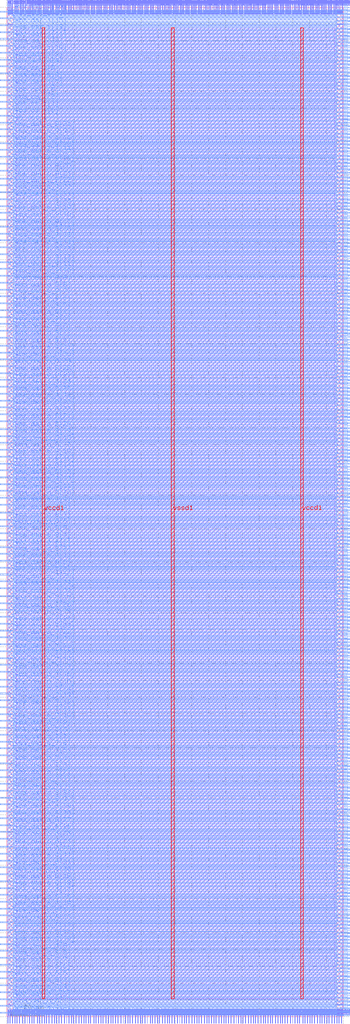
<source format=lef>
VERSION 5.7 ;
  NOWIREEXTENSIONATPIN ON ;
  DIVIDERCHAR "/" ;
  BUSBITCHARS "[]" ;
MACRO wb_local
  CLASS BLOCK ;
  FOREIGN wb_local ;
  ORIGIN 0.000 0.000 ;
  SIZE 200.000 BY 600.000 ;
  PIN dsi[0]
    DIRECTION OUTPUT TRISTATE ;
    USE SIGNAL ;
    PORT
      LAYER met2 ;
        RECT 0.550 596.000 0.830 604.000 ;
    END
  END dsi[0]
  PIN dsi[1]
    DIRECTION OUTPUT TRISTATE ;
    USE SIGNAL ;
    PORT
      LAYER met2 ;
        RECT 1.470 596.000 1.750 604.000 ;
    END
  END dsi[1]
  PIN dsi[2]
    DIRECTION OUTPUT TRISTATE ;
    USE SIGNAL ;
    PORT
      LAYER met2 ;
        RECT 2.390 596.000 2.670 604.000 ;
    END
  END dsi[2]
  PIN dsi[3]
    DIRECTION OUTPUT TRISTATE ;
    USE SIGNAL ;
    PORT
      LAYER met2 ;
        RECT 3.310 596.000 3.590 604.000 ;
    END
  END dsi[3]
  PIN dsi[4]
    DIRECTION OUTPUT TRISTATE ;
    USE SIGNAL ;
    PORT
      LAYER met2 ;
        RECT 4.690 596.000 4.970 604.000 ;
    END
  END dsi[4]
  PIN dsi[5]
    DIRECTION OUTPUT TRISTATE ;
    USE SIGNAL ;
    PORT
      LAYER met2 ;
        RECT 5.610 596.000 5.890 604.000 ;
    END
  END dsi[5]
  PIN dsi[6]
    DIRECTION OUTPUT TRISTATE ;
    USE SIGNAL ;
    PORT
      LAYER met2 ;
        RECT 6.530 596.000 6.810 604.000 ;
    END
  END dsi[6]
  PIN dsi[7]
    DIRECTION OUTPUT TRISTATE ;
    USE SIGNAL ;
    PORT
      LAYER met2 ;
        RECT 7.910 596.000 8.190 604.000 ;
    END
  END dsi[7]
  PIN io_in[0]
    DIRECTION INPUT ;
    USE SIGNAL ;
    PORT
      LAYER met2 ;
        RECT 8.830 596.000 9.110 604.000 ;
    END
  END io_in[0]
  PIN io_in[10]
    DIRECTION INPUT ;
    USE SIGNAL ;
    PORT
      LAYER met2 ;
        RECT 40.570 596.000 40.850 604.000 ;
    END
  END io_in[10]
  PIN io_in[11]
    DIRECTION INPUT ;
    USE SIGNAL ;
    PORT
      LAYER met2 ;
        RECT 43.790 596.000 44.070 604.000 ;
    END
  END io_in[11]
  PIN io_in[12]
    DIRECTION INPUT ;
    USE SIGNAL ;
    PORT
      LAYER met2 ;
        RECT 47.010 596.000 47.290 604.000 ;
    END
  END io_in[12]
  PIN io_in[13]
    DIRECTION INPUT ;
    USE SIGNAL ;
    PORT
      LAYER met2 ;
        RECT 50.230 596.000 50.510 604.000 ;
    END
  END io_in[13]
  PIN io_in[14]
    DIRECTION INPUT ;
    USE SIGNAL ;
    PORT
      LAYER met2 ;
        RECT 53.450 596.000 53.730 604.000 ;
    END
  END io_in[14]
  PIN io_in[15]
    DIRECTION INPUT ;
    USE SIGNAL ;
    PORT
      LAYER met2 ;
        RECT 56.210 596.000 56.490 604.000 ;
    END
  END io_in[15]
  PIN io_in[16]
    DIRECTION INPUT ;
    USE SIGNAL ;
    PORT
      LAYER met2 ;
        RECT 59.430 596.000 59.710 604.000 ;
    END
  END io_in[16]
  PIN io_in[17]
    DIRECTION INPUT ;
    USE SIGNAL ;
    PORT
      LAYER met2 ;
        RECT 62.650 596.000 62.930 604.000 ;
    END
  END io_in[17]
  PIN io_in[18]
    DIRECTION INPUT ;
    USE SIGNAL ;
    PORT
      LAYER met2 ;
        RECT 65.870 596.000 66.150 604.000 ;
    END
  END io_in[18]
  PIN io_in[19]
    DIRECTION INPUT ;
    USE SIGNAL ;
    PORT
      LAYER met2 ;
        RECT 69.090 596.000 69.370 604.000 ;
    END
  END io_in[19]
  PIN io_in[1]
    DIRECTION INPUT ;
    USE SIGNAL ;
    PORT
      LAYER met2 ;
        RECT 12.050 596.000 12.330 604.000 ;
    END
  END io_in[1]
  PIN io_in[20]
    DIRECTION INPUT ;
    USE SIGNAL ;
    PORT
      LAYER met2 ;
        RECT 72.310 596.000 72.590 604.000 ;
    END
  END io_in[20]
  PIN io_in[21]
    DIRECTION INPUT ;
    USE SIGNAL ;
    PORT
      LAYER met2 ;
        RECT 75.530 596.000 75.810 604.000 ;
    END
  END io_in[21]
  PIN io_in[22]
    DIRECTION INPUT ;
    USE SIGNAL ;
    PORT
      LAYER met2 ;
        RECT 78.750 596.000 79.030 604.000 ;
    END
  END io_in[22]
  PIN io_in[23]
    DIRECTION INPUT ;
    USE SIGNAL ;
    PORT
      LAYER met2 ;
        RECT 81.970 596.000 82.250 604.000 ;
    END
  END io_in[23]
  PIN io_in[24]
    DIRECTION INPUT ;
    USE SIGNAL ;
    PORT
      LAYER met2 ;
        RECT 85.190 596.000 85.470 604.000 ;
    END
  END io_in[24]
  PIN io_in[25]
    DIRECTION INPUT ;
    USE SIGNAL ;
    PORT
      LAYER met2 ;
        RECT 88.410 596.000 88.690 604.000 ;
    END
  END io_in[25]
  PIN io_in[26]
    DIRECTION INPUT ;
    USE SIGNAL ;
    PORT
      LAYER met2 ;
        RECT 91.170 596.000 91.450 604.000 ;
    END
  END io_in[26]
  PIN io_in[27]
    DIRECTION INPUT ;
    USE SIGNAL ;
    PORT
      LAYER met2 ;
        RECT 94.390 596.000 94.670 604.000 ;
    END
  END io_in[27]
  PIN io_in[28]
    DIRECTION INPUT ;
    USE SIGNAL ;
    PORT
      LAYER met2 ;
        RECT 97.610 596.000 97.890 604.000 ;
    END
  END io_in[28]
  PIN io_in[29]
    DIRECTION INPUT ;
    USE SIGNAL ;
    PORT
      LAYER met2 ;
        RECT 100.830 596.000 101.110 604.000 ;
    END
  END io_in[29]
  PIN io_in[2]
    DIRECTION INPUT ;
    USE SIGNAL ;
    PORT
      LAYER met2 ;
        RECT 15.270 596.000 15.550 604.000 ;
    END
  END io_in[2]
  PIN io_in[30]
    DIRECTION INPUT ;
    USE SIGNAL ;
    PORT
      LAYER met2 ;
        RECT 104.050 596.000 104.330 604.000 ;
    END
  END io_in[30]
  PIN io_in[31]
    DIRECTION INPUT ;
    USE SIGNAL ;
    PORT
      LAYER met2 ;
        RECT 107.270 596.000 107.550 604.000 ;
    END
  END io_in[31]
  PIN io_in[32]
    DIRECTION INPUT ;
    USE SIGNAL ;
    PORT
      LAYER met2 ;
        RECT 110.490 596.000 110.770 604.000 ;
    END
  END io_in[32]
  PIN io_in[33]
    DIRECTION INPUT ;
    USE SIGNAL ;
    PORT
      LAYER met2 ;
        RECT 113.710 596.000 113.990 604.000 ;
    END
  END io_in[33]
  PIN io_in[34]
    DIRECTION INPUT ;
    USE SIGNAL ;
    PORT
      LAYER met2 ;
        RECT 116.930 596.000 117.210 604.000 ;
    END
  END io_in[34]
  PIN io_in[35]
    DIRECTION INPUT ;
    USE SIGNAL ;
    PORT
      LAYER met2 ;
        RECT 120.150 596.000 120.430 604.000 ;
    END
  END io_in[35]
  PIN io_in[36]
    DIRECTION INPUT ;
    USE SIGNAL ;
    PORT
      LAYER met2 ;
        RECT 122.910 596.000 123.190 604.000 ;
    END
  END io_in[36]
  PIN io_in[37]
    DIRECTION INPUT ;
    USE SIGNAL ;
    PORT
      LAYER met2 ;
        RECT 126.130 596.000 126.410 604.000 ;
    END
  END io_in[37]
  PIN io_in[3]
    DIRECTION INPUT ;
    USE SIGNAL ;
    PORT
      LAYER met2 ;
        RECT 18.490 596.000 18.770 604.000 ;
    END
  END io_in[3]
  PIN io_in[4]
    DIRECTION INPUT ;
    USE SIGNAL ;
    PORT
      LAYER met2 ;
        RECT 21.710 596.000 21.990 604.000 ;
    END
  END io_in[4]
  PIN io_in[5]
    DIRECTION INPUT ;
    USE SIGNAL ;
    PORT
      LAYER met2 ;
        RECT 24.470 596.000 24.750 604.000 ;
    END
  END io_in[5]
  PIN io_in[6]
    DIRECTION INPUT ;
    USE SIGNAL ;
    PORT
      LAYER met2 ;
        RECT 27.690 596.000 27.970 604.000 ;
    END
  END io_in[6]
  PIN io_in[7]
    DIRECTION INPUT ;
    USE SIGNAL ;
    PORT
      LAYER met2 ;
        RECT 30.910 596.000 31.190 604.000 ;
    END
  END io_in[7]
  PIN io_in[8]
    DIRECTION INPUT ;
    USE SIGNAL ;
    PORT
      LAYER met2 ;
        RECT 34.130 596.000 34.410 604.000 ;
    END
  END io_in[8]
  PIN io_in[9]
    DIRECTION INPUT ;
    USE SIGNAL ;
    PORT
      LAYER met2 ;
        RECT 37.350 596.000 37.630 604.000 ;
    END
  END io_in[9]
  PIN io_oeb[0]
    DIRECTION OUTPUT TRISTATE ;
    USE SIGNAL ;
    PORT
      LAYER met2 ;
        RECT 9.750 596.000 10.030 604.000 ;
    END
  END io_oeb[0]
  PIN io_oeb[10]
    DIRECTION OUTPUT TRISTATE ;
    USE SIGNAL ;
    PORT
      LAYER met2 ;
        RECT 41.490 596.000 41.770 604.000 ;
    END
  END io_oeb[10]
  PIN io_oeb[11]
    DIRECTION OUTPUT TRISTATE ;
    USE SIGNAL ;
    PORT
      LAYER met2 ;
        RECT 44.710 596.000 44.990 604.000 ;
    END
  END io_oeb[11]
  PIN io_oeb[12]
    DIRECTION OUTPUT TRISTATE ;
    USE SIGNAL ;
    PORT
      LAYER met2 ;
        RECT 47.930 596.000 48.210 604.000 ;
    END
  END io_oeb[12]
  PIN io_oeb[13]
    DIRECTION OUTPUT TRISTATE ;
    USE SIGNAL ;
    PORT
      LAYER met2 ;
        RECT 51.150 596.000 51.430 604.000 ;
    END
  END io_oeb[13]
  PIN io_oeb[14]
    DIRECTION OUTPUT TRISTATE ;
    USE SIGNAL ;
    PORT
      LAYER met2 ;
        RECT 54.370 596.000 54.650 604.000 ;
    END
  END io_oeb[14]
  PIN io_oeb[15]
    DIRECTION OUTPUT TRISTATE ;
    USE SIGNAL ;
    PORT
      LAYER met2 ;
        RECT 57.590 596.000 57.870 604.000 ;
    END
  END io_oeb[15]
  PIN io_oeb[16]
    DIRECTION OUTPUT TRISTATE ;
    USE SIGNAL ;
    PORT
      LAYER met2 ;
        RECT 60.810 596.000 61.090 604.000 ;
    END
  END io_oeb[16]
  PIN io_oeb[17]
    DIRECTION OUTPUT TRISTATE ;
    USE SIGNAL ;
    PORT
      LAYER met2 ;
        RECT 64.030 596.000 64.310 604.000 ;
    END
  END io_oeb[17]
  PIN io_oeb[18]
    DIRECTION OUTPUT TRISTATE ;
    USE SIGNAL ;
    PORT
      LAYER met2 ;
        RECT 67.250 596.000 67.530 604.000 ;
    END
  END io_oeb[18]
  PIN io_oeb[19]
    DIRECTION OUTPUT TRISTATE ;
    USE SIGNAL ;
    PORT
      LAYER met2 ;
        RECT 70.010 596.000 70.290 604.000 ;
    END
  END io_oeb[19]
  PIN io_oeb[1]
    DIRECTION OUTPUT TRISTATE ;
    USE SIGNAL ;
    PORT
      LAYER met2 ;
        RECT 12.970 596.000 13.250 604.000 ;
    END
  END io_oeb[1]
  PIN io_oeb[20]
    DIRECTION OUTPUT TRISTATE ;
    USE SIGNAL ;
    PORT
      LAYER met2 ;
        RECT 73.230 596.000 73.510 604.000 ;
    END
  END io_oeb[20]
  PIN io_oeb[21]
    DIRECTION OUTPUT TRISTATE ;
    USE SIGNAL ;
    PORT
      LAYER met2 ;
        RECT 76.450 596.000 76.730 604.000 ;
    END
  END io_oeb[21]
  PIN io_oeb[22]
    DIRECTION OUTPUT TRISTATE ;
    USE SIGNAL ;
    PORT
      LAYER met2 ;
        RECT 79.670 596.000 79.950 604.000 ;
    END
  END io_oeb[22]
  PIN io_oeb[23]
    DIRECTION OUTPUT TRISTATE ;
    USE SIGNAL ;
    PORT
      LAYER met2 ;
        RECT 82.890 596.000 83.170 604.000 ;
    END
  END io_oeb[23]
  PIN io_oeb[24]
    DIRECTION OUTPUT TRISTATE ;
    USE SIGNAL ;
    PORT
      LAYER met2 ;
        RECT 86.110 596.000 86.390 604.000 ;
    END
  END io_oeb[24]
  PIN io_oeb[25]
    DIRECTION OUTPUT TRISTATE ;
    USE SIGNAL ;
    PORT
      LAYER met2 ;
        RECT 89.330 596.000 89.610 604.000 ;
    END
  END io_oeb[25]
  PIN io_oeb[26]
    DIRECTION OUTPUT TRISTATE ;
    USE SIGNAL ;
    PORT
      LAYER met2 ;
        RECT 92.550 596.000 92.830 604.000 ;
    END
  END io_oeb[26]
  PIN io_oeb[27]
    DIRECTION OUTPUT TRISTATE ;
    USE SIGNAL ;
    PORT
      LAYER met2 ;
        RECT 95.770 596.000 96.050 604.000 ;
    END
  END io_oeb[27]
  PIN io_oeb[28]
    DIRECTION OUTPUT TRISTATE ;
    USE SIGNAL ;
    PORT
      LAYER met2 ;
        RECT 98.990 596.000 99.270 604.000 ;
    END
  END io_oeb[28]
  PIN io_oeb[29]
    DIRECTION OUTPUT TRISTATE ;
    USE SIGNAL ;
    PORT
      LAYER met2 ;
        RECT 101.750 596.000 102.030 604.000 ;
    END
  END io_oeb[29]
  PIN io_oeb[2]
    DIRECTION OUTPUT TRISTATE ;
    USE SIGNAL ;
    PORT
      LAYER met2 ;
        RECT 16.190 596.000 16.470 604.000 ;
    END
  END io_oeb[2]
  PIN io_oeb[30]
    DIRECTION OUTPUT TRISTATE ;
    USE SIGNAL ;
    PORT
      LAYER met2 ;
        RECT 104.970 596.000 105.250 604.000 ;
    END
  END io_oeb[30]
  PIN io_oeb[31]
    DIRECTION OUTPUT TRISTATE ;
    USE SIGNAL ;
    PORT
      LAYER met2 ;
        RECT 108.190 596.000 108.470 604.000 ;
    END
  END io_oeb[31]
  PIN io_oeb[32]
    DIRECTION OUTPUT TRISTATE ;
    USE SIGNAL ;
    PORT
      LAYER met2 ;
        RECT 111.410 596.000 111.690 604.000 ;
    END
  END io_oeb[32]
  PIN io_oeb[33]
    DIRECTION OUTPUT TRISTATE ;
    USE SIGNAL ;
    PORT
      LAYER met2 ;
        RECT 114.630 596.000 114.910 604.000 ;
    END
  END io_oeb[33]
  PIN io_oeb[34]
    DIRECTION OUTPUT TRISTATE ;
    USE SIGNAL ;
    PORT
      LAYER met2 ;
        RECT 117.850 596.000 118.130 604.000 ;
    END
  END io_oeb[34]
  PIN io_oeb[35]
    DIRECTION OUTPUT TRISTATE ;
    USE SIGNAL ;
    PORT
      LAYER met2 ;
        RECT 121.070 596.000 121.350 604.000 ;
    END
  END io_oeb[35]
  PIN io_oeb[36]
    DIRECTION OUTPUT TRISTATE ;
    USE SIGNAL ;
    PORT
      LAYER met2 ;
        RECT 124.290 596.000 124.570 604.000 ;
    END
  END io_oeb[36]
  PIN io_oeb[37]
    DIRECTION OUTPUT TRISTATE ;
    USE SIGNAL ;
    PORT
      LAYER met2 ;
        RECT 127.510 596.000 127.790 604.000 ;
    END
  END io_oeb[37]
  PIN io_oeb[3]
    DIRECTION OUTPUT TRISTATE ;
    USE SIGNAL ;
    PORT
      LAYER met2 ;
        RECT 19.410 596.000 19.690 604.000 ;
    END
  END io_oeb[3]
  PIN io_oeb[4]
    DIRECTION OUTPUT TRISTATE ;
    USE SIGNAL ;
    PORT
      LAYER met2 ;
        RECT 22.630 596.000 22.910 604.000 ;
    END
  END io_oeb[4]
  PIN io_oeb[5]
    DIRECTION OUTPUT TRISTATE ;
    USE SIGNAL ;
    PORT
      LAYER met2 ;
        RECT 25.850 596.000 26.130 604.000 ;
    END
  END io_oeb[5]
  PIN io_oeb[6]
    DIRECTION OUTPUT TRISTATE ;
    USE SIGNAL ;
    PORT
      LAYER met2 ;
        RECT 29.070 596.000 29.350 604.000 ;
    END
  END io_oeb[6]
  PIN io_oeb[7]
    DIRECTION OUTPUT TRISTATE ;
    USE SIGNAL ;
    PORT
      LAYER met2 ;
        RECT 32.290 596.000 32.570 604.000 ;
    END
  END io_oeb[7]
  PIN io_oeb[8]
    DIRECTION OUTPUT TRISTATE ;
    USE SIGNAL ;
    PORT
      LAYER met2 ;
        RECT 35.050 596.000 35.330 604.000 ;
    END
  END io_oeb[8]
  PIN io_oeb[9]
    DIRECTION OUTPUT TRISTATE ;
    USE SIGNAL ;
    PORT
      LAYER met2 ;
        RECT 38.270 596.000 38.550 604.000 ;
    END
  END io_oeb[9]
  PIN io_out[0]
    DIRECTION OUTPUT TRISTATE ;
    USE SIGNAL ;
    PORT
      LAYER met2 ;
        RECT 11.130 596.000 11.410 604.000 ;
    END
  END io_out[0]
  PIN io_out[10]
    DIRECTION OUTPUT TRISTATE ;
    USE SIGNAL ;
    PORT
      LAYER met2 ;
        RECT 42.870 596.000 43.150 604.000 ;
    END
  END io_out[10]
  PIN io_out[11]
    DIRECTION OUTPUT TRISTATE ;
    USE SIGNAL ;
    PORT
      LAYER met2 ;
        RECT 45.630 596.000 45.910 604.000 ;
    END
  END io_out[11]
  PIN io_out[12]
    DIRECTION OUTPUT TRISTATE ;
    USE SIGNAL ;
    PORT
      LAYER met2 ;
        RECT 48.850 596.000 49.130 604.000 ;
    END
  END io_out[12]
  PIN io_out[13]
    DIRECTION OUTPUT TRISTATE ;
    USE SIGNAL ;
    PORT
      LAYER met2 ;
        RECT 52.070 596.000 52.350 604.000 ;
    END
  END io_out[13]
  PIN io_out[14]
    DIRECTION OUTPUT TRISTATE ;
    USE SIGNAL ;
    PORT
      LAYER met2 ;
        RECT 55.290 596.000 55.570 604.000 ;
    END
  END io_out[14]
  PIN io_out[15]
    DIRECTION OUTPUT TRISTATE ;
    USE SIGNAL ;
    PORT
      LAYER met2 ;
        RECT 58.510 596.000 58.790 604.000 ;
    END
  END io_out[15]
  PIN io_out[16]
    DIRECTION OUTPUT TRISTATE ;
    USE SIGNAL ;
    PORT
      LAYER met2 ;
        RECT 61.730 596.000 62.010 604.000 ;
    END
  END io_out[16]
  PIN io_out[17]
    DIRECTION OUTPUT TRISTATE ;
    USE SIGNAL ;
    PORT
      LAYER met2 ;
        RECT 64.950 596.000 65.230 604.000 ;
    END
  END io_out[17]
  PIN io_out[18]
    DIRECTION OUTPUT TRISTATE ;
    USE SIGNAL ;
    PORT
      LAYER met2 ;
        RECT 68.170 596.000 68.450 604.000 ;
    END
  END io_out[18]
  PIN io_out[19]
    DIRECTION OUTPUT TRISTATE ;
    USE SIGNAL ;
    PORT
      LAYER met2 ;
        RECT 71.390 596.000 71.670 604.000 ;
    END
  END io_out[19]
  PIN io_out[1]
    DIRECTION OUTPUT TRISTATE ;
    USE SIGNAL ;
    PORT
      LAYER met2 ;
        RECT 13.890 596.000 14.170 604.000 ;
    END
  END io_out[1]
  PIN io_out[20]
    DIRECTION OUTPUT TRISTATE ;
    USE SIGNAL ;
    PORT
      LAYER met2 ;
        RECT 74.610 596.000 74.890 604.000 ;
    END
  END io_out[20]
  PIN io_out[21]
    DIRECTION OUTPUT TRISTATE ;
    USE SIGNAL ;
    PORT
      LAYER met2 ;
        RECT 77.830 596.000 78.110 604.000 ;
    END
  END io_out[21]
  PIN io_out[22]
    DIRECTION OUTPUT TRISTATE ;
    USE SIGNAL ;
    PORT
      LAYER met2 ;
        RECT 80.590 596.000 80.870 604.000 ;
    END
  END io_out[22]
  PIN io_out[23]
    DIRECTION OUTPUT TRISTATE ;
    USE SIGNAL ;
    PORT
      LAYER met2 ;
        RECT 83.810 596.000 84.090 604.000 ;
    END
  END io_out[23]
  PIN io_out[24]
    DIRECTION OUTPUT TRISTATE ;
    USE SIGNAL ;
    PORT
      LAYER met2 ;
        RECT 87.030 596.000 87.310 604.000 ;
    END
  END io_out[24]
  PIN io_out[25]
    DIRECTION OUTPUT TRISTATE ;
    USE SIGNAL ;
    PORT
      LAYER met2 ;
        RECT 90.250 596.000 90.530 604.000 ;
    END
  END io_out[25]
  PIN io_out[26]
    DIRECTION OUTPUT TRISTATE ;
    USE SIGNAL ;
    PORT
      LAYER met2 ;
        RECT 93.470 596.000 93.750 604.000 ;
    END
  END io_out[26]
  PIN io_out[27]
    DIRECTION OUTPUT TRISTATE ;
    USE SIGNAL ;
    PORT
      LAYER met2 ;
        RECT 96.690 596.000 96.970 604.000 ;
    END
  END io_out[27]
  PIN io_out[28]
    DIRECTION OUTPUT TRISTATE ;
    USE SIGNAL ;
    PORT
      LAYER met2 ;
        RECT 99.910 596.000 100.190 604.000 ;
    END
  END io_out[28]
  PIN io_out[29]
    DIRECTION OUTPUT TRISTATE ;
    USE SIGNAL ;
    PORT
      LAYER met2 ;
        RECT 103.130 596.000 103.410 604.000 ;
    END
  END io_out[29]
  PIN io_out[2]
    DIRECTION OUTPUT TRISTATE ;
    USE SIGNAL ;
    PORT
      LAYER met2 ;
        RECT 17.110 596.000 17.390 604.000 ;
    END
  END io_out[2]
  PIN io_out[30]
    DIRECTION OUTPUT TRISTATE ;
    USE SIGNAL ;
    PORT
      LAYER met2 ;
        RECT 106.350 596.000 106.630 604.000 ;
    END
  END io_out[30]
  PIN io_out[31]
    DIRECTION OUTPUT TRISTATE ;
    USE SIGNAL ;
    PORT
      LAYER met2 ;
        RECT 109.570 596.000 109.850 604.000 ;
    END
  END io_out[31]
  PIN io_out[32]
    DIRECTION OUTPUT TRISTATE ;
    USE SIGNAL ;
    PORT
      LAYER met2 ;
        RECT 112.330 596.000 112.610 604.000 ;
    END
  END io_out[32]
  PIN io_out[33]
    DIRECTION OUTPUT TRISTATE ;
    USE SIGNAL ;
    PORT
      LAYER met2 ;
        RECT 115.550 596.000 115.830 604.000 ;
    END
  END io_out[33]
  PIN io_out[34]
    DIRECTION OUTPUT TRISTATE ;
    USE SIGNAL ;
    PORT
      LAYER met2 ;
        RECT 118.770 596.000 119.050 604.000 ;
    END
  END io_out[34]
  PIN io_out[35]
    DIRECTION OUTPUT TRISTATE ;
    USE SIGNAL ;
    PORT
      LAYER met2 ;
        RECT 121.990 596.000 122.270 604.000 ;
    END
  END io_out[35]
  PIN io_out[36]
    DIRECTION OUTPUT TRISTATE ;
    USE SIGNAL ;
    PORT
      LAYER met2 ;
        RECT 125.210 596.000 125.490 604.000 ;
    END
  END io_out[36]
  PIN io_out[37]
    DIRECTION OUTPUT TRISTATE ;
    USE SIGNAL ;
    PORT
      LAYER met2 ;
        RECT 128.430 596.000 128.710 604.000 ;
    END
  END io_out[37]
  PIN io_out[3]
    DIRECTION OUTPUT TRISTATE ;
    USE SIGNAL ;
    PORT
      LAYER met2 ;
        RECT 20.330 596.000 20.610 604.000 ;
    END
  END io_out[3]
  PIN io_out[4]
    DIRECTION OUTPUT TRISTATE ;
    USE SIGNAL ;
    PORT
      LAYER met2 ;
        RECT 23.550 596.000 23.830 604.000 ;
    END
  END io_out[4]
  PIN io_out[5]
    DIRECTION OUTPUT TRISTATE ;
    USE SIGNAL ;
    PORT
      LAYER met2 ;
        RECT 26.770 596.000 27.050 604.000 ;
    END
  END io_out[5]
  PIN io_out[6]
    DIRECTION OUTPUT TRISTATE ;
    USE SIGNAL ;
    PORT
      LAYER met2 ;
        RECT 29.990 596.000 30.270 604.000 ;
    END
  END io_out[6]
  PIN io_out[7]
    DIRECTION OUTPUT TRISTATE ;
    USE SIGNAL ;
    PORT
      LAYER met2 ;
        RECT 33.210 596.000 33.490 604.000 ;
    END
  END io_out[7]
  PIN io_out[8]
    DIRECTION OUTPUT TRISTATE ;
    USE SIGNAL ;
    PORT
      LAYER met2 ;
        RECT 36.430 596.000 36.710 604.000 ;
    END
  END io_out[8]
  PIN io_out[9]
    DIRECTION OUTPUT TRISTATE ;
    USE SIGNAL ;
    PORT
      LAYER met2 ;
        RECT 39.650 596.000 39.930 604.000 ;
    END
  END io_out[9]
  PIN irq[0]
    DIRECTION OUTPUT TRISTATE ;
    USE SIGNAL ;
    PORT
      LAYER met2 ;
        RECT 3.310 -4.000 3.590 4.000 ;
    END
  END irq[0]
  PIN irq[1]
    DIRECTION OUTPUT TRISTATE ;
    USE SIGNAL ;
    PORT
      LAYER met2 ;
        RECT 4.690 -4.000 4.970 4.000 ;
    END
  END irq[1]
  PIN irq[2]
    DIRECTION OUTPUT TRISTATE ;
    USE SIGNAL ;
    PORT
      LAYER met2 ;
        RECT 6.070 -4.000 6.350 4.000 ;
    END
  END irq[2]
  PIN la_reset[0]
    DIRECTION INPUT ;
    USE SIGNAL ;
    PORT
      LAYER met2 ;
        RECT 159.710 -4.000 159.990 4.000 ;
    END
  END la_reset[0]
  PIN la_reset[10]
    DIRECTION INPUT ;
    USE SIGNAL ;
    PORT
      LAYER met2 ;
        RECT 173.970 -4.000 174.250 4.000 ;
    END
  END la_reset[10]
  PIN la_reset[11]
    DIRECTION INPUT ;
    USE SIGNAL ;
    PORT
      LAYER met2 ;
        RECT 175.810 -4.000 176.090 4.000 ;
    END
  END la_reset[11]
  PIN la_reset[1]
    DIRECTION INPUT ;
    USE SIGNAL ;
    PORT
      LAYER met2 ;
        RECT 161.090 -4.000 161.370 4.000 ;
    END
  END la_reset[1]
  PIN la_reset[2]
    DIRECTION INPUT ;
    USE SIGNAL ;
    PORT
      LAYER met2 ;
        RECT 162.470 -4.000 162.750 4.000 ;
    END
  END la_reset[2]
  PIN la_reset[3]
    DIRECTION INPUT ;
    USE SIGNAL ;
    PORT
      LAYER met2 ;
        RECT 163.850 -4.000 164.130 4.000 ;
    END
  END la_reset[3]
  PIN la_reset[4]
    DIRECTION INPUT ;
    USE SIGNAL ;
    PORT
      LAYER met2 ;
        RECT 165.230 -4.000 165.510 4.000 ;
    END
  END la_reset[4]
  PIN la_reset[5]
    DIRECTION INPUT ;
    USE SIGNAL ;
    PORT
      LAYER met2 ;
        RECT 166.610 -4.000 166.890 4.000 ;
    END
  END la_reset[5]
  PIN la_reset[6]
    DIRECTION INPUT ;
    USE SIGNAL ;
    PORT
      LAYER met2 ;
        RECT 168.450 -4.000 168.730 4.000 ;
    END
  END la_reset[6]
  PIN la_reset[7]
    DIRECTION INPUT ;
    USE SIGNAL ;
    PORT
      LAYER met2 ;
        RECT 169.830 -4.000 170.110 4.000 ;
    END
  END la_reset[7]
  PIN la_reset[8]
    DIRECTION INPUT ;
    USE SIGNAL ;
    PORT
      LAYER met2 ;
        RECT 171.210 -4.000 171.490 4.000 ;
    END
  END la_reset[8]
  PIN la_reset[9]
    DIRECTION INPUT ;
    USE SIGNAL ;
    PORT
      LAYER met2 ;
        RECT 172.590 -4.000 172.870 4.000 ;
    END
  END la_reset[9]
  PIN m_irqs[0]
    DIRECTION INPUT ;
    USE SIGNAL ;
    PORT
      LAYER met2 ;
        RECT 157.870 596.000 158.150 604.000 ;
    END
  END m_irqs[0]
  PIN m_irqs[10]
    DIRECTION INPUT ;
    USE SIGNAL ;
    PORT
      LAYER met2 ;
        RECT 168.450 596.000 168.730 604.000 ;
    END
  END m_irqs[10]
  PIN m_irqs[11]
    DIRECTION INPUT ;
    USE SIGNAL ;
    PORT
      LAYER met2 ;
        RECT 169.830 596.000 170.110 604.000 ;
    END
  END m_irqs[11]
  PIN m_irqs[1]
    DIRECTION INPUT ;
    USE SIGNAL ;
    PORT
      LAYER met2 ;
        RECT 159.250 596.000 159.530 604.000 ;
    END
  END m_irqs[1]
  PIN m_irqs[2]
    DIRECTION INPUT ;
    USE SIGNAL ;
    PORT
      LAYER met2 ;
        RECT 160.170 596.000 160.450 604.000 ;
    END
  END m_irqs[2]
  PIN m_irqs[3]
    DIRECTION INPUT ;
    USE SIGNAL ;
    PORT
      LAYER met2 ;
        RECT 161.090 596.000 161.370 604.000 ;
    END
  END m_irqs[3]
  PIN m_irqs[4]
    DIRECTION INPUT ;
    USE SIGNAL ;
    PORT
      LAYER met2 ;
        RECT 162.470 596.000 162.750 604.000 ;
    END
  END m_irqs[4]
  PIN m_irqs[5]
    DIRECTION INPUT ;
    USE SIGNAL ;
    PORT
      LAYER met2 ;
        RECT 163.390 596.000 163.670 604.000 ;
    END
  END m_irqs[5]
  PIN m_irqs[6]
    DIRECTION INPUT ;
    USE SIGNAL ;
    PORT
      LAYER met2 ;
        RECT 164.310 596.000 164.590 604.000 ;
    END
  END m_irqs[6]
  PIN m_irqs[7]
    DIRECTION INPUT ;
    USE SIGNAL ;
    PORT
      LAYER met2 ;
        RECT 165.690 596.000 165.970 604.000 ;
    END
  END m_irqs[7]
  PIN m_irqs[8]
    DIRECTION INPUT ;
    USE SIGNAL ;
    PORT
      LAYER met2 ;
        RECT 166.610 596.000 166.890 604.000 ;
    END
  END m_irqs[8]
  PIN m_irqs[9]
    DIRECTION INPUT ;
    USE SIGNAL ;
    PORT
      LAYER met2 ;
        RECT 167.530 596.000 167.810 604.000 ;
    END
  END m_irqs[9]
  PIN m_la_reset[0]
    DIRECTION OUTPUT TRISTATE ;
    USE SIGNAL ;
    PORT
      LAYER met2 ;
        RECT 170.750 596.000 171.030 604.000 ;
    END
  END m_la_reset[0]
  PIN m_la_reset[10]
    DIRECTION OUTPUT TRISTATE ;
    USE SIGNAL ;
    PORT
      LAYER met2 ;
        RECT 181.330 596.000 181.610 604.000 ;
    END
  END m_la_reset[10]
  PIN m_la_reset[11]
    DIRECTION OUTPUT TRISTATE ;
    USE SIGNAL ;
    PORT
      LAYER met2 ;
        RECT 182.250 596.000 182.530 604.000 ;
    END
  END m_la_reset[11]
  PIN m_la_reset[1]
    DIRECTION OUTPUT TRISTATE ;
    USE SIGNAL ;
    PORT
      LAYER met2 ;
        RECT 171.670 596.000 171.950 604.000 ;
    END
  END m_la_reset[1]
  PIN m_la_reset[2]
    DIRECTION OUTPUT TRISTATE ;
    USE SIGNAL ;
    PORT
      LAYER met2 ;
        RECT 173.050 596.000 173.330 604.000 ;
    END
  END m_la_reset[2]
  PIN m_la_reset[3]
    DIRECTION OUTPUT TRISTATE ;
    USE SIGNAL ;
    PORT
      LAYER met2 ;
        RECT 173.970 596.000 174.250 604.000 ;
    END
  END m_la_reset[3]
  PIN m_la_reset[4]
    DIRECTION OUTPUT TRISTATE ;
    USE SIGNAL ;
    PORT
      LAYER met2 ;
        RECT 174.890 596.000 175.170 604.000 ;
    END
  END m_la_reset[4]
  PIN m_la_reset[5]
    DIRECTION OUTPUT TRISTATE ;
    USE SIGNAL ;
    PORT
      LAYER met2 ;
        RECT 176.270 596.000 176.550 604.000 ;
    END
  END m_la_reset[5]
  PIN m_la_reset[6]
    DIRECTION OUTPUT TRISTATE ;
    USE SIGNAL ;
    PORT
      LAYER met2 ;
        RECT 177.190 596.000 177.470 604.000 ;
    END
  END m_la_reset[6]
  PIN m_la_reset[7]
    DIRECTION OUTPUT TRISTATE ;
    USE SIGNAL ;
    PORT
      LAYER met2 ;
        RECT 178.110 596.000 178.390 604.000 ;
    END
  END m_la_reset[7]
  PIN m_la_reset[8]
    DIRECTION OUTPUT TRISTATE ;
    USE SIGNAL ;
    PORT
      LAYER met2 ;
        RECT 179.030 596.000 179.310 604.000 ;
    END
  END m_la_reset[8]
  PIN m_la_reset[9]
    DIRECTION OUTPUT TRISTATE ;
    USE SIGNAL ;
    PORT
      LAYER met2 ;
        RECT 180.410 596.000 180.690 604.000 ;
    END
  END m_la_reset[9]
  PIN m_wb_clk_i
    DIRECTION OUTPUT TRISTATE ;
    USE SIGNAL ;
    PORT
      LAYER met2 ;
        RECT 177.190 -4.000 177.470 4.000 ;
    END
  END m_wb_clk_i
  PIN m_wb_rst_i
    DIRECTION OUTPUT TRISTATE ;
    USE SIGNAL ;
    PORT
      LAYER met3 ;
        RECT -4.000 531.120 4.000 531.720 ;
    END
  END m_wb_rst_i
  PIN m_wbs_ack_o[0]
    DIRECTION INPUT ;
    USE SIGNAL ;
    PORT
      LAYER met3 ;
        RECT 196.000 552.880 204.000 553.480 ;
    END
  END m_wbs_ack_o[0]
  PIN m_wbs_ack_o[10]
    DIRECTION INPUT ;
    USE SIGNAL ;
    PORT
      LAYER met2 ;
        RECT 191.450 -4.000 191.730 4.000 ;
    END
  END m_wbs_ack_o[10]
  PIN m_wbs_ack_o[11]
    DIRECTION INPUT ;
    USE SIGNAL ;
    PORT
      LAYER met3 ;
        RECT 196.000 582.800 204.000 583.400 ;
    END
  END m_wbs_ack_o[11]
  PIN m_wbs_ack_o[1]
    DIRECTION INPUT ;
    USE SIGNAL ;
    PORT
      LAYER met3 ;
        RECT 196.000 559.000 204.000 559.600 ;
    END
  END m_wbs_ack_o[1]
  PIN m_wbs_ack_o[2]
    DIRECTION INPUT ;
    USE SIGNAL ;
    PORT
      LAYER met2 ;
        RECT 178.570 -4.000 178.850 4.000 ;
    END
  END m_wbs_ack_o[2]
  PIN m_wbs_ack_o[3]
    DIRECTION INPUT ;
    USE SIGNAL ;
    PORT
      LAYER met2 ;
        RECT 185.470 596.000 185.750 604.000 ;
    END
  END m_wbs_ack_o[3]
  PIN m_wbs_ack_o[4]
    DIRECTION INPUT ;
    USE SIGNAL ;
    PORT
      LAYER met2 ;
        RECT 182.710 -4.000 182.990 4.000 ;
    END
  END m_wbs_ack_o[4]
  PIN m_wbs_ack_o[5]
    DIRECTION INPUT ;
    USE SIGNAL ;
    PORT
      LAYER met3 ;
        RECT 196.000 571.920 204.000 572.520 ;
    END
  END m_wbs_ack_o[5]
  PIN m_wbs_ack_o[6]
    DIRECTION INPUT ;
    USE SIGNAL ;
    PORT
      LAYER met2 ;
        RECT 188.690 596.000 188.970 604.000 ;
    END
  END m_wbs_ack_o[6]
  PIN m_wbs_ack_o[7]
    DIRECTION INPUT ;
    USE SIGNAL ;
    PORT
      LAYER met3 ;
        RECT 196.000 576.680 204.000 577.280 ;
    END
  END m_wbs_ack_o[7]
  PIN m_wbs_ack_o[8]
    DIRECTION INPUT ;
    USE SIGNAL ;
    PORT
      LAYER met3 ;
        RECT -4.000 556.280 4.000 556.880 ;
    END
  END m_wbs_ack_o[8]
  PIN m_wbs_ack_o[9]
    DIRECTION INPUT ;
    USE SIGNAL ;
    PORT
      LAYER met3 ;
        RECT -4.000 564.440 4.000 565.040 ;
    END
  END m_wbs_ack_o[9]
  PIN m_wbs_adr_i[0]
    DIRECTION OUTPUT TRISTATE ;
    USE SIGNAL ;
    PORT
      LAYER met3 ;
        RECT 196.000 554.920 204.000 555.520 ;
    END
  END m_wbs_adr_i[0]
  PIN m_wbs_adr_i[10]
    DIRECTION OUTPUT TRISTATE ;
    USE SIGNAL ;
    PORT
      LAYER met3 ;
        RECT -4.000 572.600 4.000 573.200 ;
    END
  END m_wbs_adr_i[10]
  PIN m_wbs_adr_i[11]
    DIRECTION OUTPUT TRISTATE ;
    USE SIGNAL ;
    PORT
      LAYER met3 ;
        RECT 196.000 584.840 204.000 585.440 ;
    END
  END m_wbs_adr_i[11]
  PIN m_wbs_adr_i[1]
    DIRECTION OUTPUT TRISTATE ;
    USE SIGNAL ;
    PORT
      LAYER met3 ;
        RECT 196.000 561.040 204.000 561.640 ;
    END
  END m_wbs_adr_i[1]
  PIN m_wbs_adr_i[2]
    DIRECTION OUTPUT TRISTATE ;
    USE SIGNAL ;
    PORT
      LAYER met2 ;
        RECT 179.950 -4.000 180.230 4.000 ;
    END
  END m_wbs_adr_i[2]
  PIN m_wbs_adr_i[3]
    DIRECTION OUTPUT TRISTATE ;
    USE SIGNAL ;
    PORT
      LAYER met3 ;
        RECT 196.000 563.760 204.000 564.360 ;
    END
  END m_wbs_adr_i[3]
  PIN m_wbs_adr_i[4]
    DIRECTION OUTPUT TRISTATE ;
    USE SIGNAL ;
    PORT
      LAYER met2 ;
        RECT 184.550 -4.000 184.830 4.000 ;
    END
  END m_wbs_adr_i[4]
  PIN m_wbs_adr_i[5]
    DIRECTION OUTPUT TRISTATE ;
    USE SIGNAL ;
    PORT
      LAYER met2 ;
        RECT 185.930 -4.000 186.210 4.000 ;
    END
  END m_wbs_adr_i[5]
  PIN m_wbs_adr_i[6]
    DIRECTION OUTPUT TRISTATE ;
    USE SIGNAL ;
    PORT
      LAYER met2 ;
        RECT 189.610 596.000 189.890 604.000 ;
    END
  END m_wbs_adr_i[6]
  PIN m_wbs_adr_i[7]
    DIRECTION OUTPUT TRISTATE ;
    USE SIGNAL ;
    PORT
      LAYER met3 ;
        RECT 196.000 578.720 204.000 579.320 ;
    END
  END m_wbs_adr_i[7]
  PIN m_wbs_adr_i[8]
    DIRECTION OUTPUT TRISTATE ;
    USE SIGNAL ;
    PORT
      LAYER met2 ;
        RECT 190.990 596.000 191.270 604.000 ;
    END
  END m_wbs_adr_i[8]
  PIN m_wbs_adr_i[9]
    DIRECTION OUTPUT TRISTATE ;
    USE SIGNAL ;
    PORT
      LAYER met3 ;
        RECT -4.000 568.520 4.000 569.120 ;
    END
  END m_wbs_adr_i[9]
  PIN m_wbs_cs_i[0]
    DIRECTION OUTPUT TRISTATE ;
    USE SIGNAL ;
    PORT
      LAYER met3 ;
        RECT -4.000 535.200 4.000 535.800 ;
    END
  END m_wbs_cs_i[0]
  PIN m_wbs_cs_i[10]
    DIRECTION OUTPUT TRISTATE ;
    USE SIGNAL ;
    PORT
      LAYER met3 ;
        RECT -4.000 576.680 4.000 577.280 ;
    END
  END m_wbs_cs_i[10]
  PIN m_wbs_cs_i[11]
    DIRECTION OUTPUT TRISTATE ;
    USE SIGNAL ;
    PORT
      LAYER met2 ;
        RECT 193.290 -4.000 193.570 4.000 ;
    END
  END m_wbs_cs_i[11]
  PIN m_wbs_cs_i[1]
    DIRECTION OUTPUT TRISTATE ;
    USE SIGNAL ;
    PORT
      LAYER met3 ;
        RECT -4.000 539.280 4.000 539.880 ;
    END
  END m_wbs_cs_i[1]
  PIN m_wbs_cs_i[2]
    DIRECTION OUTPUT TRISTATE ;
    USE SIGNAL ;
    PORT
      LAYER met3 ;
        RECT -4.000 543.360 4.000 543.960 ;
    END
  END m_wbs_cs_i[2]
  PIN m_wbs_cs_i[3]
    DIRECTION OUTPUT TRISTATE ;
    USE SIGNAL ;
    PORT
      LAYER met3 ;
        RECT 196.000 565.800 204.000 566.400 ;
    END
  END m_wbs_cs_i[3]
  PIN m_wbs_cs_i[4]
    DIRECTION OUTPUT TRISTATE ;
    USE SIGNAL ;
    PORT
      LAYER met3 ;
        RECT 196.000 569.880 204.000 570.480 ;
    END
  END m_wbs_cs_i[4]
  PIN m_wbs_cs_i[5]
    DIRECTION OUTPUT TRISTATE ;
    USE SIGNAL ;
    PORT
      LAYER met3 ;
        RECT -4.000 547.440 4.000 548.040 ;
    END
  END m_wbs_cs_i[5]
  PIN m_wbs_cs_i[6]
    DIRECTION OUTPUT TRISTATE ;
    USE SIGNAL ;
    PORT
      LAYER met3 ;
        RECT 196.000 573.960 204.000 574.560 ;
    END
  END m_wbs_cs_i[6]
  PIN m_wbs_cs_i[7]
    DIRECTION OUTPUT TRISTATE ;
    USE SIGNAL ;
    PORT
      LAYER met2 ;
        RECT 188.690 -4.000 188.970 4.000 ;
    END
  END m_wbs_cs_i[7]
  PIN m_wbs_cs_i[8]
    DIRECTION OUTPUT TRISTATE ;
    USE SIGNAL ;
    PORT
      LAYER met3 ;
        RECT -4.000 560.360 4.000 560.960 ;
    END
  END m_wbs_cs_i[8]
  PIN m_wbs_cs_i[9]
    DIRECTION OUTPUT TRISTATE ;
    USE SIGNAL ;
    PORT
      LAYER met2 ;
        RECT 190.070 -4.000 190.350 4.000 ;
    END
  END m_wbs_cs_i[9]
  PIN m_wbs_dat_i[0]
    DIRECTION OUTPUT TRISTATE ;
    USE SIGNAL ;
    PORT
      LAYER met3 ;
        RECT 196.000 556.960 204.000 557.560 ;
    END
  END m_wbs_dat_i[0]
  PIN m_wbs_dat_i[10]
    DIRECTION OUTPUT TRISTATE ;
    USE SIGNAL ;
    PORT
      LAYER met3 ;
        RECT 196.000 580.760 204.000 581.360 ;
    END
  END m_wbs_dat_i[10]
  PIN m_wbs_dat_i[11]
    DIRECTION OUTPUT TRISTATE ;
    USE SIGNAL ;
    PORT
      LAYER met3 ;
        RECT -4.000 580.760 4.000 581.360 ;
    END
  END m_wbs_dat_i[11]
  PIN m_wbs_dat_i[12]
    DIRECTION OUTPUT TRISTATE ;
    USE SIGNAL ;
    PORT
      LAYER met2 ;
        RECT 194.670 -4.000 194.950 4.000 ;
    END
  END m_wbs_dat_i[12]
  PIN m_wbs_dat_i[13]
    DIRECTION OUTPUT TRISTATE ;
    USE SIGNAL ;
    PORT
      LAYER met3 ;
        RECT -4.000 584.840 4.000 585.440 ;
    END
  END m_wbs_dat_i[13]
  PIN m_wbs_dat_i[14]
    DIRECTION OUTPUT TRISTATE ;
    USE SIGNAL ;
    PORT
      LAYER met2 ;
        RECT 194.210 596.000 194.490 604.000 ;
    END
  END m_wbs_dat_i[14]
  PIN m_wbs_dat_i[15]
    DIRECTION OUTPUT TRISTATE ;
    USE SIGNAL ;
    PORT
      LAYER met3 ;
        RECT -4.000 588.920 4.000 589.520 ;
    END
  END m_wbs_dat_i[15]
  PIN m_wbs_dat_i[16]
    DIRECTION OUTPUT TRISTATE ;
    USE SIGNAL ;
    PORT
      LAYER met2 ;
        RECT 195.130 596.000 195.410 604.000 ;
    END
  END m_wbs_dat_i[16]
  PIN m_wbs_dat_i[17]
    DIRECTION OUTPUT TRISTATE ;
    USE SIGNAL ;
    PORT
      LAYER met3 ;
        RECT 196.000 586.880 204.000 587.480 ;
    END
  END m_wbs_dat_i[17]
  PIN m_wbs_dat_i[18]
    DIRECTION OUTPUT TRISTATE ;
    USE SIGNAL ;
    PORT
      LAYER met2 ;
        RECT 196.050 596.000 196.330 604.000 ;
    END
  END m_wbs_dat_i[18]
  PIN m_wbs_dat_i[19]
    DIRECTION OUTPUT TRISTATE ;
    USE SIGNAL ;
    PORT
      LAYER met2 ;
        RECT 197.430 596.000 197.710 604.000 ;
    END
  END m_wbs_dat_i[19]
  PIN m_wbs_dat_i[1]
    DIRECTION OUTPUT TRISTATE ;
    USE SIGNAL ;
    PORT
      LAYER met2 ;
        RECT 184.550 596.000 184.830 604.000 ;
    END
  END m_wbs_dat_i[1]
  PIN m_wbs_dat_i[20]
    DIRECTION OUTPUT TRISTATE ;
    USE SIGNAL ;
    PORT
      LAYER met3 ;
        RECT -4.000 593.000 4.000 593.600 ;
    END
  END m_wbs_dat_i[20]
  PIN m_wbs_dat_i[21]
    DIRECTION OUTPUT TRISTATE ;
    USE SIGNAL ;
    PORT
      LAYER met2 ;
        RECT 196.050 -4.000 196.330 4.000 ;
    END
  END m_wbs_dat_i[21]
  PIN m_wbs_dat_i[22]
    DIRECTION OUTPUT TRISTATE ;
    USE SIGNAL ;
    PORT
      LAYER met3 ;
        RECT 196.000 589.600 204.000 590.200 ;
    END
  END m_wbs_dat_i[22]
  PIN m_wbs_dat_i[23]
    DIRECTION OUTPUT TRISTATE ;
    USE SIGNAL ;
    PORT
      LAYER met3 ;
        RECT 196.000 591.640 204.000 592.240 ;
    END
  END m_wbs_dat_i[23]
  PIN m_wbs_dat_i[24]
    DIRECTION OUTPUT TRISTATE ;
    USE SIGNAL ;
    PORT
      LAYER met2 ;
        RECT 197.430 -4.000 197.710 4.000 ;
    END
  END m_wbs_dat_i[24]
  PIN m_wbs_dat_i[25]
    DIRECTION OUTPUT TRISTATE ;
    USE SIGNAL ;
    PORT
      LAYER met2 ;
        RECT 198.350 596.000 198.630 604.000 ;
    END
  END m_wbs_dat_i[25]
  PIN m_wbs_dat_i[26]
    DIRECTION OUTPUT TRISTATE ;
    USE SIGNAL ;
    PORT
      LAYER met3 ;
        RECT 196.000 593.680 204.000 594.280 ;
    END
  END m_wbs_dat_i[26]
  PIN m_wbs_dat_i[27]
    DIRECTION OUTPUT TRISTATE ;
    USE SIGNAL ;
    PORT
      LAYER met3 ;
        RECT 196.000 595.720 204.000 596.320 ;
    END
  END m_wbs_dat_i[27]
  PIN m_wbs_dat_i[28]
    DIRECTION OUTPUT TRISTATE ;
    USE SIGNAL ;
    PORT
      LAYER met3 ;
        RECT 196.000 597.760 204.000 598.360 ;
    END
  END m_wbs_dat_i[28]
  PIN m_wbs_dat_i[29]
    DIRECTION OUTPUT TRISTATE ;
    USE SIGNAL ;
    PORT
      LAYER met2 ;
        RECT 199.270 596.000 199.550 604.000 ;
    END
  END m_wbs_dat_i[29]
  PIN m_wbs_dat_i[2]
    DIRECTION OUTPUT TRISTATE ;
    USE SIGNAL ;
    PORT
      LAYER met2 ;
        RECT 181.330 -4.000 181.610 4.000 ;
    END
  END m_wbs_dat_i[2]
  PIN m_wbs_dat_i[30]
    DIRECTION OUTPUT TRISTATE ;
    USE SIGNAL ;
    PORT
      LAYER met3 ;
        RECT -4.000 597.080 4.000 597.680 ;
    END
  END m_wbs_dat_i[30]
  PIN m_wbs_dat_i[31]
    DIRECTION OUTPUT TRISTATE ;
    USE SIGNAL ;
    PORT
      LAYER met2 ;
        RECT 198.810 -4.000 199.090 4.000 ;
    END
  END m_wbs_dat_i[31]
  PIN m_wbs_dat_i[3]
    DIRECTION OUTPUT TRISTATE ;
    USE SIGNAL ;
    PORT
      LAYER met3 ;
        RECT 196.000 567.840 204.000 568.440 ;
    END
  END m_wbs_dat_i[3]
  PIN m_wbs_dat_i[4]
    DIRECTION OUTPUT TRISTATE ;
    USE SIGNAL ;
    PORT
      LAYER met2 ;
        RECT 186.850 596.000 187.130 604.000 ;
    END
  END m_wbs_dat_i[4]
  PIN m_wbs_dat_i[5]
    DIRECTION OUTPUT TRISTATE ;
    USE SIGNAL ;
    PORT
      LAYER met2 ;
        RECT 187.770 596.000 188.050 604.000 ;
    END
  END m_wbs_dat_i[5]
  PIN m_wbs_dat_i[6]
    DIRECTION OUTPUT TRISTATE ;
    USE SIGNAL ;
    PORT
      LAYER met2 ;
        RECT 187.310 -4.000 187.590 4.000 ;
    END
  END m_wbs_dat_i[6]
  PIN m_wbs_dat_i[7]
    DIRECTION OUTPUT TRISTATE ;
    USE SIGNAL ;
    PORT
      LAYER met3 ;
        RECT -4.000 552.200 4.000 552.800 ;
    END
  END m_wbs_dat_i[7]
  PIN m_wbs_dat_i[8]
    DIRECTION OUTPUT TRISTATE ;
    USE SIGNAL ;
    PORT
      LAYER met2 ;
        RECT 191.910 596.000 192.190 604.000 ;
    END
  END m_wbs_dat_i[8]
  PIN m_wbs_dat_i[9]
    DIRECTION OUTPUT TRISTATE ;
    USE SIGNAL ;
    PORT
      LAYER met2 ;
        RECT 192.830 596.000 193.110 604.000 ;
    END
  END m_wbs_dat_i[9]
  PIN m_wbs_dat_o_0[0]
    DIRECTION INPUT ;
    USE SIGNAL ;
    PORT
      LAYER met3 ;
        RECT 196.000 0.720 204.000 1.320 ;
    END
  END m_wbs_dat_o_0[0]
  PIN m_wbs_dat_o_0[10]
    DIRECTION INPUT ;
    USE SIGNAL ;
    PORT
      LAYER met3 ;
        RECT 196.000 21.800 204.000 22.400 ;
    END
  END m_wbs_dat_o_0[10]
  PIN m_wbs_dat_o_0[11]
    DIRECTION INPUT ;
    USE SIGNAL ;
    PORT
      LAYER met3 ;
        RECT 196.000 23.840 204.000 24.440 ;
    END
  END m_wbs_dat_o_0[11]
  PIN m_wbs_dat_o_0[12]
    DIRECTION INPUT ;
    USE SIGNAL ;
    PORT
      LAYER met3 ;
        RECT 196.000 26.560 204.000 27.160 ;
    END
  END m_wbs_dat_o_0[12]
  PIN m_wbs_dat_o_0[13]
    DIRECTION INPUT ;
    USE SIGNAL ;
    PORT
      LAYER met3 ;
        RECT 196.000 28.600 204.000 29.200 ;
    END
  END m_wbs_dat_o_0[13]
  PIN m_wbs_dat_o_0[14]
    DIRECTION INPUT ;
    USE SIGNAL ;
    PORT
      LAYER met3 ;
        RECT 196.000 30.640 204.000 31.240 ;
    END
  END m_wbs_dat_o_0[14]
  PIN m_wbs_dat_o_0[15]
    DIRECTION INPUT ;
    USE SIGNAL ;
    PORT
      LAYER met3 ;
        RECT 196.000 32.680 204.000 33.280 ;
    END
  END m_wbs_dat_o_0[15]
  PIN m_wbs_dat_o_0[16]
    DIRECTION INPUT ;
    USE SIGNAL ;
    PORT
      LAYER met3 ;
        RECT 196.000 34.720 204.000 35.320 ;
    END
  END m_wbs_dat_o_0[16]
  PIN m_wbs_dat_o_0[17]
    DIRECTION INPUT ;
    USE SIGNAL ;
    PORT
      LAYER met3 ;
        RECT 196.000 36.760 204.000 37.360 ;
    END
  END m_wbs_dat_o_0[17]
  PIN m_wbs_dat_o_0[18]
    DIRECTION INPUT ;
    USE SIGNAL ;
    PORT
      LAYER met3 ;
        RECT 196.000 39.480 204.000 40.080 ;
    END
  END m_wbs_dat_o_0[18]
  PIN m_wbs_dat_o_0[19]
    DIRECTION INPUT ;
    USE SIGNAL ;
    PORT
      LAYER met3 ;
        RECT 196.000 41.520 204.000 42.120 ;
    END
  END m_wbs_dat_o_0[19]
  PIN m_wbs_dat_o_0[1]
    DIRECTION INPUT ;
    USE SIGNAL ;
    PORT
      LAYER met3 ;
        RECT 196.000 2.760 204.000 3.360 ;
    END
  END m_wbs_dat_o_0[1]
  PIN m_wbs_dat_o_0[20]
    DIRECTION INPUT ;
    USE SIGNAL ;
    PORT
      LAYER met3 ;
        RECT 196.000 43.560 204.000 44.160 ;
    END
  END m_wbs_dat_o_0[20]
  PIN m_wbs_dat_o_0[21]
    DIRECTION INPUT ;
    USE SIGNAL ;
    PORT
      LAYER met3 ;
        RECT 196.000 45.600 204.000 46.200 ;
    END
  END m_wbs_dat_o_0[21]
  PIN m_wbs_dat_o_0[22]
    DIRECTION INPUT ;
    USE SIGNAL ;
    PORT
      LAYER met3 ;
        RECT 196.000 47.640 204.000 48.240 ;
    END
  END m_wbs_dat_o_0[22]
  PIN m_wbs_dat_o_0[23]
    DIRECTION INPUT ;
    USE SIGNAL ;
    PORT
      LAYER met3 ;
        RECT 196.000 49.680 204.000 50.280 ;
    END
  END m_wbs_dat_o_0[23]
  PIN m_wbs_dat_o_0[24]
    DIRECTION INPUT ;
    USE SIGNAL ;
    PORT
      LAYER met3 ;
        RECT 196.000 52.400 204.000 53.000 ;
    END
  END m_wbs_dat_o_0[24]
  PIN m_wbs_dat_o_0[25]
    DIRECTION INPUT ;
    USE SIGNAL ;
    PORT
      LAYER met3 ;
        RECT 196.000 54.440 204.000 55.040 ;
    END
  END m_wbs_dat_o_0[25]
  PIN m_wbs_dat_o_0[26]
    DIRECTION INPUT ;
    USE SIGNAL ;
    PORT
      LAYER met3 ;
        RECT 196.000 56.480 204.000 57.080 ;
    END
  END m_wbs_dat_o_0[26]
  PIN m_wbs_dat_o_0[27]
    DIRECTION INPUT ;
    USE SIGNAL ;
    PORT
      LAYER met3 ;
        RECT 196.000 58.520 204.000 59.120 ;
    END
  END m_wbs_dat_o_0[27]
  PIN m_wbs_dat_o_0[28]
    DIRECTION INPUT ;
    USE SIGNAL ;
    PORT
      LAYER met3 ;
        RECT 196.000 60.560 204.000 61.160 ;
    END
  END m_wbs_dat_o_0[28]
  PIN m_wbs_dat_o_0[29]
    DIRECTION INPUT ;
    USE SIGNAL ;
    PORT
      LAYER met3 ;
        RECT 196.000 63.280 204.000 63.880 ;
    END
  END m_wbs_dat_o_0[29]
  PIN m_wbs_dat_o_0[2]
    DIRECTION INPUT ;
    USE SIGNAL ;
    PORT
      LAYER met3 ;
        RECT 196.000 4.800 204.000 5.400 ;
    END
  END m_wbs_dat_o_0[2]
  PIN m_wbs_dat_o_0[30]
    DIRECTION INPUT ;
    USE SIGNAL ;
    PORT
      LAYER met3 ;
        RECT 196.000 65.320 204.000 65.920 ;
    END
  END m_wbs_dat_o_0[30]
  PIN m_wbs_dat_o_0[31]
    DIRECTION INPUT ;
    USE SIGNAL ;
    PORT
      LAYER met3 ;
        RECT 196.000 67.360 204.000 67.960 ;
    END
  END m_wbs_dat_o_0[31]
  PIN m_wbs_dat_o_0[3]
    DIRECTION INPUT ;
    USE SIGNAL ;
    PORT
      LAYER met3 ;
        RECT 196.000 6.840 204.000 7.440 ;
    END
  END m_wbs_dat_o_0[3]
  PIN m_wbs_dat_o_0[4]
    DIRECTION INPUT ;
    USE SIGNAL ;
    PORT
      LAYER met3 ;
        RECT 196.000 8.880 204.000 9.480 ;
    END
  END m_wbs_dat_o_0[4]
  PIN m_wbs_dat_o_0[5]
    DIRECTION INPUT ;
    USE SIGNAL ;
    PORT
      LAYER met3 ;
        RECT 196.000 10.920 204.000 11.520 ;
    END
  END m_wbs_dat_o_0[5]
  PIN m_wbs_dat_o_0[6]
    DIRECTION INPUT ;
    USE SIGNAL ;
    PORT
      LAYER met3 ;
        RECT 196.000 13.640 204.000 14.240 ;
    END
  END m_wbs_dat_o_0[6]
  PIN m_wbs_dat_o_0[7]
    DIRECTION INPUT ;
    USE SIGNAL ;
    PORT
      LAYER met3 ;
        RECT 196.000 15.680 204.000 16.280 ;
    END
  END m_wbs_dat_o_0[7]
  PIN m_wbs_dat_o_0[8]
    DIRECTION INPUT ;
    USE SIGNAL ;
    PORT
      LAYER met3 ;
        RECT 196.000 17.720 204.000 18.320 ;
    END
  END m_wbs_dat_o_0[8]
  PIN m_wbs_dat_o_0[9]
    DIRECTION INPUT ;
    USE SIGNAL ;
    PORT
      LAYER met3 ;
        RECT 196.000 19.760 204.000 20.360 ;
    END
  END m_wbs_dat_o_0[9]
  PIN m_wbs_dat_o_10[0]
    DIRECTION INPUT ;
    USE SIGNAL ;
    PORT
      LAYER met3 ;
        RECT 196.000 71.440 204.000 72.040 ;
    END
  END m_wbs_dat_o_10[0]
  PIN m_wbs_dat_o_10[10]
    DIRECTION INPUT ;
    USE SIGNAL ;
    PORT
      LAYER met3 ;
        RECT 196.000 136.040 204.000 136.640 ;
    END
  END m_wbs_dat_o_10[10]
  PIN m_wbs_dat_o_10[11]
    DIRECTION INPUT ;
    USE SIGNAL ;
    PORT
      LAYER met3 ;
        RECT 196.000 142.840 204.000 143.440 ;
    END
  END m_wbs_dat_o_10[11]
  PIN m_wbs_dat_o_10[12]
    DIRECTION INPUT ;
    USE SIGNAL ;
    PORT
      LAYER met3 ;
        RECT 196.000 148.960 204.000 149.560 ;
    END
  END m_wbs_dat_o_10[12]
  PIN m_wbs_dat_o_10[13]
    DIRECTION INPUT ;
    USE SIGNAL ;
    PORT
      LAYER met3 ;
        RECT 196.000 155.760 204.000 156.360 ;
    END
  END m_wbs_dat_o_10[13]
  PIN m_wbs_dat_o_10[14]
    DIRECTION INPUT ;
    USE SIGNAL ;
    PORT
      LAYER met3 ;
        RECT 196.000 161.880 204.000 162.480 ;
    END
  END m_wbs_dat_o_10[14]
  PIN m_wbs_dat_o_10[15]
    DIRECTION INPUT ;
    USE SIGNAL ;
    PORT
      LAYER met3 ;
        RECT 196.000 168.680 204.000 169.280 ;
    END
  END m_wbs_dat_o_10[15]
  PIN m_wbs_dat_o_10[16]
    DIRECTION INPUT ;
    USE SIGNAL ;
    PORT
      LAYER met3 ;
        RECT 196.000 174.800 204.000 175.400 ;
    END
  END m_wbs_dat_o_10[16]
  PIN m_wbs_dat_o_10[17]
    DIRECTION INPUT ;
    USE SIGNAL ;
    PORT
      LAYER met3 ;
        RECT 196.000 181.600 204.000 182.200 ;
    END
  END m_wbs_dat_o_10[17]
  PIN m_wbs_dat_o_10[18]
    DIRECTION INPUT ;
    USE SIGNAL ;
    PORT
      LAYER met3 ;
        RECT 196.000 188.400 204.000 189.000 ;
    END
  END m_wbs_dat_o_10[18]
  PIN m_wbs_dat_o_10[19]
    DIRECTION INPUT ;
    USE SIGNAL ;
    PORT
      LAYER met3 ;
        RECT 196.000 194.520 204.000 195.120 ;
    END
  END m_wbs_dat_o_10[19]
  PIN m_wbs_dat_o_10[1]
    DIRECTION INPUT ;
    USE SIGNAL ;
    PORT
      LAYER met3 ;
        RECT 196.000 78.240 204.000 78.840 ;
    END
  END m_wbs_dat_o_10[1]
  PIN m_wbs_dat_o_10[20]
    DIRECTION INPUT ;
    USE SIGNAL ;
    PORT
      LAYER met3 ;
        RECT 196.000 201.320 204.000 201.920 ;
    END
  END m_wbs_dat_o_10[20]
  PIN m_wbs_dat_o_10[21]
    DIRECTION INPUT ;
    USE SIGNAL ;
    PORT
      LAYER met3 ;
        RECT 196.000 207.440 204.000 208.040 ;
    END
  END m_wbs_dat_o_10[21]
  PIN m_wbs_dat_o_10[22]
    DIRECTION INPUT ;
    USE SIGNAL ;
    PORT
      LAYER met3 ;
        RECT 196.000 214.240 204.000 214.840 ;
    END
  END m_wbs_dat_o_10[22]
  PIN m_wbs_dat_o_10[23]
    DIRECTION INPUT ;
    USE SIGNAL ;
    PORT
      LAYER met3 ;
        RECT 196.000 220.360 204.000 220.960 ;
    END
  END m_wbs_dat_o_10[23]
  PIN m_wbs_dat_o_10[24]
    DIRECTION INPUT ;
    USE SIGNAL ;
    PORT
      LAYER met3 ;
        RECT 196.000 227.160 204.000 227.760 ;
    END
  END m_wbs_dat_o_10[24]
  PIN m_wbs_dat_o_10[25]
    DIRECTION INPUT ;
    USE SIGNAL ;
    PORT
      LAYER met3 ;
        RECT 196.000 233.280 204.000 233.880 ;
    END
  END m_wbs_dat_o_10[25]
  PIN m_wbs_dat_o_10[26]
    DIRECTION INPUT ;
    USE SIGNAL ;
    PORT
      LAYER met3 ;
        RECT 196.000 240.080 204.000 240.680 ;
    END
  END m_wbs_dat_o_10[26]
  PIN m_wbs_dat_o_10[27]
    DIRECTION INPUT ;
    USE SIGNAL ;
    PORT
      LAYER met3 ;
        RECT 196.000 246.200 204.000 246.800 ;
    END
  END m_wbs_dat_o_10[27]
  PIN m_wbs_dat_o_10[28]
    DIRECTION INPUT ;
    USE SIGNAL ;
    PORT
      LAYER met3 ;
        RECT 196.000 253.000 204.000 253.600 ;
    END
  END m_wbs_dat_o_10[28]
  PIN m_wbs_dat_o_10[29]
    DIRECTION INPUT ;
    USE SIGNAL ;
    PORT
      LAYER met3 ;
        RECT 196.000 259.120 204.000 259.720 ;
    END
  END m_wbs_dat_o_10[29]
  PIN m_wbs_dat_o_10[2]
    DIRECTION INPUT ;
    USE SIGNAL ;
    PORT
      LAYER met3 ;
        RECT 196.000 84.360 204.000 84.960 ;
    END
  END m_wbs_dat_o_10[2]
  PIN m_wbs_dat_o_10[30]
    DIRECTION INPUT ;
    USE SIGNAL ;
    PORT
      LAYER met3 ;
        RECT 196.000 265.920 204.000 266.520 ;
    END
  END m_wbs_dat_o_10[30]
  PIN m_wbs_dat_o_10[31]
    DIRECTION INPUT ;
    USE SIGNAL ;
    PORT
      LAYER met3 ;
        RECT 196.000 272.040 204.000 272.640 ;
    END
  END m_wbs_dat_o_10[31]
  PIN m_wbs_dat_o_10[3]
    DIRECTION INPUT ;
    USE SIGNAL ;
    PORT
      LAYER met3 ;
        RECT 196.000 91.160 204.000 91.760 ;
    END
  END m_wbs_dat_o_10[3]
  PIN m_wbs_dat_o_10[4]
    DIRECTION INPUT ;
    USE SIGNAL ;
    PORT
      LAYER met3 ;
        RECT 196.000 97.280 204.000 97.880 ;
    END
  END m_wbs_dat_o_10[4]
  PIN m_wbs_dat_o_10[5]
    DIRECTION INPUT ;
    USE SIGNAL ;
    PORT
      LAYER met3 ;
        RECT 196.000 104.080 204.000 104.680 ;
    END
  END m_wbs_dat_o_10[5]
  PIN m_wbs_dat_o_10[6]
    DIRECTION INPUT ;
    USE SIGNAL ;
    PORT
      LAYER met3 ;
        RECT 196.000 110.200 204.000 110.800 ;
    END
  END m_wbs_dat_o_10[6]
  PIN m_wbs_dat_o_10[7]
    DIRECTION INPUT ;
    USE SIGNAL ;
    PORT
      LAYER met3 ;
        RECT 196.000 117.000 204.000 117.600 ;
    END
  END m_wbs_dat_o_10[7]
  PIN m_wbs_dat_o_10[8]
    DIRECTION INPUT ;
    USE SIGNAL ;
    PORT
      LAYER met3 ;
        RECT 196.000 123.120 204.000 123.720 ;
    END
  END m_wbs_dat_o_10[8]
  PIN m_wbs_dat_o_10[9]
    DIRECTION INPUT ;
    USE SIGNAL ;
    PORT
      LAYER met3 ;
        RECT 196.000 129.920 204.000 130.520 ;
    END
  END m_wbs_dat_o_10[9]
  PIN m_wbs_dat_o_11[0]
    DIRECTION INPUT ;
    USE SIGNAL ;
    PORT
      LAYER met3 ;
        RECT 196.000 73.480 204.000 74.080 ;
    END
  END m_wbs_dat_o_11[0]
  PIN m_wbs_dat_o_11[10]
    DIRECTION INPUT ;
    USE SIGNAL ;
    PORT
      LAYER met3 ;
        RECT 196.000 138.760 204.000 139.360 ;
    END
  END m_wbs_dat_o_11[10]
  PIN m_wbs_dat_o_11[11]
    DIRECTION INPUT ;
    USE SIGNAL ;
    PORT
      LAYER met3 ;
        RECT 196.000 144.880 204.000 145.480 ;
    END
  END m_wbs_dat_o_11[11]
  PIN m_wbs_dat_o_11[12]
    DIRECTION INPUT ;
    USE SIGNAL ;
    PORT
      LAYER met3 ;
        RECT 196.000 151.680 204.000 152.280 ;
    END
  END m_wbs_dat_o_11[12]
  PIN m_wbs_dat_o_11[13]
    DIRECTION INPUT ;
    USE SIGNAL ;
    PORT
      LAYER met3 ;
        RECT 196.000 157.800 204.000 158.400 ;
    END
  END m_wbs_dat_o_11[13]
  PIN m_wbs_dat_o_11[14]
    DIRECTION INPUT ;
    USE SIGNAL ;
    PORT
      LAYER met3 ;
        RECT 196.000 164.600 204.000 165.200 ;
    END
  END m_wbs_dat_o_11[14]
  PIN m_wbs_dat_o_11[15]
    DIRECTION INPUT ;
    USE SIGNAL ;
    PORT
      LAYER met3 ;
        RECT 196.000 170.720 204.000 171.320 ;
    END
  END m_wbs_dat_o_11[15]
  PIN m_wbs_dat_o_11[16]
    DIRECTION INPUT ;
    USE SIGNAL ;
    PORT
      LAYER met3 ;
        RECT 196.000 177.520 204.000 178.120 ;
    END
  END m_wbs_dat_o_11[16]
  PIN m_wbs_dat_o_11[17]
    DIRECTION INPUT ;
    USE SIGNAL ;
    PORT
      LAYER met3 ;
        RECT 196.000 183.640 204.000 184.240 ;
    END
  END m_wbs_dat_o_11[17]
  PIN m_wbs_dat_o_11[18]
    DIRECTION INPUT ;
    USE SIGNAL ;
    PORT
      LAYER met3 ;
        RECT 196.000 190.440 204.000 191.040 ;
    END
  END m_wbs_dat_o_11[18]
  PIN m_wbs_dat_o_11[19]
    DIRECTION INPUT ;
    USE SIGNAL ;
    PORT
      LAYER met3 ;
        RECT 196.000 196.560 204.000 197.160 ;
    END
  END m_wbs_dat_o_11[19]
  PIN m_wbs_dat_o_11[1]
    DIRECTION INPUT ;
    USE SIGNAL ;
    PORT
      LAYER met3 ;
        RECT 196.000 80.280 204.000 80.880 ;
    END
  END m_wbs_dat_o_11[1]
  PIN m_wbs_dat_o_11[20]
    DIRECTION INPUT ;
    USE SIGNAL ;
    PORT
      LAYER met3 ;
        RECT 196.000 203.360 204.000 203.960 ;
    END
  END m_wbs_dat_o_11[20]
  PIN m_wbs_dat_o_11[21]
    DIRECTION INPUT ;
    USE SIGNAL ;
    PORT
      LAYER met3 ;
        RECT 196.000 209.480 204.000 210.080 ;
    END
  END m_wbs_dat_o_11[21]
  PIN m_wbs_dat_o_11[22]
    DIRECTION INPUT ;
    USE SIGNAL ;
    PORT
      LAYER met3 ;
        RECT 196.000 216.280 204.000 216.880 ;
    END
  END m_wbs_dat_o_11[22]
  PIN m_wbs_dat_o_11[23]
    DIRECTION INPUT ;
    USE SIGNAL ;
    PORT
      LAYER met3 ;
        RECT 196.000 222.400 204.000 223.000 ;
    END
  END m_wbs_dat_o_11[23]
  PIN m_wbs_dat_o_11[24]
    DIRECTION INPUT ;
    USE SIGNAL ;
    PORT
      LAYER met3 ;
        RECT 196.000 229.200 204.000 229.800 ;
    END
  END m_wbs_dat_o_11[24]
  PIN m_wbs_dat_o_11[25]
    DIRECTION INPUT ;
    USE SIGNAL ;
    PORT
      LAYER met3 ;
        RECT 196.000 235.320 204.000 235.920 ;
    END
  END m_wbs_dat_o_11[25]
  PIN m_wbs_dat_o_11[26]
    DIRECTION INPUT ;
    USE SIGNAL ;
    PORT
      LAYER met3 ;
        RECT 196.000 242.120 204.000 242.720 ;
    END
  END m_wbs_dat_o_11[26]
  PIN m_wbs_dat_o_11[27]
    DIRECTION INPUT ;
    USE SIGNAL ;
    PORT
      LAYER met3 ;
        RECT 196.000 248.240 204.000 248.840 ;
    END
  END m_wbs_dat_o_11[27]
  PIN m_wbs_dat_o_11[28]
    DIRECTION INPUT ;
    USE SIGNAL ;
    PORT
      LAYER met3 ;
        RECT 196.000 255.040 204.000 255.640 ;
    END
  END m_wbs_dat_o_11[28]
  PIN m_wbs_dat_o_11[29]
    DIRECTION INPUT ;
    USE SIGNAL ;
    PORT
      LAYER met3 ;
        RECT 196.000 261.160 204.000 261.760 ;
    END
  END m_wbs_dat_o_11[29]
  PIN m_wbs_dat_o_11[2]
    DIRECTION INPUT ;
    USE SIGNAL ;
    PORT
      LAYER met3 ;
        RECT 196.000 86.400 204.000 87.000 ;
    END
  END m_wbs_dat_o_11[2]
  PIN m_wbs_dat_o_11[30]
    DIRECTION INPUT ;
    USE SIGNAL ;
    PORT
      LAYER met3 ;
        RECT 196.000 267.960 204.000 268.560 ;
    END
  END m_wbs_dat_o_11[30]
  PIN m_wbs_dat_o_11[31]
    DIRECTION INPUT ;
    USE SIGNAL ;
    PORT
      LAYER met3 ;
        RECT 196.000 274.080 204.000 274.680 ;
    END
  END m_wbs_dat_o_11[31]
  PIN m_wbs_dat_o_11[3]
    DIRECTION INPUT ;
    USE SIGNAL ;
    PORT
      LAYER met3 ;
        RECT 196.000 93.200 204.000 93.800 ;
    END
  END m_wbs_dat_o_11[3]
  PIN m_wbs_dat_o_11[4]
    DIRECTION INPUT ;
    USE SIGNAL ;
    PORT
      LAYER met3 ;
        RECT 196.000 99.320 204.000 99.920 ;
    END
  END m_wbs_dat_o_11[4]
  PIN m_wbs_dat_o_11[5]
    DIRECTION INPUT ;
    USE SIGNAL ;
    PORT
      LAYER met3 ;
        RECT 196.000 106.120 204.000 106.720 ;
    END
  END m_wbs_dat_o_11[5]
  PIN m_wbs_dat_o_11[6]
    DIRECTION INPUT ;
    USE SIGNAL ;
    PORT
      LAYER met3 ;
        RECT 196.000 112.240 204.000 112.840 ;
    END
  END m_wbs_dat_o_11[6]
  PIN m_wbs_dat_o_11[7]
    DIRECTION INPUT ;
    USE SIGNAL ;
    PORT
      LAYER met3 ;
        RECT 196.000 119.040 204.000 119.640 ;
    END
  END m_wbs_dat_o_11[7]
  PIN m_wbs_dat_o_11[8]
    DIRECTION INPUT ;
    USE SIGNAL ;
    PORT
      LAYER met3 ;
        RECT 196.000 125.840 204.000 126.440 ;
    END
  END m_wbs_dat_o_11[8]
  PIN m_wbs_dat_o_11[9]
    DIRECTION INPUT ;
    USE SIGNAL ;
    PORT
      LAYER met3 ;
        RECT 196.000 131.960 204.000 132.560 ;
    END
  END m_wbs_dat_o_11[9]
  PIN m_wbs_dat_o_1[0]
    DIRECTION INPUT ;
    USE SIGNAL ;
    PORT
      LAYER met3 ;
        RECT 196.000 69.400 204.000 70.000 ;
    END
  END m_wbs_dat_o_1[0]
  PIN m_wbs_dat_o_1[10]
    DIRECTION INPUT ;
    USE SIGNAL ;
    PORT
      LAYER met3 ;
        RECT 196.000 134.000 204.000 134.600 ;
    END
  END m_wbs_dat_o_1[10]
  PIN m_wbs_dat_o_1[11]
    DIRECTION INPUT ;
    USE SIGNAL ;
    PORT
      LAYER met3 ;
        RECT 196.000 140.800 204.000 141.400 ;
    END
  END m_wbs_dat_o_1[11]
  PIN m_wbs_dat_o_1[12]
    DIRECTION INPUT ;
    USE SIGNAL ;
    PORT
      LAYER met3 ;
        RECT 196.000 146.920 204.000 147.520 ;
    END
  END m_wbs_dat_o_1[12]
  PIN m_wbs_dat_o_1[13]
    DIRECTION INPUT ;
    USE SIGNAL ;
    PORT
      LAYER met3 ;
        RECT 196.000 153.720 204.000 154.320 ;
    END
  END m_wbs_dat_o_1[13]
  PIN m_wbs_dat_o_1[14]
    DIRECTION INPUT ;
    USE SIGNAL ;
    PORT
      LAYER met3 ;
        RECT 196.000 159.840 204.000 160.440 ;
    END
  END m_wbs_dat_o_1[14]
  PIN m_wbs_dat_o_1[15]
    DIRECTION INPUT ;
    USE SIGNAL ;
    PORT
      LAYER met3 ;
        RECT 196.000 166.640 204.000 167.240 ;
    END
  END m_wbs_dat_o_1[15]
  PIN m_wbs_dat_o_1[16]
    DIRECTION INPUT ;
    USE SIGNAL ;
    PORT
      LAYER met3 ;
        RECT 196.000 172.760 204.000 173.360 ;
    END
  END m_wbs_dat_o_1[16]
  PIN m_wbs_dat_o_1[17]
    DIRECTION INPUT ;
    USE SIGNAL ;
    PORT
      LAYER met3 ;
        RECT 196.000 179.560 204.000 180.160 ;
    END
  END m_wbs_dat_o_1[17]
  PIN m_wbs_dat_o_1[18]
    DIRECTION INPUT ;
    USE SIGNAL ;
    PORT
      LAYER met3 ;
        RECT 196.000 185.680 204.000 186.280 ;
    END
  END m_wbs_dat_o_1[18]
  PIN m_wbs_dat_o_1[19]
    DIRECTION INPUT ;
    USE SIGNAL ;
    PORT
      LAYER met3 ;
        RECT 196.000 192.480 204.000 193.080 ;
    END
  END m_wbs_dat_o_1[19]
  PIN m_wbs_dat_o_1[1]
    DIRECTION INPUT ;
    USE SIGNAL ;
    PORT
      LAYER met3 ;
        RECT 196.000 76.200 204.000 76.800 ;
    END
  END m_wbs_dat_o_1[1]
  PIN m_wbs_dat_o_1[20]
    DIRECTION INPUT ;
    USE SIGNAL ;
    PORT
      LAYER met3 ;
        RECT 196.000 198.600 204.000 199.200 ;
    END
  END m_wbs_dat_o_1[20]
  PIN m_wbs_dat_o_1[21]
    DIRECTION INPUT ;
    USE SIGNAL ;
    PORT
      LAYER met3 ;
        RECT 196.000 205.400 204.000 206.000 ;
    END
  END m_wbs_dat_o_1[21]
  PIN m_wbs_dat_o_1[22]
    DIRECTION INPUT ;
    USE SIGNAL ;
    PORT
      LAYER met3 ;
        RECT 196.000 211.520 204.000 212.120 ;
    END
  END m_wbs_dat_o_1[22]
  PIN m_wbs_dat_o_1[23]
    DIRECTION INPUT ;
    USE SIGNAL ;
    PORT
      LAYER met3 ;
        RECT 196.000 218.320 204.000 218.920 ;
    END
  END m_wbs_dat_o_1[23]
  PIN m_wbs_dat_o_1[24]
    DIRECTION INPUT ;
    USE SIGNAL ;
    PORT
      LAYER met3 ;
        RECT 196.000 224.440 204.000 225.040 ;
    END
  END m_wbs_dat_o_1[24]
  PIN m_wbs_dat_o_1[25]
    DIRECTION INPUT ;
    USE SIGNAL ;
    PORT
      LAYER met3 ;
        RECT 196.000 231.240 204.000 231.840 ;
    END
  END m_wbs_dat_o_1[25]
  PIN m_wbs_dat_o_1[26]
    DIRECTION INPUT ;
    USE SIGNAL ;
    PORT
      LAYER met3 ;
        RECT 196.000 237.360 204.000 237.960 ;
    END
  END m_wbs_dat_o_1[26]
  PIN m_wbs_dat_o_1[27]
    DIRECTION INPUT ;
    USE SIGNAL ;
    PORT
      LAYER met3 ;
        RECT 196.000 244.160 204.000 244.760 ;
    END
  END m_wbs_dat_o_1[27]
  PIN m_wbs_dat_o_1[28]
    DIRECTION INPUT ;
    USE SIGNAL ;
    PORT
      LAYER met3 ;
        RECT 196.000 250.960 204.000 251.560 ;
    END
  END m_wbs_dat_o_1[28]
  PIN m_wbs_dat_o_1[29]
    DIRECTION INPUT ;
    USE SIGNAL ;
    PORT
      LAYER met3 ;
        RECT 196.000 257.080 204.000 257.680 ;
    END
  END m_wbs_dat_o_1[29]
  PIN m_wbs_dat_o_1[2]
    DIRECTION INPUT ;
    USE SIGNAL ;
    PORT
      LAYER met3 ;
        RECT 196.000 82.320 204.000 82.920 ;
    END
  END m_wbs_dat_o_1[2]
  PIN m_wbs_dat_o_1[30]
    DIRECTION INPUT ;
    USE SIGNAL ;
    PORT
      LAYER met3 ;
        RECT 196.000 263.880 204.000 264.480 ;
    END
  END m_wbs_dat_o_1[30]
  PIN m_wbs_dat_o_1[31]
    DIRECTION INPUT ;
    USE SIGNAL ;
    PORT
      LAYER met3 ;
        RECT 196.000 270.000 204.000 270.600 ;
    END
  END m_wbs_dat_o_1[31]
  PIN m_wbs_dat_o_1[3]
    DIRECTION INPUT ;
    USE SIGNAL ;
    PORT
      LAYER met3 ;
        RECT 196.000 89.120 204.000 89.720 ;
    END
  END m_wbs_dat_o_1[3]
  PIN m_wbs_dat_o_1[4]
    DIRECTION INPUT ;
    USE SIGNAL ;
    PORT
      LAYER met3 ;
        RECT 196.000 95.240 204.000 95.840 ;
    END
  END m_wbs_dat_o_1[4]
  PIN m_wbs_dat_o_1[5]
    DIRECTION INPUT ;
    USE SIGNAL ;
    PORT
      LAYER met3 ;
        RECT 196.000 102.040 204.000 102.640 ;
    END
  END m_wbs_dat_o_1[5]
  PIN m_wbs_dat_o_1[6]
    DIRECTION INPUT ;
    USE SIGNAL ;
    PORT
      LAYER met3 ;
        RECT 196.000 108.160 204.000 108.760 ;
    END
  END m_wbs_dat_o_1[6]
  PIN m_wbs_dat_o_1[7]
    DIRECTION INPUT ;
    USE SIGNAL ;
    PORT
      LAYER met3 ;
        RECT 196.000 114.960 204.000 115.560 ;
    END
  END m_wbs_dat_o_1[7]
  PIN m_wbs_dat_o_1[8]
    DIRECTION INPUT ;
    USE SIGNAL ;
    PORT
      LAYER met3 ;
        RECT 196.000 121.080 204.000 121.680 ;
    END
  END m_wbs_dat_o_1[8]
  PIN m_wbs_dat_o_1[9]
    DIRECTION INPUT ;
    USE SIGNAL ;
    PORT
      LAYER met3 ;
        RECT 196.000 127.880 204.000 128.480 ;
    END
  END m_wbs_dat_o_1[9]
  PIN m_wbs_dat_o_2[0]
    DIRECTION INPUT ;
    USE SIGNAL ;
    PORT
      LAYER met3 ;
        RECT 196.000 276.800 204.000 277.400 ;
    END
  END m_wbs_dat_o_2[0]
  PIN m_wbs_dat_o_2[10]
    DIRECTION INPUT ;
    USE SIGNAL ;
    PORT
      LAYER met3 ;
        RECT 196.000 297.880 204.000 298.480 ;
    END
  END m_wbs_dat_o_2[10]
  PIN m_wbs_dat_o_2[11]
    DIRECTION INPUT ;
    USE SIGNAL ;
    PORT
      LAYER met3 ;
        RECT 196.000 300.600 204.000 301.200 ;
    END
  END m_wbs_dat_o_2[11]
  PIN m_wbs_dat_o_2[12]
    DIRECTION INPUT ;
    USE SIGNAL ;
    PORT
      LAYER met3 ;
        RECT 196.000 302.640 204.000 303.240 ;
    END
  END m_wbs_dat_o_2[12]
  PIN m_wbs_dat_o_2[13]
    DIRECTION INPUT ;
    USE SIGNAL ;
    PORT
      LAYER met3 ;
        RECT 196.000 304.680 204.000 305.280 ;
    END
  END m_wbs_dat_o_2[13]
  PIN m_wbs_dat_o_2[14]
    DIRECTION INPUT ;
    USE SIGNAL ;
    PORT
      LAYER met3 ;
        RECT 196.000 306.720 204.000 307.320 ;
    END
  END m_wbs_dat_o_2[14]
  PIN m_wbs_dat_o_2[15]
    DIRECTION INPUT ;
    USE SIGNAL ;
    PORT
      LAYER met3 ;
        RECT 196.000 308.760 204.000 309.360 ;
    END
  END m_wbs_dat_o_2[15]
  PIN m_wbs_dat_o_2[16]
    DIRECTION INPUT ;
    USE SIGNAL ;
    PORT
      LAYER met3 ;
        RECT 196.000 310.800 204.000 311.400 ;
    END
  END m_wbs_dat_o_2[16]
  PIN m_wbs_dat_o_2[17]
    DIRECTION INPUT ;
    USE SIGNAL ;
    PORT
      LAYER met3 ;
        RECT 196.000 313.520 204.000 314.120 ;
    END
  END m_wbs_dat_o_2[17]
  PIN m_wbs_dat_o_2[18]
    DIRECTION INPUT ;
    USE SIGNAL ;
    PORT
      LAYER met3 ;
        RECT 196.000 315.560 204.000 316.160 ;
    END
  END m_wbs_dat_o_2[18]
  PIN m_wbs_dat_o_2[19]
    DIRECTION INPUT ;
    USE SIGNAL ;
    PORT
      LAYER met3 ;
        RECT 196.000 317.600 204.000 318.200 ;
    END
  END m_wbs_dat_o_2[19]
  PIN m_wbs_dat_o_2[1]
    DIRECTION INPUT ;
    USE SIGNAL ;
    PORT
      LAYER met3 ;
        RECT 196.000 278.840 204.000 279.440 ;
    END
  END m_wbs_dat_o_2[1]
  PIN m_wbs_dat_o_2[20]
    DIRECTION INPUT ;
    USE SIGNAL ;
    PORT
      LAYER met3 ;
        RECT 196.000 319.640 204.000 320.240 ;
    END
  END m_wbs_dat_o_2[20]
  PIN m_wbs_dat_o_2[21]
    DIRECTION INPUT ;
    USE SIGNAL ;
    PORT
      LAYER met3 ;
        RECT 196.000 321.680 204.000 322.280 ;
    END
  END m_wbs_dat_o_2[21]
  PIN m_wbs_dat_o_2[22]
    DIRECTION INPUT ;
    USE SIGNAL ;
    PORT
      LAYER met3 ;
        RECT 196.000 323.720 204.000 324.320 ;
    END
  END m_wbs_dat_o_2[22]
  PIN m_wbs_dat_o_2[23]
    DIRECTION INPUT ;
    USE SIGNAL ;
    PORT
      LAYER met3 ;
        RECT 196.000 326.440 204.000 327.040 ;
    END
  END m_wbs_dat_o_2[23]
  PIN m_wbs_dat_o_2[24]
    DIRECTION INPUT ;
    USE SIGNAL ;
    PORT
      LAYER met3 ;
        RECT 196.000 328.480 204.000 329.080 ;
    END
  END m_wbs_dat_o_2[24]
  PIN m_wbs_dat_o_2[25]
    DIRECTION INPUT ;
    USE SIGNAL ;
    PORT
      LAYER met3 ;
        RECT 196.000 330.520 204.000 331.120 ;
    END
  END m_wbs_dat_o_2[25]
  PIN m_wbs_dat_o_2[26]
    DIRECTION INPUT ;
    USE SIGNAL ;
    PORT
      LAYER met3 ;
        RECT 196.000 332.560 204.000 333.160 ;
    END
  END m_wbs_dat_o_2[26]
  PIN m_wbs_dat_o_2[27]
    DIRECTION INPUT ;
    USE SIGNAL ;
    PORT
      LAYER met3 ;
        RECT 196.000 334.600 204.000 335.200 ;
    END
  END m_wbs_dat_o_2[27]
  PIN m_wbs_dat_o_2[28]
    DIRECTION INPUT ;
    USE SIGNAL ;
    PORT
      LAYER met3 ;
        RECT 196.000 336.640 204.000 337.240 ;
    END
  END m_wbs_dat_o_2[28]
  PIN m_wbs_dat_o_2[29]
    DIRECTION INPUT ;
    USE SIGNAL ;
    PORT
      LAYER met3 ;
        RECT 196.000 339.360 204.000 339.960 ;
    END
  END m_wbs_dat_o_2[29]
  PIN m_wbs_dat_o_2[2]
    DIRECTION INPUT ;
    USE SIGNAL ;
    PORT
      LAYER met3 ;
        RECT 196.000 280.880 204.000 281.480 ;
    END
  END m_wbs_dat_o_2[2]
  PIN m_wbs_dat_o_2[30]
    DIRECTION INPUT ;
    USE SIGNAL ;
    PORT
      LAYER met3 ;
        RECT 196.000 341.400 204.000 342.000 ;
    END
  END m_wbs_dat_o_2[30]
  PIN m_wbs_dat_o_2[31]
    DIRECTION INPUT ;
    USE SIGNAL ;
    PORT
      LAYER met3 ;
        RECT 196.000 343.440 204.000 344.040 ;
    END
  END m_wbs_dat_o_2[31]
  PIN m_wbs_dat_o_2[3]
    DIRECTION INPUT ;
    USE SIGNAL ;
    PORT
      LAYER met3 ;
        RECT 196.000 282.920 204.000 283.520 ;
    END
  END m_wbs_dat_o_2[3]
  PIN m_wbs_dat_o_2[4]
    DIRECTION INPUT ;
    USE SIGNAL ;
    PORT
      LAYER met3 ;
        RECT 196.000 284.960 204.000 285.560 ;
    END
  END m_wbs_dat_o_2[4]
  PIN m_wbs_dat_o_2[5]
    DIRECTION INPUT ;
    USE SIGNAL ;
    PORT
      LAYER met3 ;
        RECT 196.000 287.000 204.000 287.600 ;
    END
  END m_wbs_dat_o_2[5]
  PIN m_wbs_dat_o_2[6]
    DIRECTION INPUT ;
    USE SIGNAL ;
    PORT
      LAYER met3 ;
        RECT 196.000 289.720 204.000 290.320 ;
    END
  END m_wbs_dat_o_2[6]
  PIN m_wbs_dat_o_2[7]
    DIRECTION INPUT ;
    USE SIGNAL ;
    PORT
      LAYER met3 ;
        RECT 196.000 291.760 204.000 292.360 ;
    END
  END m_wbs_dat_o_2[7]
  PIN m_wbs_dat_o_2[8]
    DIRECTION INPUT ;
    USE SIGNAL ;
    PORT
      LAYER met3 ;
        RECT 196.000 293.800 204.000 294.400 ;
    END
  END m_wbs_dat_o_2[8]
  PIN m_wbs_dat_o_2[9]
    DIRECTION INPUT ;
    USE SIGNAL ;
    PORT
      LAYER met3 ;
        RECT 196.000 295.840 204.000 296.440 ;
    END
  END m_wbs_dat_o_2[9]
  PIN m_wbs_dat_o_3[0]
    DIRECTION INPUT ;
    USE SIGNAL ;
    PORT
      LAYER met3 ;
        RECT 196.000 345.480 204.000 346.080 ;
    END
  END m_wbs_dat_o_3[0]
  PIN m_wbs_dat_o_3[10]
    DIRECTION INPUT ;
    USE SIGNAL ;
    PORT
      LAYER met3 ;
        RECT 196.000 367.240 204.000 367.840 ;
    END
  END m_wbs_dat_o_3[10]
  PIN m_wbs_dat_o_3[11]
    DIRECTION INPUT ;
    USE SIGNAL ;
    PORT
      LAYER met3 ;
        RECT 196.000 369.280 204.000 369.880 ;
    END
  END m_wbs_dat_o_3[11]
  PIN m_wbs_dat_o_3[12]
    DIRECTION INPUT ;
    USE SIGNAL ;
    PORT
      LAYER met3 ;
        RECT 196.000 371.320 204.000 371.920 ;
    END
  END m_wbs_dat_o_3[12]
  PIN m_wbs_dat_o_3[13]
    DIRECTION INPUT ;
    USE SIGNAL ;
    PORT
      LAYER met3 ;
        RECT 196.000 373.360 204.000 373.960 ;
    END
  END m_wbs_dat_o_3[13]
  PIN m_wbs_dat_o_3[14]
    DIRECTION INPUT ;
    USE SIGNAL ;
    PORT
      LAYER met3 ;
        RECT 196.000 376.080 204.000 376.680 ;
    END
  END m_wbs_dat_o_3[14]
  PIN m_wbs_dat_o_3[15]
    DIRECTION INPUT ;
    USE SIGNAL ;
    PORT
      LAYER met3 ;
        RECT 196.000 378.120 204.000 378.720 ;
    END
  END m_wbs_dat_o_3[15]
  PIN m_wbs_dat_o_3[16]
    DIRECTION INPUT ;
    USE SIGNAL ;
    PORT
      LAYER met3 ;
        RECT 196.000 380.160 204.000 380.760 ;
    END
  END m_wbs_dat_o_3[16]
  PIN m_wbs_dat_o_3[17]
    DIRECTION INPUT ;
    USE SIGNAL ;
    PORT
      LAYER met3 ;
        RECT 196.000 382.200 204.000 382.800 ;
    END
  END m_wbs_dat_o_3[17]
  PIN m_wbs_dat_o_3[18]
    DIRECTION INPUT ;
    USE SIGNAL ;
    PORT
      LAYER met3 ;
        RECT 196.000 384.240 204.000 384.840 ;
    END
  END m_wbs_dat_o_3[18]
  PIN m_wbs_dat_o_3[19]
    DIRECTION INPUT ;
    USE SIGNAL ;
    PORT
      LAYER met3 ;
        RECT 196.000 386.280 204.000 386.880 ;
    END
  END m_wbs_dat_o_3[19]
  PIN m_wbs_dat_o_3[1]
    DIRECTION INPUT ;
    USE SIGNAL ;
    PORT
      LAYER met3 ;
        RECT 196.000 347.520 204.000 348.120 ;
    END
  END m_wbs_dat_o_3[1]
  PIN m_wbs_dat_o_3[20]
    DIRECTION INPUT ;
    USE SIGNAL ;
    PORT
      LAYER met3 ;
        RECT 196.000 389.000 204.000 389.600 ;
    END
  END m_wbs_dat_o_3[20]
  PIN m_wbs_dat_o_3[21]
    DIRECTION INPUT ;
    USE SIGNAL ;
    PORT
      LAYER met3 ;
        RECT 196.000 391.040 204.000 391.640 ;
    END
  END m_wbs_dat_o_3[21]
  PIN m_wbs_dat_o_3[22]
    DIRECTION INPUT ;
    USE SIGNAL ;
    PORT
      LAYER met3 ;
        RECT 196.000 393.080 204.000 393.680 ;
    END
  END m_wbs_dat_o_3[22]
  PIN m_wbs_dat_o_3[23]
    DIRECTION INPUT ;
    USE SIGNAL ;
    PORT
      LAYER met3 ;
        RECT 196.000 395.120 204.000 395.720 ;
    END
  END m_wbs_dat_o_3[23]
  PIN m_wbs_dat_o_3[24]
    DIRECTION INPUT ;
    USE SIGNAL ;
    PORT
      LAYER met3 ;
        RECT 196.000 397.160 204.000 397.760 ;
    END
  END m_wbs_dat_o_3[24]
  PIN m_wbs_dat_o_3[25]
    DIRECTION INPUT ;
    USE SIGNAL ;
    PORT
      LAYER met3 ;
        RECT 196.000 399.200 204.000 399.800 ;
    END
  END m_wbs_dat_o_3[25]
  PIN m_wbs_dat_o_3[26]
    DIRECTION INPUT ;
    USE SIGNAL ;
    PORT
      LAYER met3 ;
        RECT 196.000 401.920 204.000 402.520 ;
    END
  END m_wbs_dat_o_3[26]
  PIN m_wbs_dat_o_3[27]
    DIRECTION INPUT ;
    USE SIGNAL ;
    PORT
      LAYER met3 ;
        RECT 196.000 403.960 204.000 404.560 ;
    END
  END m_wbs_dat_o_3[27]
  PIN m_wbs_dat_o_3[28]
    DIRECTION INPUT ;
    USE SIGNAL ;
    PORT
      LAYER met3 ;
        RECT 196.000 406.000 204.000 406.600 ;
    END
  END m_wbs_dat_o_3[28]
  PIN m_wbs_dat_o_3[29]
    DIRECTION INPUT ;
    USE SIGNAL ;
    PORT
      LAYER met3 ;
        RECT 196.000 408.040 204.000 408.640 ;
    END
  END m_wbs_dat_o_3[29]
  PIN m_wbs_dat_o_3[2]
    DIRECTION INPUT ;
    USE SIGNAL ;
    PORT
      LAYER met3 ;
        RECT 196.000 349.560 204.000 350.160 ;
    END
  END m_wbs_dat_o_3[2]
  PIN m_wbs_dat_o_3[30]
    DIRECTION INPUT ;
    USE SIGNAL ;
    PORT
      LAYER met3 ;
        RECT 196.000 410.080 204.000 410.680 ;
    END
  END m_wbs_dat_o_3[30]
  PIN m_wbs_dat_o_3[31]
    DIRECTION INPUT ;
    USE SIGNAL ;
    PORT
      LAYER met3 ;
        RECT 196.000 412.120 204.000 412.720 ;
    END
  END m_wbs_dat_o_3[31]
  PIN m_wbs_dat_o_3[3]
    DIRECTION INPUT ;
    USE SIGNAL ;
    PORT
      LAYER met3 ;
        RECT 196.000 352.280 204.000 352.880 ;
    END
  END m_wbs_dat_o_3[3]
  PIN m_wbs_dat_o_3[4]
    DIRECTION INPUT ;
    USE SIGNAL ;
    PORT
      LAYER met3 ;
        RECT 196.000 354.320 204.000 354.920 ;
    END
  END m_wbs_dat_o_3[4]
  PIN m_wbs_dat_o_3[5]
    DIRECTION INPUT ;
    USE SIGNAL ;
    PORT
      LAYER met3 ;
        RECT 196.000 356.360 204.000 356.960 ;
    END
  END m_wbs_dat_o_3[5]
  PIN m_wbs_dat_o_3[6]
    DIRECTION INPUT ;
    USE SIGNAL ;
    PORT
      LAYER met3 ;
        RECT 196.000 358.400 204.000 359.000 ;
    END
  END m_wbs_dat_o_3[6]
  PIN m_wbs_dat_o_3[7]
    DIRECTION INPUT ;
    USE SIGNAL ;
    PORT
      LAYER met3 ;
        RECT 196.000 360.440 204.000 361.040 ;
    END
  END m_wbs_dat_o_3[7]
  PIN m_wbs_dat_o_3[8]
    DIRECTION INPUT ;
    USE SIGNAL ;
    PORT
      LAYER met3 ;
        RECT 196.000 363.160 204.000 363.760 ;
    END
  END m_wbs_dat_o_3[8]
  PIN m_wbs_dat_o_3[9]
    DIRECTION INPUT ;
    USE SIGNAL ;
    PORT
      LAYER met3 ;
        RECT 196.000 365.200 204.000 365.800 ;
    END
  END m_wbs_dat_o_3[9]
  PIN m_wbs_dat_o_4[0]
    DIRECTION INPUT ;
    USE SIGNAL ;
    PORT
      LAYER met3 ;
        RECT 196.000 414.840 204.000 415.440 ;
    END
  END m_wbs_dat_o_4[0]
  PIN m_wbs_dat_o_4[10]
    DIRECTION INPUT ;
    USE SIGNAL ;
    PORT
      LAYER met3 ;
        RECT 196.000 435.920 204.000 436.520 ;
    END
  END m_wbs_dat_o_4[10]
  PIN m_wbs_dat_o_4[11]
    DIRECTION INPUT ;
    USE SIGNAL ;
    PORT
      LAYER met3 ;
        RECT 196.000 438.640 204.000 439.240 ;
    END
  END m_wbs_dat_o_4[11]
  PIN m_wbs_dat_o_4[12]
    DIRECTION INPUT ;
    USE SIGNAL ;
    PORT
      LAYER met3 ;
        RECT 196.000 440.680 204.000 441.280 ;
    END
  END m_wbs_dat_o_4[12]
  PIN m_wbs_dat_o_4[13]
    DIRECTION INPUT ;
    USE SIGNAL ;
    PORT
      LAYER met3 ;
        RECT 196.000 442.720 204.000 443.320 ;
    END
  END m_wbs_dat_o_4[13]
  PIN m_wbs_dat_o_4[14]
    DIRECTION INPUT ;
    USE SIGNAL ;
    PORT
      LAYER met3 ;
        RECT 196.000 444.760 204.000 445.360 ;
    END
  END m_wbs_dat_o_4[14]
  PIN m_wbs_dat_o_4[15]
    DIRECTION INPUT ;
    USE SIGNAL ;
    PORT
      LAYER met3 ;
        RECT 196.000 446.800 204.000 447.400 ;
    END
  END m_wbs_dat_o_4[15]
  PIN m_wbs_dat_o_4[16]
    DIRECTION INPUT ;
    USE SIGNAL ;
    PORT
      LAYER met3 ;
        RECT 196.000 448.840 204.000 449.440 ;
    END
  END m_wbs_dat_o_4[16]
  PIN m_wbs_dat_o_4[17]
    DIRECTION INPUT ;
    USE SIGNAL ;
    PORT
      LAYER met3 ;
        RECT 196.000 451.560 204.000 452.160 ;
    END
  END m_wbs_dat_o_4[17]
  PIN m_wbs_dat_o_4[18]
    DIRECTION INPUT ;
    USE SIGNAL ;
    PORT
      LAYER met3 ;
        RECT 196.000 453.600 204.000 454.200 ;
    END
  END m_wbs_dat_o_4[18]
  PIN m_wbs_dat_o_4[19]
    DIRECTION INPUT ;
    USE SIGNAL ;
    PORT
      LAYER met3 ;
        RECT 196.000 455.640 204.000 456.240 ;
    END
  END m_wbs_dat_o_4[19]
  PIN m_wbs_dat_o_4[1]
    DIRECTION INPUT ;
    USE SIGNAL ;
    PORT
      LAYER met3 ;
        RECT 196.000 416.880 204.000 417.480 ;
    END
  END m_wbs_dat_o_4[1]
  PIN m_wbs_dat_o_4[20]
    DIRECTION INPUT ;
    USE SIGNAL ;
    PORT
      LAYER met3 ;
        RECT 196.000 457.680 204.000 458.280 ;
    END
  END m_wbs_dat_o_4[20]
  PIN m_wbs_dat_o_4[21]
    DIRECTION INPUT ;
    USE SIGNAL ;
    PORT
      LAYER met3 ;
        RECT 196.000 459.720 204.000 460.320 ;
    END
  END m_wbs_dat_o_4[21]
  PIN m_wbs_dat_o_4[22]
    DIRECTION INPUT ;
    USE SIGNAL ;
    PORT
      LAYER met3 ;
        RECT 196.000 461.760 204.000 462.360 ;
    END
  END m_wbs_dat_o_4[22]
  PIN m_wbs_dat_o_4[23]
    DIRECTION INPUT ;
    USE SIGNAL ;
    PORT
      LAYER met3 ;
        RECT 196.000 464.480 204.000 465.080 ;
    END
  END m_wbs_dat_o_4[23]
  PIN m_wbs_dat_o_4[24]
    DIRECTION INPUT ;
    USE SIGNAL ;
    PORT
      LAYER met3 ;
        RECT 196.000 466.520 204.000 467.120 ;
    END
  END m_wbs_dat_o_4[24]
  PIN m_wbs_dat_o_4[25]
    DIRECTION INPUT ;
    USE SIGNAL ;
    PORT
      LAYER met3 ;
        RECT 196.000 468.560 204.000 469.160 ;
    END
  END m_wbs_dat_o_4[25]
  PIN m_wbs_dat_o_4[26]
    DIRECTION INPUT ;
    USE SIGNAL ;
    PORT
      LAYER met3 ;
        RECT 196.000 470.600 204.000 471.200 ;
    END
  END m_wbs_dat_o_4[26]
  PIN m_wbs_dat_o_4[27]
    DIRECTION INPUT ;
    USE SIGNAL ;
    PORT
      LAYER met3 ;
        RECT 196.000 472.640 204.000 473.240 ;
    END
  END m_wbs_dat_o_4[27]
  PIN m_wbs_dat_o_4[28]
    DIRECTION INPUT ;
    USE SIGNAL ;
    PORT
      LAYER met3 ;
        RECT 196.000 474.680 204.000 475.280 ;
    END
  END m_wbs_dat_o_4[28]
  PIN m_wbs_dat_o_4[29]
    DIRECTION INPUT ;
    USE SIGNAL ;
    PORT
      LAYER met3 ;
        RECT 196.000 477.400 204.000 478.000 ;
    END
  END m_wbs_dat_o_4[29]
  PIN m_wbs_dat_o_4[2]
    DIRECTION INPUT ;
    USE SIGNAL ;
    PORT
      LAYER met3 ;
        RECT 196.000 418.920 204.000 419.520 ;
    END
  END m_wbs_dat_o_4[2]
  PIN m_wbs_dat_o_4[30]
    DIRECTION INPUT ;
    USE SIGNAL ;
    PORT
      LAYER met3 ;
        RECT 196.000 479.440 204.000 480.040 ;
    END
  END m_wbs_dat_o_4[30]
  PIN m_wbs_dat_o_4[31]
    DIRECTION INPUT ;
    USE SIGNAL ;
    PORT
      LAYER met3 ;
        RECT 196.000 481.480 204.000 482.080 ;
    END
  END m_wbs_dat_o_4[31]
  PIN m_wbs_dat_o_4[3]
    DIRECTION INPUT ;
    USE SIGNAL ;
    PORT
      LAYER met3 ;
        RECT 196.000 420.960 204.000 421.560 ;
    END
  END m_wbs_dat_o_4[3]
  PIN m_wbs_dat_o_4[4]
    DIRECTION INPUT ;
    USE SIGNAL ;
    PORT
      LAYER met3 ;
        RECT 196.000 423.000 204.000 423.600 ;
    END
  END m_wbs_dat_o_4[4]
  PIN m_wbs_dat_o_4[5]
    DIRECTION INPUT ;
    USE SIGNAL ;
    PORT
      LAYER met3 ;
        RECT 196.000 425.720 204.000 426.320 ;
    END
  END m_wbs_dat_o_4[5]
  PIN m_wbs_dat_o_4[6]
    DIRECTION INPUT ;
    USE SIGNAL ;
    PORT
      LAYER met3 ;
        RECT 196.000 427.760 204.000 428.360 ;
    END
  END m_wbs_dat_o_4[6]
  PIN m_wbs_dat_o_4[7]
    DIRECTION INPUT ;
    USE SIGNAL ;
    PORT
      LAYER met3 ;
        RECT 196.000 429.800 204.000 430.400 ;
    END
  END m_wbs_dat_o_4[7]
  PIN m_wbs_dat_o_4[8]
    DIRECTION INPUT ;
    USE SIGNAL ;
    PORT
      LAYER met3 ;
        RECT 196.000 431.840 204.000 432.440 ;
    END
  END m_wbs_dat_o_4[8]
  PIN m_wbs_dat_o_4[9]
    DIRECTION INPUT ;
    USE SIGNAL ;
    PORT
      LAYER met3 ;
        RECT 196.000 433.880 204.000 434.480 ;
    END
  END m_wbs_dat_o_4[9]
  PIN m_wbs_dat_o_5[0]
    DIRECTION INPUT ;
    USE SIGNAL ;
    PORT
      LAYER met3 ;
        RECT 196.000 483.520 204.000 484.120 ;
    END
  END m_wbs_dat_o_5[0]
  PIN m_wbs_dat_o_5[10]
    DIRECTION INPUT ;
    USE SIGNAL ;
    PORT
      LAYER met3 ;
        RECT 196.000 505.280 204.000 505.880 ;
    END
  END m_wbs_dat_o_5[10]
  PIN m_wbs_dat_o_5[11]
    DIRECTION INPUT ;
    USE SIGNAL ;
    PORT
      LAYER met3 ;
        RECT 196.000 507.320 204.000 507.920 ;
    END
  END m_wbs_dat_o_5[11]
  PIN m_wbs_dat_o_5[12]
    DIRECTION INPUT ;
    USE SIGNAL ;
    PORT
      LAYER met3 ;
        RECT 196.000 509.360 204.000 509.960 ;
    END
  END m_wbs_dat_o_5[12]
  PIN m_wbs_dat_o_5[13]
    DIRECTION INPUT ;
    USE SIGNAL ;
    PORT
      LAYER met3 ;
        RECT 196.000 511.400 204.000 512.000 ;
    END
  END m_wbs_dat_o_5[13]
  PIN m_wbs_dat_o_5[14]
    DIRECTION INPUT ;
    USE SIGNAL ;
    PORT
      LAYER met3 ;
        RECT 196.000 514.120 204.000 514.720 ;
    END
  END m_wbs_dat_o_5[14]
  PIN m_wbs_dat_o_5[15]
    DIRECTION INPUT ;
    USE SIGNAL ;
    PORT
      LAYER met3 ;
        RECT 196.000 516.160 204.000 516.760 ;
    END
  END m_wbs_dat_o_5[15]
  PIN m_wbs_dat_o_5[16]
    DIRECTION INPUT ;
    USE SIGNAL ;
    PORT
      LAYER met3 ;
        RECT 196.000 518.200 204.000 518.800 ;
    END
  END m_wbs_dat_o_5[16]
  PIN m_wbs_dat_o_5[17]
    DIRECTION INPUT ;
    USE SIGNAL ;
    PORT
      LAYER met3 ;
        RECT 196.000 520.240 204.000 520.840 ;
    END
  END m_wbs_dat_o_5[17]
  PIN m_wbs_dat_o_5[18]
    DIRECTION INPUT ;
    USE SIGNAL ;
    PORT
      LAYER met3 ;
        RECT 196.000 522.280 204.000 522.880 ;
    END
  END m_wbs_dat_o_5[18]
  PIN m_wbs_dat_o_5[19]
    DIRECTION INPUT ;
    USE SIGNAL ;
    PORT
      LAYER met3 ;
        RECT 196.000 524.320 204.000 524.920 ;
    END
  END m_wbs_dat_o_5[19]
  PIN m_wbs_dat_o_5[1]
    DIRECTION INPUT ;
    USE SIGNAL ;
    PORT
      LAYER met3 ;
        RECT 196.000 485.560 204.000 486.160 ;
    END
  END m_wbs_dat_o_5[1]
  PIN m_wbs_dat_o_5[20]
    DIRECTION INPUT ;
    USE SIGNAL ;
    PORT
      LAYER met3 ;
        RECT 196.000 527.040 204.000 527.640 ;
    END
  END m_wbs_dat_o_5[20]
  PIN m_wbs_dat_o_5[21]
    DIRECTION INPUT ;
    USE SIGNAL ;
    PORT
      LAYER met3 ;
        RECT 196.000 529.080 204.000 529.680 ;
    END
  END m_wbs_dat_o_5[21]
  PIN m_wbs_dat_o_5[22]
    DIRECTION INPUT ;
    USE SIGNAL ;
    PORT
      LAYER met3 ;
        RECT 196.000 531.120 204.000 531.720 ;
    END
  END m_wbs_dat_o_5[22]
  PIN m_wbs_dat_o_5[23]
    DIRECTION INPUT ;
    USE SIGNAL ;
    PORT
      LAYER met3 ;
        RECT 196.000 533.160 204.000 533.760 ;
    END
  END m_wbs_dat_o_5[23]
  PIN m_wbs_dat_o_5[24]
    DIRECTION INPUT ;
    USE SIGNAL ;
    PORT
      LAYER met3 ;
        RECT 196.000 535.200 204.000 535.800 ;
    END
  END m_wbs_dat_o_5[24]
  PIN m_wbs_dat_o_5[25]
    DIRECTION INPUT ;
    USE SIGNAL ;
    PORT
      LAYER met3 ;
        RECT 196.000 537.240 204.000 537.840 ;
    END
  END m_wbs_dat_o_5[25]
  PIN m_wbs_dat_o_5[26]
    DIRECTION INPUT ;
    USE SIGNAL ;
    PORT
      LAYER met3 ;
        RECT 196.000 539.960 204.000 540.560 ;
    END
  END m_wbs_dat_o_5[26]
  PIN m_wbs_dat_o_5[27]
    DIRECTION INPUT ;
    USE SIGNAL ;
    PORT
      LAYER met3 ;
        RECT 196.000 542.000 204.000 542.600 ;
    END
  END m_wbs_dat_o_5[27]
  PIN m_wbs_dat_o_5[28]
    DIRECTION INPUT ;
    USE SIGNAL ;
    PORT
      LAYER met3 ;
        RECT 196.000 544.040 204.000 544.640 ;
    END
  END m_wbs_dat_o_5[28]
  PIN m_wbs_dat_o_5[29]
    DIRECTION INPUT ;
    USE SIGNAL ;
    PORT
      LAYER met3 ;
        RECT 196.000 546.080 204.000 546.680 ;
    END
  END m_wbs_dat_o_5[29]
  PIN m_wbs_dat_o_5[2]
    DIRECTION INPUT ;
    USE SIGNAL ;
    PORT
      LAYER met3 ;
        RECT 196.000 488.280 204.000 488.880 ;
    END
  END m_wbs_dat_o_5[2]
  PIN m_wbs_dat_o_5[30]
    DIRECTION INPUT ;
    USE SIGNAL ;
    PORT
      LAYER met3 ;
        RECT 196.000 548.120 204.000 548.720 ;
    END
  END m_wbs_dat_o_5[30]
  PIN m_wbs_dat_o_5[31]
    DIRECTION INPUT ;
    USE SIGNAL ;
    PORT
      LAYER met3 ;
        RECT 196.000 550.840 204.000 551.440 ;
    END
  END m_wbs_dat_o_5[31]
  PIN m_wbs_dat_o_5[3]
    DIRECTION INPUT ;
    USE SIGNAL ;
    PORT
      LAYER met3 ;
        RECT 196.000 490.320 204.000 490.920 ;
    END
  END m_wbs_dat_o_5[3]
  PIN m_wbs_dat_o_5[4]
    DIRECTION INPUT ;
    USE SIGNAL ;
    PORT
      LAYER met3 ;
        RECT 196.000 492.360 204.000 492.960 ;
    END
  END m_wbs_dat_o_5[4]
  PIN m_wbs_dat_o_5[5]
    DIRECTION INPUT ;
    USE SIGNAL ;
    PORT
      LAYER met3 ;
        RECT 196.000 494.400 204.000 495.000 ;
    END
  END m_wbs_dat_o_5[5]
  PIN m_wbs_dat_o_5[6]
    DIRECTION INPUT ;
    USE SIGNAL ;
    PORT
      LAYER met3 ;
        RECT 196.000 496.440 204.000 497.040 ;
    END
  END m_wbs_dat_o_5[6]
  PIN m_wbs_dat_o_5[7]
    DIRECTION INPUT ;
    USE SIGNAL ;
    PORT
      LAYER met3 ;
        RECT 196.000 498.480 204.000 499.080 ;
    END
  END m_wbs_dat_o_5[7]
  PIN m_wbs_dat_o_5[8]
    DIRECTION INPUT ;
    USE SIGNAL ;
    PORT
      LAYER met3 ;
        RECT 196.000 501.200 204.000 501.800 ;
    END
  END m_wbs_dat_o_5[8]
  PIN m_wbs_dat_o_5[9]
    DIRECTION INPUT ;
    USE SIGNAL ;
    PORT
      LAYER met3 ;
        RECT 196.000 503.240 204.000 503.840 ;
    END
  END m_wbs_dat_o_5[9]
  PIN m_wbs_dat_o_6[0]
    DIRECTION INPUT ;
    USE SIGNAL ;
    PORT
      LAYER met3 ;
        RECT -4.000 2.080 4.000 2.680 ;
    END
  END m_wbs_dat_o_6[0]
  PIN m_wbs_dat_o_6[10]
    DIRECTION INPUT ;
    USE SIGNAL ;
    PORT
      LAYER met3 ;
        RECT -4.000 42.880 4.000 43.480 ;
    END
  END m_wbs_dat_o_6[10]
  PIN m_wbs_dat_o_6[11]
    DIRECTION INPUT ;
    USE SIGNAL ;
    PORT
      LAYER met3 ;
        RECT -4.000 46.960 4.000 47.560 ;
    END
  END m_wbs_dat_o_6[11]
  PIN m_wbs_dat_o_6[12]
    DIRECTION INPUT ;
    USE SIGNAL ;
    PORT
      LAYER met3 ;
        RECT -4.000 51.040 4.000 51.640 ;
    END
  END m_wbs_dat_o_6[12]
  PIN m_wbs_dat_o_6[13]
    DIRECTION INPUT ;
    USE SIGNAL ;
    PORT
      LAYER met3 ;
        RECT -4.000 55.800 4.000 56.400 ;
    END
  END m_wbs_dat_o_6[13]
  PIN m_wbs_dat_o_6[14]
    DIRECTION INPUT ;
    USE SIGNAL ;
    PORT
      LAYER met3 ;
        RECT -4.000 59.880 4.000 60.480 ;
    END
  END m_wbs_dat_o_6[14]
  PIN m_wbs_dat_o_6[15]
    DIRECTION INPUT ;
    USE SIGNAL ;
    PORT
      LAYER met3 ;
        RECT -4.000 63.960 4.000 64.560 ;
    END
  END m_wbs_dat_o_6[15]
  PIN m_wbs_dat_o_6[16]
    DIRECTION INPUT ;
    USE SIGNAL ;
    PORT
      LAYER met3 ;
        RECT -4.000 68.040 4.000 68.640 ;
    END
  END m_wbs_dat_o_6[16]
  PIN m_wbs_dat_o_6[17]
    DIRECTION INPUT ;
    USE SIGNAL ;
    PORT
      LAYER met3 ;
        RECT -4.000 72.120 4.000 72.720 ;
    END
  END m_wbs_dat_o_6[17]
  PIN m_wbs_dat_o_6[18]
    DIRECTION INPUT ;
    USE SIGNAL ;
    PORT
      LAYER met3 ;
        RECT -4.000 76.200 4.000 76.800 ;
    END
  END m_wbs_dat_o_6[18]
  PIN m_wbs_dat_o_6[19]
    DIRECTION INPUT ;
    USE SIGNAL ;
    PORT
      LAYER met3 ;
        RECT -4.000 80.280 4.000 80.880 ;
    END
  END m_wbs_dat_o_6[19]
  PIN m_wbs_dat_o_6[1]
    DIRECTION INPUT ;
    USE SIGNAL ;
    PORT
      LAYER met3 ;
        RECT -4.000 6.160 4.000 6.760 ;
    END
  END m_wbs_dat_o_6[1]
  PIN m_wbs_dat_o_6[20]
    DIRECTION INPUT ;
    USE SIGNAL ;
    PORT
      LAYER met3 ;
        RECT -4.000 84.360 4.000 84.960 ;
    END
  END m_wbs_dat_o_6[20]
  PIN m_wbs_dat_o_6[21]
    DIRECTION INPUT ;
    USE SIGNAL ;
    PORT
      LAYER met3 ;
        RECT -4.000 88.440 4.000 89.040 ;
    END
  END m_wbs_dat_o_6[21]
  PIN m_wbs_dat_o_6[22]
    DIRECTION INPUT ;
    USE SIGNAL ;
    PORT
      LAYER met3 ;
        RECT -4.000 92.520 4.000 93.120 ;
    END
  END m_wbs_dat_o_6[22]
  PIN m_wbs_dat_o_6[23]
    DIRECTION INPUT ;
    USE SIGNAL ;
    PORT
      LAYER met3 ;
        RECT -4.000 96.600 4.000 97.200 ;
    END
  END m_wbs_dat_o_6[23]
  PIN m_wbs_dat_o_6[24]
    DIRECTION INPUT ;
    USE SIGNAL ;
    PORT
      LAYER met3 ;
        RECT -4.000 100.680 4.000 101.280 ;
    END
  END m_wbs_dat_o_6[24]
  PIN m_wbs_dat_o_6[25]
    DIRECTION INPUT ;
    USE SIGNAL ;
    PORT
      LAYER met3 ;
        RECT -4.000 105.440 4.000 106.040 ;
    END
  END m_wbs_dat_o_6[25]
  PIN m_wbs_dat_o_6[26]
    DIRECTION INPUT ;
    USE SIGNAL ;
    PORT
      LAYER met3 ;
        RECT -4.000 109.520 4.000 110.120 ;
    END
  END m_wbs_dat_o_6[26]
  PIN m_wbs_dat_o_6[27]
    DIRECTION INPUT ;
    USE SIGNAL ;
    PORT
      LAYER met3 ;
        RECT -4.000 113.600 4.000 114.200 ;
    END
  END m_wbs_dat_o_6[27]
  PIN m_wbs_dat_o_6[28]
    DIRECTION INPUT ;
    USE SIGNAL ;
    PORT
      LAYER met3 ;
        RECT -4.000 117.680 4.000 118.280 ;
    END
  END m_wbs_dat_o_6[28]
  PIN m_wbs_dat_o_6[29]
    DIRECTION INPUT ;
    USE SIGNAL ;
    PORT
      LAYER met3 ;
        RECT -4.000 121.760 4.000 122.360 ;
    END
  END m_wbs_dat_o_6[29]
  PIN m_wbs_dat_o_6[2]
    DIRECTION INPUT ;
    USE SIGNAL ;
    PORT
      LAYER met3 ;
        RECT -4.000 10.240 4.000 10.840 ;
    END
  END m_wbs_dat_o_6[2]
  PIN m_wbs_dat_o_6[30]
    DIRECTION INPUT ;
    USE SIGNAL ;
    PORT
      LAYER met3 ;
        RECT -4.000 125.840 4.000 126.440 ;
    END
  END m_wbs_dat_o_6[30]
  PIN m_wbs_dat_o_6[31]
    DIRECTION INPUT ;
    USE SIGNAL ;
    PORT
      LAYER met3 ;
        RECT -4.000 129.920 4.000 130.520 ;
    END
  END m_wbs_dat_o_6[31]
  PIN m_wbs_dat_o_6[3]
    DIRECTION INPUT ;
    USE SIGNAL ;
    PORT
      LAYER met3 ;
        RECT -4.000 14.320 4.000 14.920 ;
    END
  END m_wbs_dat_o_6[3]
  PIN m_wbs_dat_o_6[4]
    DIRECTION INPUT ;
    USE SIGNAL ;
    PORT
      LAYER met3 ;
        RECT -4.000 18.400 4.000 19.000 ;
    END
  END m_wbs_dat_o_6[4]
  PIN m_wbs_dat_o_6[5]
    DIRECTION INPUT ;
    USE SIGNAL ;
    PORT
      LAYER met3 ;
        RECT -4.000 22.480 4.000 23.080 ;
    END
  END m_wbs_dat_o_6[5]
  PIN m_wbs_dat_o_6[6]
    DIRECTION INPUT ;
    USE SIGNAL ;
    PORT
      LAYER met3 ;
        RECT -4.000 26.560 4.000 27.160 ;
    END
  END m_wbs_dat_o_6[6]
  PIN m_wbs_dat_o_6[7]
    DIRECTION INPUT ;
    USE SIGNAL ;
    PORT
      LAYER met3 ;
        RECT -4.000 30.640 4.000 31.240 ;
    END
  END m_wbs_dat_o_6[7]
  PIN m_wbs_dat_o_6[8]
    DIRECTION INPUT ;
    USE SIGNAL ;
    PORT
      LAYER met3 ;
        RECT -4.000 34.720 4.000 35.320 ;
    END
  END m_wbs_dat_o_6[8]
  PIN m_wbs_dat_o_6[9]
    DIRECTION INPUT ;
    USE SIGNAL ;
    PORT
      LAYER met3 ;
        RECT -4.000 38.800 4.000 39.400 ;
    END
  END m_wbs_dat_o_6[9]
  PIN m_wbs_dat_o_7[0]
    DIRECTION INPUT ;
    USE SIGNAL ;
    PORT
      LAYER met3 ;
        RECT -4.000 134.000 4.000 134.600 ;
    END
  END m_wbs_dat_o_7[0]
  PIN m_wbs_dat_o_7[10]
    DIRECTION INPUT ;
    USE SIGNAL ;
    PORT
      LAYER met3 ;
        RECT -4.000 175.480 4.000 176.080 ;
    END
  END m_wbs_dat_o_7[10]
  PIN m_wbs_dat_o_7[11]
    DIRECTION INPUT ;
    USE SIGNAL ;
    PORT
      LAYER met3 ;
        RECT -4.000 179.560 4.000 180.160 ;
    END
  END m_wbs_dat_o_7[11]
  PIN m_wbs_dat_o_7[12]
    DIRECTION INPUT ;
    USE SIGNAL ;
    PORT
      LAYER met3 ;
        RECT -4.000 183.640 4.000 184.240 ;
    END
  END m_wbs_dat_o_7[12]
  PIN m_wbs_dat_o_7[13]
    DIRECTION INPUT ;
    USE SIGNAL ;
    PORT
      LAYER met3 ;
        RECT -4.000 187.720 4.000 188.320 ;
    END
  END m_wbs_dat_o_7[13]
  PIN m_wbs_dat_o_7[14]
    DIRECTION INPUT ;
    USE SIGNAL ;
    PORT
      LAYER met3 ;
        RECT -4.000 191.800 4.000 192.400 ;
    END
  END m_wbs_dat_o_7[14]
  PIN m_wbs_dat_o_7[15]
    DIRECTION INPUT ;
    USE SIGNAL ;
    PORT
      LAYER met3 ;
        RECT -4.000 195.880 4.000 196.480 ;
    END
  END m_wbs_dat_o_7[15]
  PIN m_wbs_dat_o_7[16]
    DIRECTION INPUT ;
    USE SIGNAL ;
    PORT
      LAYER met3 ;
        RECT -4.000 199.960 4.000 200.560 ;
    END
  END m_wbs_dat_o_7[16]
  PIN m_wbs_dat_o_7[17]
    DIRECTION INPUT ;
    USE SIGNAL ;
    PORT
      LAYER met3 ;
        RECT -4.000 204.720 4.000 205.320 ;
    END
  END m_wbs_dat_o_7[17]
  PIN m_wbs_dat_o_7[18]
    DIRECTION INPUT ;
    USE SIGNAL ;
    PORT
      LAYER met3 ;
        RECT -4.000 208.800 4.000 209.400 ;
    END
  END m_wbs_dat_o_7[18]
  PIN m_wbs_dat_o_7[19]
    DIRECTION INPUT ;
    USE SIGNAL ;
    PORT
      LAYER met3 ;
        RECT -4.000 212.880 4.000 213.480 ;
    END
  END m_wbs_dat_o_7[19]
  PIN m_wbs_dat_o_7[1]
    DIRECTION INPUT ;
    USE SIGNAL ;
    PORT
      LAYER met3 ;
        RECT -4.000 138.080 4.000 138.680 ;
    END
  END m_wbs_dat_o_7[1]
  PIN m_wbs_dat_o_7[20]
    DIRECTION INPUT ;
    USE SIGNAL ;
    PORT
      LAYER met3 ;
        RECT -4.000 216.960 4.000 217.560 ;
    END
  END m_wbs_dat_o_7[20]
  PIN m_wbs_dat_o_7[21]
    DIRECTION INPUT ;
    USE SIGNAL ;
    PORT
      LAYER met3 ;
        RECT -4.000 221.040 4.000 221.640 ;
    END
  END m_wbs_dat_o_7[21]
  PIN m_wbs_dat_o_7[22]
    DIRECTION INPUT ;
    USE SIGNAL ;
    PORT
      LAYER met3 ;
        RECT -4.000 225.120 4.000 225.720 ;
    END
  END m_wbs_dat_o_7[22]
  PIN m_wbs_dat_o_7[23]
    DIRECTION INPUT ;
    USE SIGNAL ;
    PORT
      LAYER met3 ;
        RECT -4.000 229.200 4.000 229.800 ;
    END
  END m_wbs_dat_o_7[23]
  PIN m_wbs_dat_o_7[24]
    DIRECTION INPUT ;
    USE SIGNAL ;
    PORT
      LAYER met3 ;
        RECT -4.000 233.280 4.000 233.880 ;
    END
  END m_wbs_dat_o_7[24]
  PIN m_wbs_dat_o_7[25]
    DIRECTION INPUT ;
    USE SIGNAL ;
    PORT
      LAYER met3 ;
        RECT -4.000 237.360 4.000 237.960 ;
    END
  END m_wbs_dat_o_7[25]
  PIN m_wbs_dat_o_7[26]
    DIRECTION INPUT ;
    USE SIGNAL ;
    PORT
      LAYER met3 ;
        RECT -4.000 241.440 4.000 242.040 ;
    END
  END m_wbs_dat_o_7[26]
  PIN m_wbs_dat_o_7[27]
    DIRECTION INPUT ;
    USE SIGNAL ;
    PORT
      LAYER met3 ;
        RECT -4.000 245.520 4.000 246.120 ;
    END
  END m_wbs_dat_o_7[27]
  PIN m_wbs_dat_o_7[28]
    DIRECTION INPUT ;
    USE SIGNAL ;
    PORT
      LAYER met3 ;
        RECT -4.000 249.600 4.000 250.200 ;
    END
  END m_wbs_dat_o_7[28]
  PIN m_wbs_dat_o_7[29]
    DIRECTION INPUT ;
    USE SIGNAL ;
    PORT
      LAYER met3 ;
        RECT -4.000 254.360 4.000 254.960 ;
    END
  END m_wbs_dat_o_7[29]
  PIN m_wbs_dat_o_7[2]
    DIRECTION INPUT ;
    USE SIGNAL ;
    PORT
      LAYER met3 ;
        RECT -4.000 142.160 4.000 142.760 ;
    END
  END m_wbs_dat_o_7[2]
  PIN m_wbs_dat_o_7[30]
    DIRECTION INPUT ;
    USE SIGNAL ;
    PORT
      LAYER met3 ;
        RECT -4.000 258.440 4.000 259.040 ;
    END
  END m_wbs_dat_o_7[30]
  PIN m_wbs_dat_o_7[31]
    DIRECTION INPUT ;
    USE SIGNAL ;
    PORT
      LAYER met3 ;
        RECT -4.000 262.520 4.000 263.120 ;
    END
  END m_wbs_dat_o_7[31]
  PIN m_wbs_dat_o_7[3]
    DIRECTION INPUT ;
    USE SIGNAL ;
    PORT
      LAYER met3 ;
        RECT -4.000 146.240 4.000 146.840 ;
    END
  END m_wbs_dat_o_7[3]
  PIN m_wbs_dat_o_7[4]
    DIRECTION INPUT ;
    USE SIGNAL ;
    PORT
      LAYER met3 ;
        RECT -4.000 150.320 4.000 150.920 ;
    END
  END m_wbs_dat_o_7[4]
  PIN m_wbs_dat_o_7[5]
    DIRECTION INPUT ;
    USE SIGNAL ;
    PORT
      LAYER met3 ;
        RECT -4.000 155.080 4.000 155.680 ;
    END
  END m_wbs_dat_o_7[5]
  PIN m_wbs_dat_o_7[6]
    DIRECTION INPUT ;
    USE SIGNAL ;
    PORT
      LAYER met3 ;
        RECT -4.000 159.160 4.000 159.760 ;
    END
  END m_wbs_dat_o_7[6]
  PIN m_wbs_dat_o_7[7]
    DIRECTION INPUT ;
    USE SIGNAL ;
    PORT
      LAYER met3 ;
        RECT -4.000 163.240 4.000 163.840 ;
    END
  END m_wbs_dat_o_7[7]
  PIN m_wbs_dat_o_7[8]
    DIRECTION INPUT ;
    USE SIGNAL ;
    PORT
      LAYER met3 ;
        RECT -4.000 167.320 4.000 167.920 ;
    END
  END m_wbs_dat_o_7[8]
  PIN m_wbs_dat_o_7[9]
    DIRECTION INPUT ;
    USE SIGNAL ;
    PORT
      LAYER met3 ;
        RECT -4.000 171.400 4.000 172.000 ;
    END
  END m_wbs_dat_o_7[9]
  PIN m_wbs_dat_o_8[0]
    DIRECTION INPUT ;
    USE SIGNAL ;
    PORT
      LAYER met3 ;
        RECT -4.000 266.600 4.000 267.200 ;
    END
  END m_wbs_dat_o_8[0]
  PIN m_wbs_dat_o_8[10]
    DIRECTION INPUT ;
    USE SIGNAL ;
    PORT
      LAYER met3 ;
        RECT -4.000 308.080 4.000 308.680 ;
    END
  END m_wbs_dat_o_8[10]
  PIN m_wbs_dat_o_8[11]
    DIRECTION INPUT ;
    USE SIGNAL ;
    PORT
      LAYER met3 ;
        RECT -4.000 312.160 4.000 312.760 ;
    END
  END m_wbs_dat_o_8[11]
  PIN m_wbs_dat_o_8[12]
    DIRECTION INPUT ;
    USE SIGNAL ;
    PORT
      LAYER met3 ;
        RECT -4.000 316.240 4.000 316.840 ;
    END
  END m_wbs_dat_o_8[12]
  PIN m_wbs_dat_o_8[13]
    DIRECTION INPUT ;
    USE SIGNAL ;
    PORT
      LAYER met3 ;
        RECT -4.000 320.320 4.000 320.920 ;
    END
  END m_wbs_dat_o_8[13]
  PIN m_wbs_dat_o_8[14]
    DIRECTION INPUT ;
    USE SIGNAL ;
    PORT
      LAYER met3 ;
        RECT -4.000 324.400 4.000 325.000 ;
    END
  END m_wbs_dat_o_8[14]
  PIN m_wbs_dat_o_8[15]
    DIRECTION INPUT ;
    USE SIGNAL ;
    PORT
      LAYER met3 ;
        RECT -4.000 328.480 4.000 329.080 ;
    END
  END m_wbs_dat_o_8[15]
  PIN m_wbs_dat_o_8[16]
    DIRECTION INPUT ;
    USE SIGNAL ;
    PORT
      LAYER met3 ;
        RECT -4.000 332.560 4.000 333.160 ;
    END
  END m_wbs_dat_o_8[16]
  PIN m_wbs_dat_o_8[17]
    DIRECTION INPUT ;
    USE SIGNAL ;
    PORT
      LAYER met3 ;
        RECT -4.000 336.640 4.000 337.240 ;
    END
  END m_wbs_dat_o_8[17]
  PIN m_wbs_dat_o_8[18]
    DIRECTION INPUT ;
    USE SIGNAL ;
    PORT
      LAYER met3 ;
        RECT -4.000 340.720 4.000 341.320 ;
    END
  END m_wbs_dat_o_8[18]
  PIN m_wbs_dat_o_8[19]
    DIRECTION INPUT ;
    USE SIGNAL ;
    PORT
      LAYER met3 ;
        RECT -4.000 344.800 4.000 345.400 ;
    END
  END m_wbs_dat_o_8[19]
  PIN m_wbs_dat_o_8[1]
    DIRECTION INPUT ;
    USE SIGNAL ;
    PORT
      LAYER met3 ;
        RECT -4.000 270.680 4.000 271.280 ;
    END
  END m_wbs_dat_o_8[1]
  PIN m_wbs_dat_o_8[20]
    DIRECTION INPUT ;
    USE SIGNAL ;
    PORT
      LAYER met3 ;
        RECT -4.000 348.880 4.000 349.480 ;
    END
  END m_wbs_dat_o_8[20]
  PIN m_wbs_dat_o_8[21]
    DIRECTION INPUT ;
    USE SIGNAL ;
    PORT
      LAYER met3 ;
        RECT -4.000 353.640 4.000 354.240 ;
    END
  END m_wbs_dat_o_8[21]
  PIN m_wbs_dat_o_8[22]
    DIRECTION INPUT ;
    USE SIGNAL ;
    PORT
      LAYER met3 ;
        RECT -4.000 357.720 4.000 358.320 ;
    END
  END m_wbs_dat_o_8[22]
  PIN m_wbs_dat_o_8[23]
    DIRECTION INPUT ;
    USE SIGNAL ;
    PORT
      LAYER met3 ;
        RECT -4.000 361.800 4.000 362.400 ;
    END
  END m_wbs_dat_o_8[23]
  PIN m_wbs_dat_o_8[24]
    DIRECTION INPUT ;
    USE SIGNAL ;
    PORT
      LAYER met3 ;
        RECT -4.000 365.880 4.000 366.480 ;
    END
  END m_wbs_dat_o_8[24]
  PIN m_wbs_dat_o_8[25]
    DIRECTION INPUT ;
    USE SIGNAL ;
    PORT
      LAYER met3 ;
        RECT -4.000 369.960 4.000 370.560 ;
    END
  END m_wbs_dat_o_8[25]
  PIN m_wbs_dat_o_8[26]
    DIRECTION INPUT ;
    USE SIGNAL ;
    PORT
      LAYER met3 ;
        RECT -4.000 374.040 4.000 374.640 ;
    END
  END m_wbs_dat_o_8[26]
  PIN m_wbs_dat_o_8[27]
    DIRECTION INPUT ;
    USE SIGNAL ;
    PORT
      LAYER met3 ;
        RECT -4.000 378.120 4.000 378.720 ;
    END
  END m_wbs_dat_o_8[27]
  PIN m_wbs_dat_o_8[28]
    DIRECTION INPUT ;
    USE SIGNAL ;
    PORT
      LAYER met3 ;
        RECT -4.000 382.200 4.000 382.800 ;
    END
  END m_wbs_dat_o_8[28]
  PIN m_wbs_dat_o_8[29]
    DIRECTION INPUT ;
    USE SIGNAL ;
    PORT
      LAYER met3 ;
        RECT -4.000 386.280 4.000 386.880 ;
    END
  END m_wbs_dat_o_8[29]
  PIN m_wbs_dat_o_8[2]
    DIRECTION INPUT ;
    USE SIGNAL ;
    PORT
      LAYER met3 ;
        RECT -4.000 274.760 4.000 275.360 ;
    END
  END m_wbs_dat_o_8[2]
  PIN m_wbs_dat_o_8[30]
    DIRECTION INPUT ;
    USE SIGNAL ;
    PORT
      LAYER met3 ;
        RECT -4.000 390.360 4.000 390.960 ;
    END
  END m_wbs_dat_o_8[30]
  PIN m_wbs_dat_o_8[31]
    DIRECTION INPUT ;
    USE SIGNAL ;
    PORT
      LAYER met3 ;
        RECT -4.000 394.440 4.000 395.040 ;
    END
  END m_wbs_dat_o_8[31]
  PIN m_wbs_dat_o_8[3]
    DIRECTION INPUT ;
    USE SIGNAL ;
    PORT
      LAYER met3 ;
        RECT -4.000 278.840 4.000 279.440 ;
    END
  END m_wbs_dat_o_8[3]
  PIN m_wbs_dat_o_8[4]
    DIRECTION INPUT ;
    USE SIGNAL ;
    PORT
      LAYER met3 ;
        RECT -4.000 282.920 4.000 283.520 ;
    END
  END m_wbs_dat_o_8[4]
  PIN m_wbs_dat_o_8[5]
    DIRECTION INPUT ;
    USE SIGNAL ;
    PORT
      LAYER met3 ;
        RECT -4.000 287.000 4.000 287.600 ;
    END
  END m_wbs_dat_o_8[5]
  PIN m_wbs_dat_o_8[6]
    DIRECTION INPUT ;
    USE SIGNAL ;
    PORT
      LAYER met3 ;
        RECT -4.000 291.080 4.000 291.680 ;
    END
  END m_wbs_dat_o_8[6]
  PIN m_wbs_dat_o_8[7]
    DIRECTION INPUT ;
    USE SIGNAL ;
    PORT
      LAYER met3 ;
        RECT -4.000 295.160 4.000 295.760 ;
    END
  END m_wbs_dat_o_8[7]
  PIN m_wbs_dat_o_8[8]
    DIRECTION INPUT ;
    USE SIGNAL ;
    PORT
      LAYER met3 ;
        RECT -4.000 299.240 4.000 299.840 ;
    END
  END m_wbs_dat_o_8[8]
  PIN m_wbs_dat_o_8[9]
    DIRECTION INPUT ;
    USE SIGNAL ;
    PORT
      LAYER met3 ;
        RECT -4.000 304.000 4.000 304.600 ;
    END
  END m_wbs_dat_o_8[9]
  PIN m_wbs_dat_o_9[0]
    DIRECTION INPUT ;
    USE SIGNAL ;
    PORT
      LAYER met3 ;
        RECT -4.000 398.520 4.000 399.120 ;
    END
  END m_wbs_dat_o_9[0]
  PIN m_wbs_dat_o_9[10]
    DIRECTION INPUT ;
    USE SIGNAL ;
    PORT
      LAYER met3 ;
        RECT -4.000 440.000 4.000 440.600 ;
    END
  END m_wbs_dat_o_9[10]
  PIN m_wbs_dat_o_9[11]
    DIRECTION INPUT ;
    USE SIGNAL ;
    PORT
      LAYER met3 ;
        RECT -4.000 444.080 4.000 444.680 ;
    END
  END m_wbs_dat_o_9[11]
  PIN m_wbs_dat_o_9[12]
    DIRECTION INPUT ;
    USE SIGNAL ;
    PORT
      LAYER met3 ;
        RECT -4.000 448.160 4.000 448.760 ;
    END
  END m_wbs_dat_o_9[12]
  PIN m_wbs_dat_o_9[13]
    DIRECTION INPUT ;
    USE SIGNAL ;
    PORT
      LAYER met3 ;
        RECT -4.000 452.920 4.000 453.520 ;
    END
  END m_wbs_dat_o_9[13]
  PIN m_wbs_dat_o_9[14]
    DIRECTION INPUT ;
    USE SIGNAL ;
    PORT
      LAYER met3 ;
        RECT -4.000 457.000 4.000 457.600 ;
    END
  END m_wbs_dat_o_9[14]
  PIN m_wbs_dat_o_9[15]
    DIRECTION INPUT ;
    USE SIGNAL ;
    PORT
      LAYER met3 ;
        RECT -4.000 461.080 4.000 461.680 ;
    END
  END m_wbs_dat_o_9[15]
  PIN m_wbs_dat_o_9[16]
    DIRECTION INPUT ;
    USE SIGNAL ;
    PORT
      LAYER met3 ;
        RECT -4.000 465.160 4.000 465.760 ;
    END
  END m_wbs_dat_o_9[16]
  PIN m_wbs_dat_o_9[17]
    DIRECTION INPUT ;
    USE SIGNAL ;
    PORT
      LAYER met3 ;
        RECT -4.000 469.240 4.000 469.840 ;
    END
  END m_wbs_dat_o_9[17]
  PIN m_wbs_dat_o_9[18]
    DIRECTION INPUT ;
    USE SIGNAL ;
    PORT
      LAYER met3 ;
        RECT -4.000 473.320 4.000 473.920 ;
    END
  END m_wbs_dat_o_9[18]
  PIN m_wbs_dat_o_9[19]
    DIRECTION INPUT ;
    USE SIGNAL ;
    PORT
      LAYER met3 ;
        RECT -4.000 477.400 4.000 478.000 ;
    END
  END m_wbs_dat_o_9[19]
  PIN m_wbs_dat_o_9[1]
    DIRECTION INPUT ;
    USE SIGNAL ;
    PORT
      LAYER met3 ;
        RECT -4.000 403.280 4.000 403.880 ;
    END
  END m_wbs_dat_o_9[1]
  PIN m_wbs_dat_o_9[20]
    DIRECTION INPUT ;
    USE SIGNAL ;
    PORT
      LAYER met3 ;
        RECT -4.000 481.480 4.000 482.080 ;
    END
  END m_wbs_dat_o_9[20]
  PIN m_wbs_dat_o_9[21]
    DIRECTION INPUT ;
    USE SIGNAL ;
    PORT
      LAYER met3 ;
        RECT -4.000 485.560 4.000 486.160 ;
    END
  END m_wbs_dat_o_9[21]
  PIN m_wbs_dat_o_9[22]
    DIRECTION INPUT ;
    USE SIGNAL ;
    PORT
      LAYER met3 ;
        RECT -4.000 489.640 4.000 490.240 ;
    END
  END m_wbs_dat_o_9[22]
  PIN m_wbs_dat_o_9[23]
    DIRECTION INPUT ;
    USE SIGNAL ;
    PORT
      LAYER met3 ;
        RECT -4.000 493.720 4.000 494.320 ;
    END
  END m_wbs_dat_o_9[23]
  PIN m_wbs_dat_o_9[24]
    DIRECTION INPUT ;
    USE SIGNAL ;
    PORT
      LAYER met3 ;
        RECT -4.000 497.800 4.000 498.400 ;
    END
  END m_wbs_dat_o_9[24]
  PIN m_wbs_dat_o_9[25]
    DIRECTION INPUT ;
    USE SIGNAL ;
    PORT
      LAYER met3 ;
        RECT -4.000 502.560 4.000 503.160 ;
    END
  END m_wbs_dat_o_9[25]
  PIN m_wbs_dat_o_9[26]
    DIRECTION INPUT ;
    USE SIGNAL ;
    PORT
      LAYER met3 ;
        RECT -4.000 506.640 4.000 507.240 ;
    END
  END m_wbs_dat_o_9[26]
  PIN m_wbs_dat_o_9[27]
    DIRECTION INPUT ;
    USE SIGNAL ;
    PORT
      LAYER met3 ;
        RECT -4.000 510.720 4.000 511.320 ;
    END
  END m_wbs_dat_o_9[27]
  PIN m_wbs_dat_o_9[28]
    DIRECTION INPUT ;
    USE SIGNAL ;
    PORT
      LAYER met3 ;
        RECT -4.000 514.800 4.000 515.400 ;
    END
  END m_wbs_dat_o_9[28]
  PIN m_wbs_dat_o_9[29]
    DIRECTION INPUT ;
    USE SIGNAL ;
    PORT
      LAYER met3 ;
        RECT -4.000 518.880 4.000 519.480 ;
    END
  END m_wbs_dat_o_9[29]
  PIN m_wbs_dat_o_9[2]
    DIRECTION INPUT ;
    USE SIGNAL ;
    PORT
      LAYER met3 ;
        RECT -4.000 407.360 4.000 407.960 ;
    END
  END m_wbs_dat_o_9[2]
  PIN m_wbs_dat_o_9[30]
    DIRECTION INPUT ;
    USE SIGNAL ;
    PORT
      LAYER met3 ;
        RECT -4.000 522.960 4.000 523.560 ;
    END
  END m_wbs_dat_o_9[30]
  PIN m_wbs_dat_o_9[31]
    DIRECTION INPUT ;
    USE SIGNAL ;
    PORT
      LAYER met3 ;
        RECT -4.000 527.040 4.000 527.640 ;
    END
  END m_wbs_dat_o_9[31]
  PIN m_wbs_dat_o_9[3]
    DIRECTION INPUT ;
    USE SIGNAL ;
    PORT
      LAYER met3 ;
        RECT -4.000 411.440 4.000 412.040 ;
    END
  END m_wbs_dat_o_9[3]
  PIN m_wbs_dat_o_9[4]
    DIRECTION INPUT ;
    USE SIGNAL ;
    PORT
      LAYER met3 ;
        RECT -4.000 415.520 4.000 416.120 ;
    END
  END m_wbs_dat_o_9[4]
  PIN m_wbs_dat_o_9[5]
    DIRECTION INPUT ;
    USE SIGNAL ;
    PORT
      LAYER met3 ;
        RECT -4.000 419.600 4.000 420.200 ;
    END
  END m_wbs_dat_o_9[5]
  PIN m_wbs_dat_o_9[6]
    DIRECTION INPUT ;
    USE SIGNAL ;
    PORT
      LAYER met3 ;
        RECT -4.000 423.680 4.000 424.280 ;
    END
  END m_wbs_dat_o_9[6]
  PIN m_wbs_dat_o_9[7]
    DIRECTION INPUT ;
    USE SIGNAL ;
    PORT
      LAYER met3 ;
        RECT -4.000 427.760 4.000 428.360 ;
    END
  END m_wbs_dat_o_9[7]
  PIN m_wbs_dat_o_9[8]
    DIRECTION INPUT ;
    USE SIGNAL ;
    PORT
      LAYER met3 ;
        RECT -4.000 431.840 4.000 432.440 ;
    END
  END m_wbs_dat_o_9[8]
  PIN m_wbs_dat_o_9[9]
    DIRECTION INPUT ;
    USE SIGNAL ;
    PORT
      LAYER met3 ;
        RECT -4.000 435.920 4.000 436.520 ;
    END
  END m_wbs_dat_o_9[9]
  PIN m_wbs_we_i
    DIRECTION OUTPUT TRISTATE ;
    USE SIGNAL ;
    PORT
      LAYER met2 ;
        RECT 183.630 596.000 183.910 604.000 ;
    END
  END m_wbs_we_i
  PIN mt_QEI_ChA_0
    DIRECTION OUTPUT TRISTATE ;
    USE SIGNAL ;
    PORT
      LAYER met2 ;
        RECT 129.350 596.000 129.630 604.000 ;
    END
  END mt_QEI_ChA_0
  PIN mt_QEI_ChA_1
    DIRECTION OUTPUT TRISTATE ;
    USE SIGNAL ;
    PORT
      LAYER met2 ;
        RECT 130.730 596.000 131.010 604.000 ;
    END
  END mt_QEI_ChA_1
  PIN mt_QEI_ChA_2
    DIRECTION OUTPUT TRISTATE ;
    USE SIGNAL ;
    PORT
      LAYER met2 ;
        RECT 131.650 596.000 131.930 604.000 ;
    END
  END mt_QEI_ChA_2
  PIN mt_QEI_ChA_3
    DIRECTION OUTPUT TRISTATE ;
    USE SIGNAL ;
    PORT
      LAYER met2 ;
        RECT 132.570 596.000 132.850 604.000 ;
    END
  END mt_QEI_ChA_3
  PIN mt_QEI_ChB_0
    DIRECTION OUTPUT TRISTATE ;
    USE SIGNAL ;
    PORT
      LAYER met2 ;
        RECT 133.950 596.000 134.230 604.000 ;
    END
  END mt_QEI_ChB_0
  PIN mt_QEI_ChB_1
    DIRECTION OUTPUT TRISTATE ;
    USE SIGNAL ;
    PORT
      LAYER met2 ;
        RECT 134.870 596.000 135.150 604.000 ;
    END
  END mt_QEI_ChB_1
  PIN mt_QEI_ChB_2
    DIRECTION OUTPUT TRISTATE ;
    USE SIGNAL ;
    PORT
      LAYER met2 ;
        RECT 135.790 596.000 136.070 604.000 ;
    END
  END mt_QEI_ChB_2
  PIN mt_QEI_ChB_3
    DIRECTION OUTPUT TRISTATE ;
    USE SIGNAL ;
    PORT
      LAYER met2 ;
        RECT 136.710 596.000 136.990 604.000 ;
    END
  END mt_QEI_ChB_3
  PIN mt_clo_test
    DIRECTION OUTPUT TRISTATE ;
    USE SIGNAL ;
    PORT
      LAYER met2 ;
        RECT 138.090 596.000 138.370 604.000 ;
    END
  END mt_clo_test
  PIN mt_pwm_h_0
    DIRECTION INPUT ;
    USE SIGNAL ;
    PORT
      LAYER met2 ;
        RECT 139.010 596.000 139.290 604.000 ;
    END
  END mt_pwm_h_0
  PIN mt_pwm_h_1
    DIRECTION INPUT ;
    USE SIGNAL ;
    PORT
      LAYER met2 ;
        RECT 139.930 596.000 140.210 604.000 ;
    END
  END mt_pwm_h_1
  PIN mt_pwm_h_2
    DIRECTION INPUT ;
    USE SIGNAL ;
    PORT
      LAYER met2 ;
        RECT 141.310 596.000 141.590 604.000 ;
    END
  END mt_pwm_h_2
  PIN mt_pwm_h_3
    DIRECTION INPUT ;
    USE SIGNAL ;
    PORT
      LAYER met2 ;
        RECT 142.230 596.000 142.510 604.000 ;
    END
  END mt_pwm_h_3
  PIN mt_pwm_l_0
    DIRECTION INPUT ;
    USE SIGNAL ;
    PORT
      LAYER met2 ;
        RECT 143.150 596.000 143.430 604.000 ;
    END
  END mt_pwm_l_0
  PIN mt_pwm_l_1
    DIRECTION INPUT ;
    USE SIGNAL ;
    PORT
      LAYER met2 ;
        RECT 144.530 596.000 144.810 604.000 ;
    END
  END mt_pwm_l_1
  PIN mt_pwm_l_2
    DIRECTION INPUT ;
    USE SIGNAL ;
    PORT
      LAYER met2 ;
        RECT 145.450 596.000 145.730 604.000 ;
    END
  END mt_pwm_l_2
  PIN mt_pwm_l_3
    DIRECTION INPUT ;
    USE SIGNAL ;
    PORT
      LAYER met2 ;
        RECT 146.370 596.000 146.650 604.000 ;
    END
  END mt_pwm_l_3
  PIN mt_pwm_test
    DIRECTION OUTPUT TRISTATE ;
    USE SIGNAL ;
    PORT
      LAYER met2 ;
        RECT 147.290 596.000 147.570 604.000 ;
    END
  END mt_pwm_test
  PIN mt_sync_in[0]
    DIRECTION INPUT ;
    USE SIGNAL ;
    PORT
      LAYER met2 ;
        RECT 149.590 596.000 149.870 604.000 ;
    END
  END mt_sync_in[0]
  PIN mt_sync_in[1]
    DIRECTION INPUT ;
    USE SIGNAL ;
    PORT
      LAYER met2 ;
        RECT 150.510 596.000 150.790 604.000 ;
    END
  END mt_sync_in[1]
  PIN mt_sync_in[2]
    DIRECTION INPUT ;
    USE SIGNAL ;
    PORT
      LAYER met2 ;
        RECT 151.890 596.000 152.170 604.000 ;
    END
  END mt_sync_in[2]
  PIN mt_sync_in[3]
    DIRECTION INPUT ;
    USE SIGNAL ;
    PORT
      LAYER met2 ;
        RECT 152.810 596.000 153.090 604.000 ;
    END
  END mt_sync_in[3]
  PIN mt_sync_in[4]
    DIRECTION INPUT ;
    USE SIGNAL ;
    PORT
      LAYER met2 ;
        RECT 153.730 596.000 154.010 604.000 ;
    END
  END mt_sync_in[4]
  PIN mt_sync_in[5]
    DIRECTION INPUT ;
    USE SIGNAL ;
    PORT
      LAYER met2 ;
        RECT 155.110 596.000 155.390 604.000 ;
    END
  END mt_sync_in[5]
  PIN mt_sync_in[6]
    DIRECTION INPUT ;
    USE SIGNAL ;
    PORT
      LAYER met2 ;
        RECT 156.030 596.000 156.310 604.000 ;
    END
  END mt_sync_in[6]
  PIN mt_sync_in[7]
    DIRECTION INPUT ;
    USE SIGNAL ;
    PORT
      LAYER met2 ;
        RECT 156.950 596.000 157.230 604.000 ;
    END
  END mt_sync_in[7]
  PIN mt_sync_out
    DIRECTION OUTPUT TRISTATE ;
    USE SIGNAL ;
    PORT
      LAYER met2 ;
        RECT 148.670 596.000 148.950 604.000 ;
    END
  END mt_sync_out
  PIN wb_clk_i
    DIRECTION INPUT ;
    USE SIGNAL ;
    PORT
      LAYER met2 ;
        RECT 0.550 -4.000 0.830 4.000 ;
    END
  END wb_clk_i
  PIN wb_rst_i
    DIRECTION INPUT ;
    USE SIGNAL ;
    PORT
      LAYER met2 ;
        RECT 1.930 -4.000 2.210 4.000 ;
    END
  END wb_rst_i
  PIN wbs_ack_o
    DIRECTION OUTPUT TRISTATE ;
    USE SIGNAL ;
    PORT
      LAYER met2 ;
        RECT 7.450 -4.000 7.730 4.000 ;
    END
  END wbs_ack_o
  PIN wbs_adr_i[0]
    DIRECTION INPUT ;
    USE SIGNAL ;
    PORT
      LAYER met2 ;
        RECT 13.430 -4.000 13.710 4.000 ;
    END
  END wbs_adr_i[0]
  PIN wbs_adr_i[10]
    DIRECTION INPUT ;
    USE SIGNAL ;
    PORT
      LAYER met2 ;
        RECT 63.110 -4.000 63.390 4.000 ;
    END
  END wbs_adr_i[10]
  PIN wbs_adr_i[11]
    DIRECTION INPUT ;
    USE SIGNAL ;
    PORT
      LAYER met2 ;
        RECT 67.710 -4.000 67.990 4.000 ;
    END
  END wbs_adr_i[11]
  PIN wbs_adr_i[12]
    DIRECTION INPUT ;
    USE SIGNAL ;
    PORT
      LAYER met2 ;
        RECT 71.850 -4.000 72.130 4.000 ;
    END
  END wbs_adr_i[12]
  PIN wbs_adr_i[13]
    DIRECTION INPUT ;
    USE SIGNAL ;
    PORT
      LAYER met2 ;
        RECT 76.450 -4.000 76.730 4.000 ;
    END
  END wbs_adr_i[13]
  PIN wbs_adr_i[14]
    DIRECTION INPUT ;
    USE SIGNAL ;
    PORT
      LAYER met2 ;
        RECT 80.590 -4.000 80.870 4.000 ;
    END
  END wbs_adr_i[14]
  PIN wbs_adr_i[15]
    DIRECTION INPUT ;
    USE SIGNAL ;
    PORT
      LAYER met2 ;
        RECT 85.190 -4.000 85.470 4.000 ;
    END
  END wbs_adr_i[15]
  PIN wbs_adr_i[16]
    DIRECTION INPUT ;
    USE SIGNAL ;
    PORT
      LAYER met2 ;
        RECT 89.330 -4.000 89.610 4.000 ;
    END
  END wbs_adr_i[16]
  PIN wbs_adr_i[17]
    DIRECTION INPUT ;
    USE SIGNAL ;
    PORT
      LAYER met2 ;
        RECT 93.930 -4.000 94.210 4.000 ;
    END
  END wbs_adr_i[17]
  PIN wbs_adr_i[18]
    DIRECTION INPUT ;
    USE SIGNAL ;
    PORT
      LAYER met2 ;
        RECT 98.070 -4.000 98.350 4.000 ;
    END
  END wbs_adr_i[18]
  PIN wbs_adr_i[19]
    DIRECTION INPUT ;
    USE SIGNAL ;
    PORT
      LAYER met2 ;
        RECT 102.670 -4.000 102.950 4.000 ;
    END
  END wbs_adr_i[19]
  PIN wbs_adr_i[1]
    DIRECTION INPUT ;
    USE SIGNAL ;
    PORT
      LAYER met2 ;
        RECT 19.410 -4.000 19.690 4.000 ;
    END
  END wbs_adr_i[1]
  PIN wbs_adr_i[20]
    DIRECTION INPUT ;
    USE SIGNAL ;
    PORT
      LAYER met2 ;
        RECT 106.810 -4.000 107.090 4.000 ;
    END
  END wbs_adr_i[20]
  PIN wbs_adr_i[21]
    DIRECTION INPUT ;
    USE SIGNAL ;
    PORT
      LAYER met2 ;
        RECT 111.410 -4.000 111.690 4.000 ;
    END
  END wbs_adr_i[21]
  PIN wbs_adr_i[22]
    DIRECTION INPUT ;
    USE SIGNAL ;
    PORT
      LAYER met2 ;
        RECT 115.550 -4.000 115.830 4.000 ;
    END
  END wbs_adr_i[22]
  PIN wbs_adr_i[23]
    DIRECTION INPUT ;
    USE SIGNAL ;
    PORT
      LAYER met2 ;
        RECT 120.150 -4.000 120.430 4.000 ;
    END
  END wbs_adr_i[23]
  PIN wbs_adr_i[24]
    DIRECTION INPUT ;
    USE SIGNAL ;
    PORT
      LAYER met2 ;
        RECT 124.290 -4.000 124.570 4.000 ;
    END
  END wbs_adr_i[24]
  PIN wbs_adr_i[25]
    DIRECTION INPUT ;
    USE SIGNAL ;
    PORT
      LAYER met2 ;
        RECT 128.890 -4.000 129.170 4.000 ;
    END
  END wbs_adr_i[25]
  PIN wbs_adr_i[26]
    DIRECTION INPUT ;
    USE SIGNAL ;
    PORT
      LAYER met2 ;
        RECT 133.030 -4.000 133.310 4.000 ;
    END
  END wbs_adr_i[26]
  PIN wbs_adr_i[27]
    DIRECTION INPUT ;
    USE SIGNAL ;
    PORT
      LAYER met2 ;
        RECT 137.630 -4.000 137.910 4.000 ;
    END
  END wbs_adr_i[27]
  PIN wbs_adr_i[28]
    DIRECTION INPUT ;
    USE SIGNAL ;
    PORT
      LAYER met2 ;
        RECT 141.770 -4.000 142.050 4.000 ;
    END
  END wbs_adr_i[28]
  PIN wbs_adr_i[29]
    DIRECTION INPUT ;
    USE SIGNAL ;
    PORT
      LAYER met2 ;
        RECT 146.370 -4.000 146.650 4.000 ;
    END
  END wbs_adr_i[29]
  PIN wbs_adr_i[2]
    DIRECTION INPUT ;
    USE SIGNAL ;
    PORT
      LAYER met2 ;
        RECT 24.930 -4.000 25.210 4.000 ;
    END
  END wbs_adr_i[2]
  PIN wbs_adr_i[30]
    DIRECTION INPUT ;
    USE SIGNAL ;
    PORT
      LAYER met2 ;
        RECT 150.970 -4.000 151.250 4.000 ;
    END
  END wbs_adr_i[30]
  PIN wbs_adr_i[31]
    DIRECTION INPUT ;
    USE SIGNAL ;
    PORT
      LAYER met2 ;
        RECT 155.110 -4.000 155.390 4.000 ;
    END
  END wbs_adr_i[31]
  PIN wbs_adr_i[3]
    DIRECTION INPUT ;
    USE SIGNAL ;
    PORT
      LAYER met2 ;
        RECT 30.910 -4.000 31.190 4.000 ;
    END
  END wbs_adr_i[3]
  PIN wbs_adr_i[4]
    DIRECTION INPUT ;
    USE SIGNAL ;
    PORT
      LAYER met2 ;
        RECT 36.890 -4.000 37.170 4.000 ;
    END
  END wbs_adr_i[4]
  PIN wbs_adr_i[5]
    DIRECTION INPUT ;
    USE SIGNAL ;
    PORT
      LAYER met2 ;
        RECT 41.030 -4.000 41.310 4.000 ;
    END
  END wbs_adr_i[5]
  PIN wbs_adr_i[6]
    DIRECTION INPUT ;
    USE SIGNAL ;
    PORT
      LAYER met2 ;
        RECT 45.630 -4.000 45.910 4.000 ;
    END
  END wbs_adr_i[6]
  PIN wbs_adr_i[7]
    DIRECTION INPUT ;
    USE SIGNAL ;
    PORT
      LAYER met2 ;
        RECT 49.770 -4.000 50.050 4.000 ;
    END
  END wbs_adr_i[7]
  PIN wbs_adr_i[8]
    DIRECTION INPUT ;
    USE SIGNAL ;
    PORT
      LAYER met2 ;
        RECT 54.370 -4.000 54.650 4.000 ;
    END
  END wbs_adr_i[8]
  PIN wbs_adr_i[9]
    DIRECTION INPUT ;
    USE SIGNAL ;
    PORT
      LAYER met2 ;
        RECT 58.970 -4.000 59.250 4.000 ;
    END
  END wbs_adr_i[9]
  PIN wbs_cyc_i
    DIRECTION INPUT ;
    USE SIGNAL ;
    PORT
      LAYER met2 ;
        RECT 9.290 -4.000 9.570 4.000 ;
    END
  END wbs_cyc_i
  PIN wbs_dat_i[0]
    DIRECTION INPUT ;
    USE SIGNAL ;
    PORT
      LAYER met2 ;
        RECT 14.810 -4.000 15.090 4.000 ;
    END
  END wbs_dat_i[0]
  PIN wbs_dat_i[10]
    DIRECTION INPUT ;
    USE SIGNAL ;
    PORT
      LAYER met2 ;
        RECT 64.490 -4.000 64.770 4.000 ;
    END
  END wbs_dat_i[10]
  PIN wbs_dat_i[11]
    DIRECTION INPUT ;
    USE SIGNAL ;
    PORT
      LAYER met2 ;
        RECT 69.090 -4.000 69.370 4.000 ;
    END
  END wbs_dat_i[11]
  PIN wbs_dat_i[12]
    DIRECTION INPUT ;
    USE SIGNAL ;
    PORT
      LAYER met2 ;
        RECT 73.230 -4.000 73.510 4.000 ;
    END
  END wbs_dat_i[12]
  PIN wbs_dat_i[13]
    DIRECTION INPUT ;
    USE SIGNAL ;
    PORT
      LAYER met2 ;
        RECT 77.830 -4.000 78.110 4.000 ;
    END
  END wbs_dat_i[13]
  PIN wbs_dat_i[14]
    DIRECTION INPUT ;
    USE SIGNAL ;
    PORT
      LAYER met2 ;
        RECT 81.970 -4.000 82.250 4.000 ;
    END
  END wbs_dat_i[14]
  PIN wbs_dat_i[15]
    DIRECTION INPUT ;
    USE SIGNAL ;
    PORT
      LAYER met2 ;
        RECT 86.570 -4.000 86.850 4.000 ;
    END
  END wbs_dat_i[15]
  PIN wbs_dat_i[16]
    DIRECTION INPUT ;
    USE SIGNAL ;
    PORT
      LAYER met2 ;
        RECT 90.710 -4.000 90.990 4.000 ;
    END
  END wbs_dat_i[16]
  PIN wbs_dat_i[17]
    DIRECTION INPUT ;
    USE SIGNAL ;
    PORT
      LAYER met2 ;
        RECT 95.310 -4.000 95.590 4.000 ;
    END
  END wbs_dat_i[17]
  PIN wbs_dat_i[18]
    DIRECTION INPUT ;
    USE SIGNAL ;
    PORT
      LAYER met2 ;
        RECT 99.450 -4.000 99.730 4.000 ;
    END
  END wbs_dat_i[18]
  PIN wbs_dat_i[19]
    DIRECTION INPUT ;
    USE SIGNAL ;
    PORT
      LAYER met2 ;
        RECT 104.050 -4.000 104.330 4.000 ;
    END
  END wbs_dat_i[19]
  PIN wbs_dat_i[1]
    DIRECTION INPUT ;
    USE SIGNAL ;
    PORT
      LAYER met2 ;
        RECT 20.790 -4.000 21.070 4.000 ;
    END
  END wbs_dat_i[1]
  PIN wbs_dat_i[20]
    DIRECTION INPUT ;
    USE SIGNAL ;
    PORT
      LAYER met2 ;
        RECT 108.190 -4.000 108.470 4.000 ;
    END
  END wbs_dat_i[20]
  PIN wbs_dat_i[21]
    DIRECTION INPUT ;
    USE SIGNAL ;
    PORT
      LAYER met2 ;
        RECT 112.790 -4.000 113.070 4.000 ;
    END
  END wbs_dat_i[21]
  PIN wbs_dat_i[22]
    DIRECTION INPUT ;
    USE SIGNAL ;
    PORT
      LAYER met2 ;
        RECT 117.390 -4.000 117.670 4.000 ;
    END
  END wbs_dat_i[22]
  PIN wbs_dat_i[23]
    DIRECTION INPUT ;
    USE SIGNAL ;
    PORT
      LAYER met2 ;
        RECT 121.530 -4.000 121.810 4.000 ;
    END
  END wbs_dat_i[23]
  PIN wbs_dat_i[24]
    DIRECTION INPUT ;
    USE SIGNAL ;
    PORT
      LAYER met2 ;
        RECT 126.130 -4.000 126.410 4.000 ;
    END
  END wbs_dat_i[24]
  PIN wbs_dat_i[25]
    DIRECTION INPUT ;
    USE SIGNAL ;
    PORT
      LAYER met2 ;
        RECT 130.270 -4.000 130.550 4.000 ;
    END
  END wbs_dat_i[25]
  PIN wbs_dat_i[26]
    DIRECTION INPUT ;
    USE SIGNAL ;
    PORT
      LAYER met2 ;
        RECT 134.870 -4.000 135.150 4.000 ;
    END
  END wbs_dat_i[26]
  PIN wbs_dat_i[27]
    DIRECTION INPUT ;
    USE SIGNAL ;
    PORT
      LAYER met2 ;
        RECT 139.010 -4.000 139.290 4.000 ;
    END
  END wbs_dat_i[27]
  PIN wbs_dat_i[28]
    DIRECTION INPUT ;
    USE SIGNAL ;
    PORT
      LAYER met2 ;
        RECT 143.610 -4.000 143.890 4.000 ;
    END
  END wbs_dat_i[28]
  PIN wbs_dat_i[29]
    DIRECTION INPUT ;
    USE SIGNAL ;
    PORT
      LAYER met2 ;
        RECT 147.750 -4.000 148.030 4.000 ;
    END
  END wbs_dat_i[29]
  PIN wbs_dat_i[2]
    DIRECTION INPUT ;
    USE SIGNAL ;
    PORT
      LAYER met2 ;
        RECT 26.770 -4.000 27.050 4.000 ;
    END
  END wbs_dat_i[2]
  PIN wbs_dat_i[30]
    DIRECTION INPUT ;
    USE SIGNAL ;
    PORT
      LAYER met2 ;
        RECT 152.350 -4.000 152.630 4.000 ;
    END
  END wbs_dat_i[30]
  PIN wbs_dat_i[31]
    DIRECTION INPUT ;
    USE SIGNAL ;
    PORT
      LAYER met2 ;
        RECT 156.490 -4.000 156.770 4.000 ;
    END
  END wbs_dat_i[31]
  PIN wbs_dat_i[3]
    DIRECTION INPUT ;
    USE SIGNAL ;
    PORT
      LAYER met2 ;
        RECT 32.290 -4.000 32.570 4.000 ;
    END
  END wbs_dat_i[3]
  PIN wbs_dat_i[4]
    DIRECTION INPUT ;
    USE SIGNAL ;
    PORT
      LAYER met2 ;
        RECT 38.270 -4.000 38.550 4.000 ;
    END
  END wbs_dat_i[4]
  PIN wbs_dat_i[5]
    DIRECTION INPUT ;
    USE SIGNAL ;
    PORT
      LAYER met2 ;
        RECT 42.870 -4.000 43.150 4.000 ;
    END
  END wbs_dat_i[5]
  PIN wbs_dat_i[6]
    DIRECTION INPUT ;
    USE SIGNAL ;
    PORT
      LAYER met2 ;
        RECT 47.010 -4.000 47.290 4.000 ;
    END
  END wbs_dat_i[6]
  PIN wbs_dat_i[7]
    DIRECTION INPUT ;
    USE SIGNAL ;
    PORT
      LAYER met2 ;
        RECT 51.610 -4.000 51.890 4.000 ;
    END
  END wbs_dat_i[7]
  PIN wbs_dat_i[8]
    DIRECTION INPUT ;
    USE SIGNAL ;
    PORT
      LAYER met2 ;
        RECT 55.750 -4.000 56.030 4.000 ;
    END
  END wbs_dat_i[8]
  PIN wbs_dat_i[9]
    DIRECTION INPUT ;
    USE SIGNAL ;
    PORT
      LAYER met2 ;
        RECT 60.350 -4.000 60.630 4.000 ;
    END
  END wbs_dat_i[9]
  PIN wbs_dat_o[0]
    DIRECTION OUTPUT TRISTATE ;
    USE SIGNAL ;
    PORT
      LAYER met2 ;
        RECT 16.190 -4.000 16.470 4.000 ;
    END
  END wbs_dat_o[0]
  PIN wbs_dat_o[10]
    DIRECTION OUTPUT TRISTATE ;
    USE SIGNAL ;
    PORT
      LAYER met2 ;
        RECT 65.870 -4.000 66.150 4.000 ;
    END
  END wbs_dat_o[10]
  PIN wbs_dat_o[11]
    DIRECTION OUTPUT TRISTATE ;
    USE SIGNAL ;
    PORT
      LAYER met2 ;
        RECT 70.470 -4.000 70.750 4.000 ;
    END
  END wbs_dat_o[11]
  PIN wbs_dat_o[12]
    DIRECTION OUTPUT TRISTATE ;
    USE SIGNAL ;
    PORT
      LAYER met2 ;
        RECT 74.610 -4.000 74.890 4.000 ;
    END
  END wbs_dat_o[12]
  PIN wbs_dat_o[13]
    DIRECTION OUTPUT TRISTATE ;
    USE SIGNAL ;
    PORT
      LAYER met2 ;
        RECT 79.210 -4.000 79.490 4.000 ;
    END
  END wbs_dat_o[13]
  PIN wbs_dat_o[14]
    DIRECTION OUTPUT TRISTATE ;
    USE SIGNAL ;
    PORT
      LAYER met2 ;
        RECT 83.350 -4.000 83.630 4.000 ;
    END
  END wbs_dat_o[14]
  PIN wbs_dat_o[15]
    DIRECTION OUTPUT TRISTATE ;
    USE SIGNAL ;
    PORT
      LAYER met2 ;
        RECT 87.950 -4.000 88.230 4.000 ;
    END
  END wbs_dat_o[15]
  PIN wbs_dat_o[16]
    DIRECTION OUTPUT TRISTATE ;
    USE SIGNAL ;
    PORT
      LAYER met2 ;
        RECT 92.550 -4.000 92.830 4.000 ;
    END
  END wbs_dat_o[16]
  PIN wbs_dat_o[17]
    DIRECTION OUTPUT TRISTATE ;
    USE SIGNAL ;
    PORT
      LAYER met2 ;
        RECT 96.690 -4.000 96.970 4.000 ;
    END
  END wbs_dat_o[17]
  PIN wbs_dat_o[18]
    DIRECTION OUTPUT TRISTATE ;
    USE SIGNAL ;
    PORT
      LAYER met2 ;
        RECT 101.290 -4.000 101.570 4.000 ;
    END
  END wbs_dat_o[18]
  PIN wbs_dat_o[19]
    DIRECTION OUTPUT TRISTATE ;
    USE SIGNAL ;
    PORT
      LAYER met2 ;
        RECT 105.430 -4.000 105.710 4.000 ;
    END
  END wbs_dat_o[19]
  PIN wbs_dat_o[1]
    DIRECTION OUTPUT TRISTATE ;
    USE SIGNAL ;
    PORT
      LAYER met2 ;
        RECT 22.170 -4.000 22.450 4.000 ;
    END
  END wbs_dat_o[1]
  PIN wbs_dat_o[20]
    DIRECTION OUTPUT TRISTATE ;
    USE SIGNAL ;
    PORT
      LAYER met2 ;
        RECT 110.030 -4.000 110.310 4.000 ;
    END
  END wbs_dat_o[20]
  PIN wbs_dat_o[21]
    DIRECTION OUTPUT TRISTATE ;
    USE SIGNAL ;
    PORT
      LAYER met2 ;
        RECT 114.170 -4.000 114.450 4.000 ;
    END
  END wbs_dat_o[21]
  PIN wbs_dat_o[22]
    DIRECTION OUTPUT TRISTATE ;
    USE SIGNAL ;
    PORT
      LAYER met2 ;
        RECT 118.770 -4.000 119.050 4.000 ;
    END
  END wbs_dat_o[22]
  PIN wbs_dat_o[23]
    DIRECTION OUTPUT TRISTATE ;
    USE SIGNAL ;
    PORT
      LAYER met2 ;
        RECT 122.910 -4.000 123.190 4.000 ;
    END
  END wbs_dat_o[23]
  PIN wbs_dat_o[24]
    DIRECTION OUTPUT TRISTATE ;
    USE SIGNAL ;
    PORT
      LAYER met2 ;
        RECT 127.510 -4.000 127.790 4.000 ;
    END
  END wbs_dat_o[24]
  PIN wbs_dat_o[25]
    DIRECTION OUTPUT TRISTATE ;
    USE SIGNAL ;
    PORT
      LAYER met2 ;
        RECT 131.650 -4.000 131.930 4.000 ;
    END
  END wbs_dat_o[25]
  PIN wbs_dat_o[26]
    DIRECTION OUTPUT TRISTATE ;
    USE SIGNAL ;
    PORT
      LAYER met2 ;
        RECT 136.250 -4.000 136.530 4.000 ;
    END
  END wbs_dat_o[26]
  PIN wbs_dat_o[27]
    DIRECTION OUTPUT TRISTATE ;
    USE SIGNAL ;
    PORT
      LAYER met2 ;
        RECT 140.390 -4.000 140.670 4.000 ;
    END
  END wbs_dat_o[27]
  PIN wbs_dat_o[28]
    DIRECTION OUTPUT TRISTATE ;
    USE SIGNAL ;
    PORT
      LAYER met2 ;
        RECT 144.990 -4.000 145.270 4.000 ;
    END
  END wbs_dat_o[28]
  PIN wbs_dat_o[29]
    DIRECTION OUTPUT TRISTATE ;
    USE SIGNAL ;
    PORT
      LAYER met2 ;
        RECT 149.130 -4.000 149.410 4.000 ;
    END
  END wbs_dat_o[29]
  PIN wbs_dat_o[2]
    DIRECTION OUTPUT TRISTATE ;
    USE SIGNAL ;
    PORT
      LAYER met2 ;
        RECT 28.150 -4.000 28.430 4.000 ;
    END
  END wbs_dat_o[2]
  PIN wbs_dat_o[30]
    DIRECTION OUTPUT TRISTATE ;
    USE SIGNAL ;
    PORT
      LAYER met2 ;
        RECT 153.730 -4.000 154.010 4.000 ;
    END
  END wbs_dat_o[30]
  PIN wbs_dat_o[31]
    DIRECTION OUTPUT TRISTATE ;
    USE SIGNAL ;
    PORT
      LAYER met2 ;
        RECT 157.870 -4.000 158.150 4.000 ;
    END
  END wbs_dat_o[31]
  PIN wbs_dat_o[3]
    DIRECTION OUTPUT TRISTATE ;
    USE SIGNAL ;
    PORT
      LAYER met2 ;
        RECT 34.130 -4.000 34.410 4.000 ;
    END
  END wbs_dat_o[3]
  PIN wbs_dat_o[4]
    DIRECTION OUTPUT TRISTATE ;
    USE SIGNAL ;
    PORT
      LAYER met2 ;
        RECT 39.650 -4.000 39.930 4.000 ;
    END
  END wbs_dat_o[4]
  PIN wbs_dat_o[5]
    DIRECTION OUTPUT TRISTATE ;
    USE SIGNAL ;
    PORT
      LAYER met2 ;
        RECT 44.250 -4.000 44.530 4.000 ;
    END
  END wbs_dat_o[5]
  PIN wbs_dat_o[6]
    DIRECTION OUTPUT TRISTATE ;
    USE SIGNAL ;
    PORT
      LAYER met2 ;
        RECT 48.390 -4.000 48.670 4.000 ;
    END
  END wbs_dat_o[6]
  PIN wbs_dat_o[7]
    DIRECTION OUTPUT TRISTATE ;
    USE SIGNAL ;
    PORT
      LAYER met2 ;
        RECT 52.990 -4.000 53.270 4.000 ;
    END
  END wbs_dat_o[7]
  PIN wbs_dat_o[8]
    DIRECTION OUTPUT TRISTATE ;
    USE SIGNAL ;
    PORT
      LAYER met2 ;
        RECT 57.130 -4.000 57.410 4.000 ;
    END
  END wbs_dat_o[8]
  PIN wbs_dat_o[9]
    DIRECTION OUTPUT TRISTATE ;
    USE SIGNAL ;
    PORT
      LAYER met2 ;
        RECT 61.730 -4.000 62.010 4.000 ;
    END
  END wbs_dat_o[9]
  PIN wbs_sel_i[0]
    DIRECTION INPUT ;
    USE SIGNAL ;
    PORT
      LAYER met2 ;
        RECT 18.030 -4.000 18.310 4.000 ;
    END
  END wbs_sel_i[0]
  PIN wbs_sel_i[1]
    DIRECTION INPUT ;
    USE SIGNAL ;
    PORT
      LAYER met2 ;
        RECT 23.550 -4.000 23.830 4.000 ;
    END
  END wbs_sel_i[1]
  PIN wbs_sel_i[2]
    DIRECTION INPUT ;
    USE SIGNAL ;
    PORT
      LAYER met2 ;
        RECT 29.530 -4.000 29.810 4.000 ;
    END
  END wbs_sel_i[2]
  PIN wbs_sel_i[3]
    DIRECTION INPUT ;
    USE SIGNAL ;
    PORT
      LAYER met2 ;
        RECT 35.510 -4.000 35.790 4.000 ;
    END
  END wbs_sel_i[3]
  PIN wbs_stb_i
    DIRECTION INPUT ;
    USE SIGNAL ;
    PORT
      LAYER met2 ;
        RECT 10.670 -4.000 10.950 4.000 ;
    END
  END wbs_stb_i
  PIN wbs_we_i
    DIRECTION INPUT ;
    USE SIGNAL ;
    PORT
      LAYER met2 ;
        RECT 12.050 -4.000 12.330 4.000 ;
    END
  END wbs_we_i
  PIN vccd1
    DIRECTION INOUT ;
    USE POWER ;
    PORT
      LAYER met4 ;
        RECT 174.640 10.640 176.240 587.760 ;
    END
  END vccd1
  PIN vccd1
    DIRECTION INOUT ;
    USE POWER ;
    PORT
      LAYER met4 ;
        RECT 21.040 10.640 22.640 587.760 ;
    END
  END vccd1
  PIN vssd1
    DIRECTION INOUT ;
    USE GROUND ;
    PORT
      LAYER met4 ;
        RECT 97.840 10.640 99.440 587.760 ;
    END
  END vssd1
  OBS
      LAYER li1 ;
        RECT 5.520 10.795 194.895 587.605 ;
      LAYER met1 ;
        RECT 0.530 7.180 199.570 589.860 ;
      LAYER met2 ;
        RECT 1.110 595.720 1.190 598.245 ;
        RECT 2.030 595.720 2.110 598.245 ;
        RECT 2.950 595.720 3.030 598.245 ;
        RECT 3.870 595.720 4.410 598.245 ;
        RECT 5.250 595.720 5.330 598.245 ;
        RECT 6.170 595.720 6.250 598.245 ;
        RECT 7.090 595.720 7.630 598.245 ;
        RECT 8.470 595.720 8.550 598.245 ;
        RECT 9.390 595.720 9.470 598.245 ;
        RECT 10.310 595.720 10.850 598.245 ;
        RECT 11.690 595.720 11.770 598.245 ;
        RECT 12.610 595.720 12.690 598.245 ;
        RECT 13.530 595.720 13.610 598.245 ;
        RECT 14.450 595.720 14.990 598.245 ;
        RECT 15.830 595.720 15.910 598.245 ;
        RECT 16.750 595.720 16.830 598.245 ;
        RECT 17.670 595.720 18.210 598.245 ;
        RECT 19.050 595.720 19.130 598.245 ;
        RECT 19.970 595.720 20.050 598.245 ;
        RECT 20.890 595.720 21.430 598.245 ;
        RECT 22.270 595.720 22.350 598.245 ;
        RECT 23.190 595.720 23.270 598.245 ;
        RECT 24.110 595.720 24.190 598.245 ;
        RECT 25.030 595.720 25.570 598.245 ;
        RECT 26.410 595.720 26.490 598.245 ;
        RECT 27.330 595.720 27.410 598.245 ;
        RECT 28.250 595.720 28.790 598.245 ;
        RECT 29.630 595.720 29.710 598.245 ;
        RECT 30.550 595.720 30.630 598.245 ;
        RECT 31.470 595.720 32.010 598.245 ;
        RECT 32.850 595.720 32.930 598.245 ;
        RECT 33.770 595.720 33.850 598.245 ;
        RECT 34.690 595.720 34.770 598.245 ;
        RECT 35.610 595.720 36.150 598.245 ;
        RECT 36.990 595.720 37.070 598.245 ;
        RECT 37.910 595.720 37.990 598.245 ;
        RECT 38.830 595.720 39.370 598.245 ;
        RECT 40.210 595.720 40.290 598.245 ;
        RECT 41.130 595.720 41.210 598.245 ;
        RECT 42.050 595.720 42.590 598.245 ;
        RECT 43.430 595.720 43.510 598.245 ;
        RECT 44.350 595.720 44.430 598.245 ;
        RECT 45.270 595.720 45.350 598.245 ;
        RECT 46.190 595.720 46.730 598.245 ;
        RECT 47.570 595.720 47.650 598.245 ;
        RECT 48.490 595.720 48.570 598.245 ;
        RECT 49.410 595.720 49.950 598.245 ;
        RECT 50.790 595.720 50.870 598.245 ;
        RECT 51.710 595.720 51.790 598.245 ;
        RECT 52.630 595.720 53.170 598.245 ;
        RECT 54.010 595.720 54.090 598.245 ;
        RECT 54.930 595.720 55.010 598.245 ;
        RECT 55.850 595.720 55.930 598.245 ;
        RECT 56.770 595.720 57.310 598.245 ;
        RECT 58.150 595.720 58.230 598.245 ;
        RECT 59.070 595.720 59.150 598.245 ;
        RECT 59.990 595.720 60.530 598.245 ;
        RECT 61.370 595.720 61.450 598.245 ;
        RECT 62.290 595.720 62.370 598.245 ;
        RECT 63.210 595.720 63.750 598.245 ;
        RECT 64.590 595.720 64.670 598.245 ;
        RECT 65.510 595.720 65.590 598.245 ;
        RECT 66.430 595.720 66.970 598.245 ;
        RECT 67.810 595.720 67.890 598.245 ;
        RECT 68.730 595.720 68.810 598.245 ;
        RECT 69.650 595.720 69.730 598.245 ;
        RECT 70.570 595.720 71.110 598.245 ;
        RECT 71.950 595.720 72.030 598.245 ;
        RECT 72.870 595.720 72.950 598.245 ;
        RECT 73.790 595.720 74.330 598.245 ;
        RECT 75.170 595.720 75.250 598.245 ;
        RECT 76.090 595.720 76.170 598.245 ;
        RECT 77.010 595.720 77.550 598.245 ;
        RECT 78.390 595.720 78.470 598.245 ;
        RECT 79.310 595.720 79.390 598.245 ;
        RECT 80.230 595.720 80.310 598.245 ;
        RECT 81.150 595.720 81.690 598.245 ;
        RECT 82.530 595.720 82.610 598.245 ;
        RECT 83.450 595.720 83.530 598.245 ;
        RECT 84.370 595.720 84.910 598.245 ;
        RECT 85.750 595.720 85.830 598.245 ;
        RECT 86.670 595.720 86.750 598.245 ;
        RECT 87.590 595.720 88.130 598.245 ;
        RECT 88.970 595.720 89.050 598.245 ;
        RECT 89.890 595.720 89.970 598.245 ;
        RECT 90.810 595.720 90.890 598.245 ;
        RECT 91.730 595.720 92.270 598.245 ;
        RECT 93.110 595.720 93.190 598.245 ;
        RECT 94.030 595.720 94.110 598.245 ;
        RECT 94.950 595.720 95.490 598.245 ;
        RECT 96.330 595.720 96.410 598.245 ;
        RECT 97.250 595.720 97.330 598.245 ;
        RECT 98.170 595.720 98.710 598.245 ;
        RECT 99.550 595.720 99.630 598.245 ;
        RECT 100.470 595.720 100.550 598.245 ;
        RECT 101.390 595.720 101.470 598.245 ;
        RECT 102.310 595.720 102.850 598.245 ;
        RECT 103.690 595.720 103.770 598.245 ;
        RECT 104.610 595.720 104.690 598.245 ;
        RECT 105.530 595.720 106.070 598.245 ;
        RECT 106.910 595.720 106.990 598.245 ;
        RECT 107.830 595.720 107.910 598.245 ;
        RECT 108.750 595.720 109.290 598.245 ;
        RECT 110.130 595.720 110.210 598.245 ;
        RECT 111.050 595.720 111.130 598.245 ;
        RECT 111.970 595.720 112.050 598.245 ;
        RECT 112.890 595.720 113.430 598.245 ;
        RECT 114.270 595.720 114.350 598.245 ;
        RECT 115.190 595.720 115.270 598.245 ;
        RECT 116.110 595.720 116.650 598.245 ;
        RECT 117.490 595.720 117.570 598.245 ;
        RECT 118.410 595.720 118.490 598.245 ;
        RECT 119.330 595.720 119.870 598.245 ;
        RECT 120.710 595.720 120.790 598.245 ;
        RECT 121.630 595.720 121.710 598.245 ;
        RECT 122.550 595.720 122.630 598.245 ;
        RECT 123.470 595.720 124.010 598.245 ;
        RECT 124.850 595.720 124.930 598.245 ;
        RECT 125.770 595.720 125.850 598.245 ;
        RECT 126.690 595.720 127.230 598.245 ;
        RECT 128.070 595.720 128.150 598.245 ;
        RECT 128.990 595.720 129.070 598.245 ;
        RECT 129.910 595.720 130.450 598.245 ;
        RECT 131.290 595.720 131.370 598.245 ;
        RECT 132.210 595.720 132.290 598.245 ;
        RECT 133.130 595.720 133.670 598.245 ;
        RECT 134.510 595.720 134.590 598.245 ;
        RECT 135.430 595.720 135.510 598.245 ;
        RECT 136.350 595.720 136.430 598.245 ;
        RECT 137.270 595.720 137.810 598.245 ;
        RECT 138.650 595.720 138.730 598.245 ;
        RECT 139.570 595.720 139.650 598.245 ;
        RECT 140.490 595.720 141.030 598.245 ;
        RECT 141.870 595.720 141.950 598.245 ;
        RECT 142.790 595.720 142.870 598.245 ;
        RECT 143.710 595.720 144.250 598.245 ;
        RECT 145.090 595.720 145.170 598.245 ;
        RECT 146.010 595.720 146.090 598.245 ;
        RECT 146.930 595.720 147.010 598.245 ;
        RECT 147.850 595.720 148.390 598.245 ;
        RECT 149.230 595.720 149.310 598.245 ;
        RECT 150.150 595.720 150.230 598.245 ;
        RECT 151.070 595.720 151.610 598.245 ;
        RECT 152.450 595.720 152.530 598.245 ;
        RECT 153.370 595.720 153.450 598.245 ;
        RECT 154.290 595.720 154.830 598.245 ;
        RECT 155.670 595.720 155.750 598.245 ;
        RECT 156.590 595.720 156.670 598.245 ;
        RECT 157.510 595.720 157.590 598.245 ;
        RECT 158.430 595.720 158.970 598.245 ;
        RECT 159.810 595.720 159.890 598.245 ;
        RECT 160.730 595.720 160.810 598.245 ;
        RECT 161.650 595.720 162.190 598.245 ;
        RECT 163.030 595.720 163.110 598.245 ;
        RECT 163.950 595.720 164.030 598.245 ;
        RECT 164.870 595.720 165.410 598.245 ;
        RECT 166.250 595.720 166.330 598.245 ;
        RECT 167.170 595.720 167.250 598.245 ;
        RECT 168.090 595.720 168.170 598.245 ;
        RECT 169.010 595.720 169.550 598.245 ;
        RECT 170.390 595.720 170.470 598.245 ;
        RECT 171.310 595.720 171.390 598.245 ;
        RECT 172.230 595.720 172.770 598.245 ;
        RECT 173.610 595.720 173.690 598.245 ;
        RECT 174.530 595.720 174.610 598.245 ;
        RECT 175.450 595.720 175.990 598.245 ;
        RECT 176.830 595.720 176.910 598.245 ;
        RECT 177.750 595.720 177.830 598.245 ;
        RECT 178.670 595.720 178.750 598.245 ;
        RECT 179.590 595.720 180.130 598.245 ;
        RECT 180.970 595.720 181.050 598.245 ;
        RECT 181.890 595.720 181.970 598.245 ;
        RECT 182.810 595.720 183.350 598.245 ;
        RECT 184.190 595.720 184.270 598.245 ;
        RECT 185.110 595.720 185.190 598.245 ;
        RECT 186.030 595.720 186.570 598.245 ;
        RECT 187.410 595.720 187.490 598.245 ;
        RECT 188.330 595.720 188.410 598.245 ;
        RECT 189.250 595.720 189.330 598.245 ;
        RECT 190.170 595.720 190.710 598.245 ;
        RECT 191.550 595.720 191.630 598.245 ;
        RECT 192.470 595.720 192.550 598.245 ;
        RECT 193.390 595.720 193.930 598.245 ;
        RECT 194.770 595.720 194.850 598.245 ;
        RECT 195.690 595.720 195.770 598.245 ;
        RECT 196.610 595.720 197.150 598.245 ;
        RECT 197.990 595.720 198.070 598.245 ;
        RECT 198.910 595.720 198.990 598.245 ;
        RECT 0.560 4.280 199.540 595.720 ;
        RECT 1.110 0.835 1.650 4.280 ;
        RECT 2.490 0.835 3.030 4.280 ;
        RECT 3.870 0.835 4.410 4.280 ;
        RECT 5.250 0.835 5.790 4.280 ;
        RECT 6.630 0.835 7.170 4.280 ;
        RECT 8.010 0.835 9.010 4.280 ;
        RECT 9.850 0.835 10.390 4.280 ;
        RECT 11.230 0.835 11.770 4.280 ;
        RECT 12.610 0.835 13.150 4.280 ;
        RECT 13.990 0.835 14.530 4.280 ;
        RECT 15.370 0.835 15.910 4.280 ;
        RECT 16.750 0.835 17.750 4.280 ;
        RECT 18.590 0.835 19.130 4.280 ;
        RECT 19.970 0.835 20.510 4.280 ;
        RECT 21.350 0.835 21.890 4.280 ;
        RECT 22.730 0.835 23.270 4.280 ;
        RECT 24.110 0.835 24.650 4.280 ;
        RECT 25.490 0.835 26.490 4.280 ;
        RECT 27.330 0.835 27.870 4.280 ;
        RECT 28.710 0.835 29.250 4.280 ;
        RECT 30.090 0.835 30.630 4.280 ;
        RECT 31.470 0.835 32.010 4.280 ;
        RECT 32.850 0.835 33.850 4.280 ;
        RECT 34.690 0.835 35.230 4.280 ;
        RECT 36.070 0.835 36.610 4.280 ;
        RECT 37.450 0.835 37.990 4.280 ;
        RECT 38.830 0.835 39.370 4.280 ;
        RECT 40.210 0.835 40.750 4.280 ;
        RECT 41.590 0.835 42.590 4.280 ;
        RECT 43.430 0.835 43.970 4.280 ;
        RECT 44.810 0.835 45.350 4.280 ;
        RECT 46.190 0.835 46.730 4.280 ;
        RECT 47.570 0.835 48.110 4.280 ;
        RECT 48.950 0.835 49.490 4.280 ;
        RECT 50.330 0.835 51.330 4.280 ;
        RECT 52.170 0.835 52.710 4.280 ;
        RECT 53.550 0.835 54.090 4.280 ;
        RECT 54.930 0.835 55.470 4.280 ;
        RECT 56.310 0.835 56.850 4.280 ;
        RECT 57.690 0.835 58.690 4.280 ;
        RECT 59.530 0.835 60.070 4.280 ;
        RECT 60.910 0.835 61.450 4.280 ;
        RECT 62.290 0.835 62.830 4.280 ;
        RECT 63.670 0.835 64.210 4.280 ;
        RECT 65.050 0.835 65.590 4.280 ;
        RECT 66.430 0.835 67.430 4.280 ;
        RECT 68.270 0.835 68.810 4.280 ;
        RECT 69.650 0.835 70.190 4.280 ;
        RECT 71.030 0.835 71.570 4.280 ;
        RECT 72.410 0.835 72.950 4.280 ;
        RECT 73.790 0.835 74.330 4.280 ;
        RECT 75.170 0.835 76.170 4.280 ;
        RECT 77.010 0.835 77.550 4.280 ;
        RECT 78.390 0.835 78.930 4.280 ;
        RECT 79.770 0.835 80.310 4.280 ;
        RECT 81.150 0.835 81.690 4.280 ;
        RECT 82.530 0.835 83.070 4.280 ;
        RECT 83.910 0.835 84.910 4.280 ;
        RECT 85.750 0.835 86.290 4.280 ;
        RECT 87.130 0.835 87.670 4.280 ;
        RECT 88.510 0.835 89.050 4.280 ;
        RECT 89.890 0.835 90.430 4.280 ;
        RECT 91.270 0.835 92.270 4.280 ;
        RECT 93.110 0.835 93.650 4.280 ;
        RECT 94.490 0.835 95.030 4.280 ;
        RECT 95.870 0.835 96.410 4.280 ;
        RECT 97.250 0.835 97.790 4.280 ;
        RECT 98.630 0.835 99.170 4.280 ;
        RECT 100.010 0.835 101.010 4.280 ;
        RECT 101.850 0.835 102.390 4.280 ;
        RECT 103.230 0.835 103.770 4.280 ;
        RECT 104.610 0.835 105.150 4.280 ;
        RECT 105.990 0.835 106.530 4.280 ;
        RECT 107.370 0.835 107.910 4.280 ;
        RECT 108.750 0.835 109.750 4.280 ;
        RECT 110.590 0.835 111.130 4.280 ;
        RECT 111.970 0.835 112.510 4.280 ;
        RECT 113.350 0.835 113.890 4.280 ;
        RECT 114.730 0.835 115.270 4.280 ;
        RECT 116.110 0.835 117.110 4.280 ;
        RECT 117.950 0.835 118.490 4.280 ;
        RECT 119.330 0.835 119.870 4.280 ;
        RECT 120.710 0.835 121.250 4.280 ;
        RECT 122.090 0.835 122.630 4.280 ;
        RECT 123.470 0.835 124.010 4.280 ;
        RECT 124.850 0.835 125.850 4.280 ;
        RECT 126.690 0.835 127.230 4.280 ;
        RECT 128.070 0.835 128.610 4.280 ;
        RECT 129.450 0.835 129.990 4.280 ;
        RECT 130.830 0.835 131.370 4.280 ;
        RECT 132.210 0.835 132.750 4.280 ;
        RECT 133.590 0.835 134.590 4.280 ;
        RECT 135.430 0.835 135.970 4.280 ;
        RECT 136.810 0.835 137.350 4.280 ;
        RECT 138.190 0.835 138.730 4.280 ;
        RECT 139.570 0.835 140.110 4.280 ;
        RECT 140.950 0.835 141.490 4.280 ;
        RECT 142.330 0.835 143.330 4.280 ;
        RECT 144.170 0.835 144.710 4.280 ;
        RECT 145.550 0.835 146.090 4.280 ;
        RECT 146.930 0.835 147.470 4.280 ;
        RECT 148.310 0.835 148.850 4.280 ;
        RECT 149.690 0.835 150.690 4.280 ;
        RECT 151.530 0.835 152.070 4.280 ;
        RECT 152.910 0.835 153.450 4.280 ;
        RECT 154.290 0.835 154.830 4.280 ;
        RECT 155.670 0.835 156.210 4.280 ;
        RECT 157.050 0.835 157.590 4.280 ;
        RECT 158.430 0.835 159.430 4.280 ;
        RECT 160.270 0.835 160.810 4.280 ;
        RECT 161.650 0.835 162.190 4.280 ;
        RECT 163.030 0.835 163.570 4.280 ;
        RECT 164.410 0.835 164.950 4.280 ;
        RECT 165.790 0.835 166.330 4.280 ;
        RECT 167.170 0.835 168.170 4.280 ;
        RECT 169.010 0.835 169.550 4.280 ;
        RECT 170.390 0.835 170.930 4.280 ;
        RECT 171.770 0.835 172.310 4.280 ;
        RECT 173.150 0.835 173.690 4.280 ;
        RECT 174.530 0.835 175.530 4.280 ;
        RECT 176.370 0.835 176.910 4.280 ;
        RECT 177.750 0.835 178.290 4.280 ;
        RECT 179.130 0.835 179.670 4.280 ;
        RECT 180.510 0.835 181.050 4.280 ;
        RECT 181.890 0.835 182.430 4.280 ;
        RECT 183.270 0.835 184.270 4.280 ;
        RECT 185.110 0.835 185.650 4.280 ;
        RECT 186.490 0.835 187.030 4.280 ;
        RECT 187.870 0.835 188.410 4.280 ;
        RECT 189.250 0.835 189.790 4.280 ;
        RECT 190.630 0.835 191.170 4.280 ;
        RECT 192.010 0.835 193.010 4.280 ;
        RECT 193.850 0.835 194.390 4.280 ;
        RECT 195.230 0.835 195.770 4.280 ;
        RECT 196.610 0.835 197.150 4.280 ;
        RECT 197.990 0.835 198.530 4.280 ;
        RECT 199.370 0.835 199.540 4.280 ;
      LAYER met3 ;
        RECT 4.000 598.080 195.600 598.225 ;
        RECT 4.400 597.360 195.600 598.080 ;
        RECT 4.400 596.720 196.000 597.360 ;
        RECT 4.400 596.680 195.600 596.720 ;
        RECT 4.000 595.320 195.600 596.680 ;
        RECT 4.000 594.680 196.000 595.320 ;
        RECT 4.000 594.000 195.600 594.680 ;
        RECT 4.400 593.280 195.600 594.000 ;
        RECT 4.400 592.640 196.000 593.280 ;
        RECT 4.400 592.600 195.600 592.640 ;
        RECT 4.000 591.240 195.600 592.600 ;
        RECT 4.000 590.600 196.000 591.240 ;
        RECT 4.000 589.920 195.600 590.600 ;
        RECT 4.400 589.200 195.600 589.920 ;
        RECT 4.400 588.520 196.000 589.200 ;
        RECT 4.000 587.880 196.000 588.520 ;
        RECT 4.000 586.480 195.600 587.880 ;
        RECT 4.000 585.840 196.000 586.480 ;
        RECT 4.400 584.440 195.600 585.840 ;
        RECT 4.000 583.800 196.000 584.440 ;
        RECT 4.000 582.400 195.600 583.800 ;
        RECT 4.000 581.760 196.000 582.400 ;
        RECT 4.400 580.360 195.600 581.760 ;
        RECT 4.000 579.720 196.000 580.360 ;
        RECT 4.000 578.320 195.600 579.720 ;
        RECT 4.000 577.680 196.000 578.320 ;
        RECT 4.400 576.280 195.600 577.680 ;
        RECT 4.000 574.960 196.000 576.280 ;
        RECT 4.000 573.600 195.600 574.960 ;
        RECT 4.400 573.560 195.600 573.600 ;
        RECT 4.400 572.920 196.000 573.560 ;
        RECT 4.400 572.200 195.600 572.920 ;
        RECT 4.000 571.520 195.600 572.200 ;
        RECT 4.000 570.880 196.000 571.520 ;
        RECT 4.000 569.520 195.600 570.880 ;
        RECT 4.400 569.480 195.600 569.520 ;
        RECT 4.400 568.840 196.000 569.480 ;
        RECT 4.400 568.120 195.600 568.840 ;
        RECT 4.000 567.440 195.600 568.120 ;
        RECT 4.000 566.800 196.000 567.440 ;
        RECT 4.000 565.440 195.600 566.800 ;
        RECT 4.400 565.400 195.600 565.440 ;
        RECT 4.400 564.760 196.000 565.400 ;
        RECT 4.400 564.040 195.600 564.760 ;
        RECT 4.000 563.360 195.600 564.040 ;
        RECT 4.000 562.040 196.000 563.360 ;
        RECT 4.000 561.360 195.600 562.040 ;
        RECT 4.400 560.640 195.600 561.360 ;
        RECT 4.400 560.000 196.000 560.640 ;
        RECT 4.400 559.960 195.600 560.000 ;
        RECT 4.000 558.600 195.600 559.960 ;
        RECT 4.000 557.960 196.000 558.600 ;
        RECT 4.000 557.280 195.600 557.960 ;
        RECT 4.400 556.560 195.600 557.280 ;
        RECT 4.400 555.920 196.000 556.560 ;
        RECT 4.400 555.880 195.600 555.920 ;
        RECT 4.000 554.520 195.600 555.880 ;
        RECT 4.000 553.880 196.000 554.520 ;
        RECT 4.000 553.200 195.600 553.880 ;
        RECT 4.400 552.480 195.600 553.200 ;
        RECT 4.400 551.840 196.000 552.480 ;
        RECT 4.400 551.800 195.600 551.840 ;
        RECT 4.000 550.440 195.600 551.800 ;
        RECT 4.000 549.120 196.000 550.440 ;
        RECT 4.000 548.440 195.600 549.120 ;
        RECT 4.400 547.720 195.600 548.440 ;
        RECT 4.400 547.080 196.000 547.720 ;
        RECT 4.400 547.040 195.600 547.080 ;
        RECT 4.000 545.680 195.600 547.040 ;
        RECT 4.000 545.040 196.000 545.680 ;
        RECT 4.000 544.360 195.600 545.040 ;
        RECT 4.400 543.640 195.600 544.360 ;
        RECT 4.400 543.000 196.000 543.640 ;
        RECT 4.400 542.960 195.600 543.000 ;
        RECT 4.000 541.600 195.600 542.960 ;
        RECT 4.000 540.960 196.000 541.600 ;
        RECT 4.000 540.280 195.600 540.960 ;
        RECT 4.400 539.560 195.600 540.280 ;
        RECT 4.400 538.880 196.000 539.560 ;
        RECT 4.000 538.240 196.000 538.880 ;
        RECT 4.000 536.840 195.600 538.240 ;
        RECT 4.000 536.200 196.000 536.840 ;
        RECT 4.400 534.800 195.600 536.200 ;
        RECT 4.000 534.160 196.000 534.800 ;
        RECT 4.000 532.760 195.600 534.160 ;
        RECT 4.000 532.120 196.000 532.760 ;
        RECT 4.400 530.720 195.600 532.120 ;
        RECT 4.000 530.080 196.000 530.720 ;
        RECT 4.000 528.680 195.600 530.080 ;
        RECT 4.000 528.040 196.000 528.680 ;
        RECT 4.400 526.640 195.600 528.040 ;
        RECT 4.000 525.320 196.000 526.640 ;
        RECT 4.000 523.960 195.600 525.320 ;
        RECT 4.400 523.920 195.600 523.960 ;
        RECT 4.400 523.280 196.000 523.920 ;
        RECT 4.400 522.560 195.600 523.280 ;
        RECT 4.000 521.880 195.600 522.560 ;
        RECT 4.000 521.240 196.000 521.880 ;
        RECT 4.000 519.880 195.600 521.240 ;
        RECT 4.400 519.840 195.600 519.880 ;
        RECT 4.400 519.200 196.000 519.840 ;
        RECT 4.400 518.480 195.600 519.200 ;
        RECT 4.000 517.800 195.600 518.480 ;
        RECT 4.000 517.160 196.000 517.800 ;
        RECT 4.000 515.800 195.600 517.160 ;
        RECT 4.400 515.760 195.600 515.800 ;
        RECT 4.400 515.120 196.000 515.760 ;
        RECT 4.400 514.400 195.600 515.120 ;
        RECT 4.000 513.720 195.600 514.400 ;
        RECT 4.000 512.400 196.000 513.720 ;
        RECT 4.000 511.720 195.600 512.400 ;
        RECT 4.400 511.000 195.600 511.720 ;
        RECT 4.400 510.360 196.000 511.000 ;
        RECT 4.400 510.320 195.600 510.360 ;
        RECT 4.000 508.960 195.600 510.320 ;
        RECT 4.000 508.320 196.000 508.960 ;
        RECT 4.000 507.640 195.600 508.320 ;
        RECT 4.400 506.920 195.600 507.640 ;
        RECT 4.400 506.280 196.000 506.920 ;
        RECT 4.400 506.240 195.600 506.280 ;
        RECT 4.000 504.880 195.600 506.240 ;
        RECT 4.000 504.240 196.000 504.880 ;
        RECT 4.000 503.560 195.600 504.240 ;
        RECT 4.400 502.840 195.600 503.560 ;
        RECT 4.400 502.200 196.000 502.840 ;
        RECT 4.400 502.160 195.600 502.200 ;
        RECT 4.000 500.800 195.600 502.160 ;
        RECT 4.000 499.480 196.000 500.800 ;
        RECT 4.000 498.800 195.600 499.480 ;
        RECT 4.400 498.080 195.600 498.800 ;
        RECT 4.400 497.440 196.000 498.080 ;
        RECT 4.400 497.400 195.600 497.440 ;
        RECT 4.000 496.040 195.600 497.400 ;
        RECT 4.000 495.400 196.000 496.040 ;
        RECT 4.000 494.720 195.600 495.400 ;
        RECT 4.400 494.000 195.600 494.720 ;
        RECT 4.400 493.360 196.000 494.000 ;
        RECT 4.400 493.320 195.600 493.360 ;
        RECT 4.000 491.960 195.600 493.320 ;
        RECT 4.000 491.320 196.000 491.960 ;
        RECT 4.000 490.640 195.600 491.320 ;
        RECT 4.400 489.920 195.600 490.640 ;
        RECT 4.400 489.280 196.000 489.920 ;
        RECT 4.400 489.240 195.600 489.280 ;
        RECT 4.000 487.880 195.600 489.240 ;
        RECT 4.000 486.560 196.000 487.880 ;
        RECT 4.400 485.160 195.600 486.560 ;
        RECT 4.000 484.520 196.000 485.160 ;
        RECT 4.000 483.120 195.600 484.520 ;
        RECT 4.000 482.480 196.000 483.120 ;
        RECT 4.400 481.080 195.600 482.480 ;
        RECT 4.000 480.440 196.000 481.080 ;
        RECT 4.000 479.040 195.600 480.440 ;
        RECT 4.000 478.400 196.000 479.040 ;
        RECT 4.400 477.000 195.600 478.400 ;
        RECT 4.000 475.680 196.000 477.000 ;
        RECT 4.000 474.320 195.600 475.680 ;
        RECT 4.400 474.280 195.600 474.320 ;
        RECT 4.400 473.640 196.000 474.280 ;
        RECT 4.400 472.920 195.600 473.640 ;
        RECT 4.000 472.240 195.600 472.920 ;
        RECT 4.000 471.600 196.000 472.240 ;
        RECT 4.000 470.240 195.600 471.600 ;
        RECT 4.400 470.200 195.600 470.240 ;
        RECT 4.400 469.560 196.000 470.200 ;
        RECT 4.400 468.840 195.600 469.560 ;
        RECT 4.000 468.160 195.600 468.840 ;
        RECT 4.000 467.520 196.000 468.160 ;
        RECT 4.000 466.160 195.600 467.520 ;
        RECT 4.400 466.120 195.600 466.160 ;
        RECT 4.400 465.480 196.000 466.120 ;
        RECT 4.400 464.760 195.600 465.480 ;
        RECT 4.000 464.080 195.600 464.760 ;
        RECT 4.000 462.760 196.000 464.080 ;
        RECT 4.000 462.080 195.600 462.760 ;
        RECT 4.400 461.360 195.600 462.080 ;
        RECT 4.400 460.720 196.000 461.360 ;
        RECT 4.400 460.680 195.600 460.720 ;
        RECT 4.000 459.320 195.600 460.680 ;
        RECT 4.000 458.680 196.000 459.320 ;
        RECT 4.000 458.000 195.600 458.680 ;
        RECT 4.400 457.280 195.600 458.000 ;
        RECT 4.400 456.640 196.000 457.280 ;
        RECT 4.400 456.600 195.600 456.640 ;
        RECT 4.000 455.240 195.600 456.600 ;
        RECT 4.000 454.600 196.000 455.240 ;
        RECT 4.000 453.920 195.600 454.600 ;
        RECT 4.400 453.200 195.600 453.920 ;
        RECT 4.400 452.560 196.000 453.200 ;
        RECT 4.400 452.520 195.600 452.560 ;
        RECT 4.000 451.160 195.600 452.520 ;
        RECT 4.000 449.840 196.000 451.160 ;
        RECT 4.000 449.160 195.600 449.840 ;
        RECT 4.400 448.440 195.600 449.160 ;
        RECT 4.400 447.800 196.000 448.440 ;
        RECT 4.400 447.760 195.600 447.800 ;
        RECT 4.000 446.400 195.600 447.760 ;
        RECT 4.000 445.760 196.000 446.400 ;
        RECT 4.000 445.080 195.600 445.760 ;
        RECT 4.400 444.360 195.600 445.080 ;
        RECT 4.400 443.720 196.000 444.360 ;
        RECT 4.400 443.680 195.600 443.720 ;
        RECT 4.000 442.320 195.600 443.680 ;
        RECT 4.000 441.680 196.000 442.320 ;
        RECT 4.000 441.000 195.600 441.680 ;
        RECT 4.400 440.280 195.600 441.000 ;
        RECT 4.400 439.640 196.000 440.280 ;
        RECT 4.400 439.600 195.600 439.640 ;
        RECT 4.000 438.240 195.600 439.600 ;
        RECT 4.000 436.920 196.000 438.240 ;
        RECT 4.400 435.520 195.600 436.920 ;
        RECT 4.000 434.880 196.000 435.520 ;
        RECT 4.000 433.480 195.600 434.880 ;
        RECT 4.000 432.840 196.000 433.480 ;
        RECT 4.400 431.440 195.600 432.840 ;
        RECT 4.000 430.800 196.000 431.440 ;
        RECT 4.000 429.400 195.600 430.800 ;
        RECT 4.000 428.760 196.000 429.400 ;
        RECT 4.400 427.360 195.600 428.760 ;
        RECT 4.000 426.720 196.000 427.360 ;
        RECT 4.000 425.320 195.600 426.720 ;
        RECT 4.000 424.680 196.000 425.320 ;
        RECT 4.400 424.000 196.000 424.680 ;
        RECT 4.400 423.280 195.600 424.000 ;
        RECT 4.000 422.600 195.600 423.280 ;
        RECT 4.000 421.960 196.000 422.600 ;
        RECT 4.000 420.600 195.600 421.960 ;
        RECT 4.400 420.560 195.600 420.600 ;
        RECT 4.400 419.920 196.000 420.560 ;
        RECT 4.400 419.200 195.600 419.920 ;
        RECT 4.000 418.520 195.600 419.200 ;
        RECT 4.000 417.880 196.000 418.520 ;
        RECT 4.000 416.520 195.600 417.880 ;
        RECT 4.400 416.480 195.600 416.520 ;
        RECT 4.400 415.840 196.000 416.480 ;
        RECT 4.400 415.120 195.600 415.840 ;
        RECT 4.000 414.440 195.600 415.120 ;
        RECT 4.000 413.120 196.000 414.440 ;
        RECT 4.000 412.440 195.600 413.120 ;
        RECT 4.400 411.720 195.600 412.440 ;
        RECT 4.400 411.080 196.000 411.720 ;
        RECT 4.400 411.040 195.600 411.080 ;
        RECT 4.000 409.680 195.600 411.040 ;
        RECT 4.000 409.040 196.000 409.680 ;
        RECT 4.000 408.360 195.600 409.040 ;
        RECT 4.400 407.640 195.600 408.360 ;
        RECT 4.400 407.000 196.000 407.640 ;
        RECT 4.400 406.960 195.600 407.000 ;
        RECT 4.000 405.600 195.600 406.960 ;
        RECT 4.000 404.960 196.000 405.600 ;
        RECT 4.000 404.280 195.600 404.960 ;
        RECT 4.400 403.560 195.600 404.280 ;
        RECT 4.400 402.920 196.000 403.560 ;
        RECT 4.400 402.880 195.600 402.920 ;
        RECT 4.000 401.520 195.600 402.880 ;
        RECT 4.000 400.200 196.000 401.520 ;
        RECT 4.000 399.520 195.600 400.200 ;
        RECT 4.400 398.800 195.600 399.520 ;
        RECT 4.400 398.160 196.000 398.800 ;
        RECT 4.400 398.120 195.600 398.160 ;
        RECT 4.000 396.760 195.600 398.120 ;
        RECT 4.000 396.120 196.000 396.760 ;
        RECT 4.000 395.440 195.600 396.120 ;
        RECT 4.400 394.720 195.600 395.440 ;
        RECT 4.400 394.080 196.000 394.720 ;
        RECT 4.400 394.040 195.600 394.080 ;
        RECT 4.000 392.680 195.600 394.040 ;
        RECT 4.000 392.040 196.000 392.680 ;
        RECT 4.000 391.360 195.600 392.040 ;
        RECT 4.400 390.640 195.600 391.360 ;
        RECT 4.400 390.000 196.000 390.640 ;
        RECT 4.400 389.960 195.600 390.000 ;
        RECT 4.000 388.600 195.600 389.960 ;
        RECT 4.000 387.280 196.000 388.600 ;
        RECT 4.400 385.880 195.600 387.280 ;
        RECT 4.000 385.240 196.000 385.880 ;
        RECT 4.000 383.840 195.600 385.240 ;
        RECT 4.000 383.200 196.000 383.840 ;
        RECT 4.400 381.800 195.600 383.200 ;
        RECT 4.000 381.160 196.000 381.800 ;
        RECT 4.000 379.760 195.600 381.160 ;
        RECT 4.000 379.120 196.000 379.760 ;
        RECT 4.400 377.720 195.600 379.120 ;
        RECT 4.000 377.080 196.000 377.720 ;
        RECT 4.000 375.680 195.600 377.080 ;
        RECT 4.000 375.040 196.000 375.680 ;
        RECT 4.400 374.360 196.000 375.040 ;
        RECT 4.400 373.640 195.600 374.360 ;
        RECT 4.000 372.960 195.600 373.640 ;
        RECT 4.000 372.320 196.000 372.960 ;
        RECT 4.000 370.960 195.600 372.320 ;
        RECT 4.400 370.920 195.600 370.960 ;
        RECT 4.400 370.280 196.000 370.920 ;
        RECT 4.400 369.560 195.600 370.280 ;
        RECT 4.000 368.880 195.600 369.560 ;
        RECT 4.000 368.240 196.000 368.880 ;
        RECT 4.000 366.880 195.600 368.240 ;
        RECT 4.400 366.840 195.600 366.880 ;
        RECT 4.400 366.200 196.000 366.840 ;
        RECT 4.400 365.480 195.600 366.200 ;
        RECT 4.000 364.800 195.600 365.480 ;
        RECT 4.000 364.160 196.000 364.800 ;
        RECT 4.000 362.800 195.600 364.160 ;
        RECT 4.400 362.760 195.600 362.800 ;
        RECT 4.400 361.440 196.000 362.760 ;
        RECT 4.400 361.400 195.600 361.440 ;
        RECT 4.000 360.040 195.600 361.400 ;
        RECT 4.000 359.400 196.000 360.040 ;
        RECT 4.000 358.720 195.600 359.400 ;
        RECT 4.400 358.000 195.600 358.720 ;
        RECT 4.400 357.360 196.000 358.000 ;
        RECT 4.400 357.320 195.600 357.360 ;
        RECT 4.000 355.960 195.600 357.320 ;
        RECT 4.000 355.320 196.000 355.960 ;
        RECT 4.000 354.640 195.600 355.320 ;
        RECT 4.400 353.920 195.600 354.640 ;
        RECT 4.400 353.280 196.000 353.920 ;
        RECT 4.400 353.240 195.600 353.280 ;
        RECT 4.000 351.880 195.600 353.240 ;
        RECT 4.000 350.560 196.000 351.880 ;
        RECT 4.000 349.880 195.600 350.560 ;
        RECT 4.400 349.160 195.600 349.880 ;
        RECT 4.400 348.520 196.000 349.160 ;
        RECT 4.400 348.480 195.600 348.520 ;
        RECT 4.000 347.120 195.600 348.480 ;
        RECT 4.000 346.480 196.000 347.120 ;
        RECT 4.000 345.800 195.600 346.480 ;
        RECT 4.400 345.080 195.600 345.800 ;
        RECT 4.400 344.440 196.000 345.080 ;
        RECT 4.400 344.400 195.600 344.440 ;
        RECT 4.000 343.040 195.600 344.400 ;
        RECT 4.000 342.400 196.000 343.040 ;
        RECT 4.000 341.720 195.600 342.400 ;
        RECT 4.400 341.000 195.600 341.720 ;
        RECT 4.400 340.360 196.000 341.000 ;
        RECT 4.400 340.320 195.600 340.360 ;
        RECT 4.000 338.960 195.600 340.320 ;
        RECT 4.000 337.640 196.000 338.960 ;
        RECT 4.400 336.240 195.600 337.640 ;
        RECT 4.000 335.600 196.000 336.240 ;
        RECT 4.000 334.200 195.600 335.600 ;
        RECT 4.000 333.560 196.000 334.200 ;
        RECT 4.400 332.160 195.600 333.560 ;
        RECT 4.000 331.520 196.000 332.160 ;
        RECT 4.000 330.120 195.600 331.520 ;
        RECT 4.000 329.480 196.000 330.120 ;
        RECT 4.400 328.080 195.600 329.480 ;
        RECT 4.000 327.440 196.000 328.080 ;
        RECT 4.000 326.040 195.600 327.440 ;
        RECT 4.000 325.400 196.000 326.040 ;
        RECT 4.400 324.720 196.000 325.400 ;
        RECT 4.400 324.000 195.600 324.720 ;
        RECT 4.000 323.320 195.600 324.000 ;
        RECT 4.000 322.680 196.000 323.320 ;
        RECT 4.000 321.320 195.600 322.680 ;
        RECT 4.400 321.280 195.600 321.320 ;
        RECT 4.400 320.640 196.000 321.280 ;
        RECT 4.400 319.920 195.600 320.640 ;
        RECT 4.000 319.240 195.600 319.920 ;
        RECT 4.000 318.600 196.000 319.240 ;
        RECT 4.000 317.240 195.600 318.600 ;
        RECT 4.400 317.200 195.600 317.240 ;
        RECT 4.400 316.560 196.000 317.200 ;
        RECT 4.400 315.840 195.600 316.560 ;
        RECT 4.000 315.160 195.600 315.840 ;
        RECT 4.000 314.520 196.000 315.160 ;
        RECT 4.000 313.160 195.600 314.520 ;
        RECT 4.400 313.120 195.600 313.160 ;
        RECT 4.400 311.800 196.000 313.120 ;
        RECT 4.400 311.760 195.600 311.800 ;
        RECT 4.000 310.400 195.600 311.760 ;
        RECT 4.000 309.760 196.000 310.400 ;
        RECT 4.000 309.080 195.600 309.760 ;
        RECT 4.400 308.360 195.600 309.080 ;
        RECT 4.400 307.720 196.000 308.360 ;
        RECT 4.400 307.680 195.600 307.720 ;
        RECT 4.000 306.320 195.600 307.680 ;
        RECT 4.000 305.680 196.000 306.320 ;
        RECT 4.000 305.000 195.600 305.680 ;
        RECT 4.400 304.280 195.600 305.000 ;
        RECT 4.400 303.640 196.000 304.280 ;
        RECT 4.400 303.600 195.600 303.640 ;
        RECT 4.000 302.240 195.600 303.600 ;
        RECT 4.000 301.600 196.000 302.240 ;
        RECT 4.000 300.240 195.600 301.600 ;
        RECT 4.400 300.200 195.600 300.240 ;
        RECT 4.400 298.880 196.000 300.200 ;
        RECT 4.400 298.840 195.600 298.880 ;
        RECT 4.000 297.480 195.600 298.840 ;
        RECT 4.000 296.840 196.000 297.480 ;
        RECT 4.000 296.160 195.600 296.840 ;
        RECT 4.400 295.440 195.600 296.160 ;
        RECT 4.400 294.800 196.000 295.440 ;
        RECT 4.400 294.760 195.600 294.800 ;
        RECT 4.000 293.400 195.600 294.760 ;
        RECT 4.000 292.760 196.000 293.400 ;
        RECT 4.000 292.080 195.600 292.760 ;
        RECT 4.400 291.360 195.600 292.080 ;
        RECT 4.400 290.720 196.000 291.360 ;
        RECT 4.400 290.680 195.600 290.720 ;
        RECT 4.000 289.320 195.600 290.680 ;
        RECT 4.000 288.000 196.000 289.320 ;
        RECT 4.400 286.600 195.600 288.000 ;
        RECT 4.000 285.960 196.000 286.600 ;
        RECT 4.000 284.560 195.600 285.960 ;
        RECT 4.000 283.920 196.000 284.560 ;
        RECT 4.400 282.520 195.600 283.920 ;
        RECT 4.000 281.880 196.000 282.520 ;
        RECT 4.000 280.480 195.600 281.880 ;
        RECT 4.000 279.840 196.000 280.480 ;
        RECT 4.400 278.440 195.600 279.840 ;
        RECT 4.000 277.800 196.000 278.440 ;
        RECT 4.000 276.400 195.600 277.800 ;
        RECT 4.000 275.760 196.000 276.400 ;
        RECT 4.400 275.080 196.000 275.760 ;
        RECT 4.400 274.360 195.600 275.080 ;
        RECT 4.000 273.680 195.600 274.360 ;
        RECT 4.000 273.040 196.000 273.680 ;
        RECT 4.000 271.680 195.600 273.040 ;
        RECT 4.400 271.640 195.600 271.680 ;
        RECT 4.400 271.000 196.000 271.640 ;
        RECT 4.400 270.280 195.600 271.000 ;
        RECT 4.000 269.600 195.600 270.280 ;
        RECT 4.000 268.960 196.000 269.600 ;
        RECT 4.000 267.600 195.600 268.960 ;
        RECT 4.400 267.560 195.600 267.600 ;
        RECT 4.400 266.920 196.000 267.560 ;
        RECT 4.400 266.200 195.600 266.920 ;
        RECT 4.000 265.520 195.600 266.200 ;
        RECT 4.000 264.880 196.000 265.520 ;
        RECT 4.000 263.520 195.600 264.880 ;
        RECT 4.400 263.480 195.600 263.520 ;
        RECT 4.400 262.160 196.000 263.480 ;
        RECT 4.400 262.120 195.600 262.160 ;
        RECT 4.000 260.760 195.600 262.120 ;
        RECT 4.000 260.120 196.000 260.760 ;
        RECT 4.000 259.440 195.600 260.120 ;
        RECT 4.400 258.720 195.600 259.440 ;
        RECT 4.400 258.080 196.000 258.720 ;
        RECT 4.400 258.040 195.600 258.080 ;
        RECT 4.000 256.680 195.600 258.040 ;
        RECT 4.000 256.040 196.000 256.680 ;
        RECT 4.000 255.360 195.600 256.040 ;
        RECT 4.400 254.640 195.600 255.360 ;
        RECT 4.400 254.000 196.000 254.640 ;
        RECT 4.400 253.960 195.600 254.000 ;
        RECT 4.000 252.600 195.600 253.960 ;
        RECT 4.000 251.960 196.000 252.600 ;
        RECT 4.000 250.600 195.600 251.960 ;
        RECT 4.400 250.560 195.600 250.600 ;
        RECT 4.400 249.240 196.000 250.560 ;
        RECT 4.400 249.200 195.600 249.240 ;
        RECT 4.000 247.840 195.600 249.200 ;
        RECT 4.000 247.200 196.000 247.840 ;
        RECT 4.000 246.520 195.600 247.200 ;
        RECT 4.400 245.800 195.600 246.520 ;
        RECT 4.400 245.160 196.000 245.800 ;
        RECT 4.400 245.120 195.600 245.160 ;
        RECT 4.000 243.760 195.600 245.120 ;
        RECT 4.000 243.120 196.000 243.760 ;
        RECT 4.000 242.440 195.600 243.120 ;
        RECT 4.400 241.720 195.600 242.440 ;
        RECT 4.400 241.080 196.000 241.720 ;
        RECT 4.400 241.040 195.600 241.080 ;
        RECT 4.000 239.680 195.600 241.040 ;
        RECT 4.000 238.360 196.000 239.680 ;
        RECT 4.400 236.960 195.600 238.360 ;
        RECT 4.000 236.320 196.000 236.960 ;
        RECT 4.000 234.920 195.600 236.320 ;
        RECT 4.000 234.280 196.000 234.920 ;
        RECT 4.400 232.880 195.600 234.280 ;
        RECT 4.000 232.240 196.000 232.880 ;
        RECT 4.000 230.840 195.600 232.240 ;
        RECT 4.000 230.200 196.000 230.840 ;
        RECT 4.400 228.800 195.600 230.200 ;
        RECT 4.000 228.160 196.000 228.800 ;
        RECT 4.000 226.760 195.600 228.160 ;
        RECT 4.000 226.120 196.000 226.760 ;
        RECT 4.400 225.440 196.000 226.120 ;
        RECT 4.400 224.720 195.600 225.440 ;
        RECT 4.000 224.040 195.600 224.720 ;
        RECT 4.000 223.400 196.000 224.040 ;
        RECT 4.000 222.040 195.600 223.400 ;
        RECT 4.400 222.000 195.600 222.040 ;
        RECT 4.400 221.360 196.000 222.000 ;
        RECT 4.400 220.640 195.600 221.360 ;
        RECT 4.000 219.960 195.600 220.640 ;
        RECT 4.000 219.320 196.000 219.960 ;
        RECT 4.000 217.960 195.600 219.320 ;
        RECT 4.400 217.920 195.600 217.960 ;
        RECT 4.400 217.280 196.000 217.920 ;
        RECT 4.400 216.560 195.600 217.280 ;
        RECT 4.000 215.880 195.600 216.560 ;
        RECT 4.000 215.240 196.000 215.880 ;
        RECT 4.000 213.880 195.600 215.240 ;
        RECT 4.400 213.840 195.600 213.880 ;
        RECT 4.400 212.520 196.000 213.840 ;
        RECT 4.400 212.480 195.600 212.520 ;
        RECT 4.000 211.120 195.600 212.480 ;
        RECT 4.000 210.480 196.000 211.120 ;
        RECT 4.000 209.800 195.600 210.480 ;
        RECT 4.400 209.080 195.600 209.800 ;
        RECT 4.400 208.440 196.000 209.080 ;
        RECT 4.400 208.400 195.600 208.440 ;
        RECT 4.000 207.040 195.600 208.400 ;
        RECT 4.000 206.400 196.000 207.040 ;
        RECT 4.000 205.720 195.600 206.400 ;
        RECT 4.400 205.000 195.600 205.720 ;
        RECT 4.400 204.360 196.000 205.000 ;
        RECT 4.400 204.320 195.600 204.360 ;
        RECT 4.000 202.960 195.600 204.320 ;
        RECT 4.000 202.320 196.000 202.960 ;
        RECT 4.000 200.960 195.600 202.320 ;
        RECT 4.400 200.920 195.600 200.960 ;
        RECT 4.400 199.600 196.000 200.920 ;
        RECT 4.400 199.560 195.600 199.600 ;
        RECT 4.000 198.200 195.600 199.560 ;
        RECT 4.000 197.560 196.000 198.200 ;
        RECT 4.000 196.880 195.600 197.560 ;
        RECT 4.400 196.160 195.600 196.880 ;
        RECT 4.400 195.520 196.000 196.160 ;
        RECT 4.400 195.480 195.600 195.520 ;
        RECT 4.000 194.120 195.600 195.480 ;
        RECT 4.000 193.480 196.000 194.120 ;
        RECT 4.000 192.800 195.600 193.480 ;
        RECT 4.400 192.080 195.600 192.800 ;
        RECT 4.400 191.440 196.000 192.080 ;
        RECT 4.400 191.400 195.600 191.440 ;
        RECT 4.000 190.040 195.600 191.400 ;
        RECT 4.000 189.400 196.000 190.040 ;
        RECT 4.000 188.720 195.600 189.400 ;
        RECT 4.400 188.000 195.600 188.720 ;
        RECT 4.400 187.320 196.000 188.000 ;
        RECT 4.000 186.680 196.000 187.320 ;
        RECT 4.000 185.280 195.600 186.680 ;
        RECT 4.000 184.640 196.000 185.280 ;
        RECT 4.400 183.240 195.600 184.640 ;
        RECT 4.000 182.600 196.000 183.240 ;
        RECT 4.000 181.200 195.600 182.600 ;
        RECT 4.000 180.560 196.000 181.200 ;
        RECT 4.400 179.160 195.600 180.560 ;
        RECT 4.000 178.520 196.000 179.160 ;
        RECT 4.000 177.120 195.600 178.520 ;
        RECT 4.000 176.480 196.000 177.120 ;
        RECT 4.400 175.800 196.000 176.480 ;
        RECT 4.400 175.080 195.600 175.800 ;
        RECT 4.000 174.400 195.600 175.080 ;
        RECT 4.000 173.760 196.000 174.400 ;
        RECT 4.000 172.400 195.600 173.760 ;
        RECT 4.400 172.360 195.600 172.400 ;
        RECT 4.400 171.720 196.000 172.360 ;
        RECT 4.400 171.000 195.600 171.720 ;
        RECT 4.000 170.320 195.600 171.000 ;
        RECT 4.000 169.680 196.000 170.320 ;
        RECT 4.000 168.320 195.600 169.680 ;
        RECT 4.400 168.280 195.600 168.320 ;
        RECT 4.400 167.640 196.000 168.280 ;
        RECT 4.400 166.920 195.600 167.640 ;
        RECT 4.000 166.240 195.600 166.920 ;
        RECT 4.000 165.600 196.000 166.240 ;
        RECT 4.000 164.240 195.600 165.600 ;
        RECT 4.400 164.200 195.600 164.240 ;
        RECT 4.400 162.880 196.000 164.200 ;
        RECT 4.400 162.840 195.600 162.880 ;
        RECT 4.000 161.480 195.600 162.840 ;
        RECT 4.000 160.840 196.000 161.480 ;
        RECT 4.000 160.160 195.600 160.840 ;
        RECT 4.400 159.440 195.600 160.160 ;
        RECT 4.400 158.800 196.000 159.440 ;
        RECT 4.400 158.760 195.600 158.800 ;
        RECT 4.000 157.400 195.600 158.760 ;
        RECT 4.000 156.760 196.000 157.400 ;
        RECT 4.000 156.080 195.600 156.760 ;
        RECT 4.400 155.360 195.600 156.080 ;
        RECT 4.400 154.720 196.000 155.360 ;
        RECT 4.400 154.680 195.600 154.720 ;
        RECT 4.000 153.320 195.600 154.680 ;
        RECT 4.000 152.680 196.000 153.320 ;
        RECT 4.000 151.320 195.600 152.680 ;
        RECT 4.400 151.280 195.600 151.320 ;
        RECT 4.400 149.960 196.000 151.280 ;
        RECT 4.400 149.920 195.600 149.960 ;
        RECT 4.000 148.560 195.600 149.920 ;
        RECT 4.000 147.920 196.000 148.560 ;
        RECT 4.000 147.240 195.600 147.920 ;
        RECT 4.400 146.520 195.600 147.240 ;
        RECT 4.400 145.880 196.000 146.520 ;
        RECT 4.400 145.840 195.600 145.880 ;
        RECT 4.000 144.480 195.600 145.840 ;
        RECT 4.000 143.840 196.000 144.480 ;
        RECT 4.000 143.160 195.600 143.840 ;
        RECT 4.400 142.440 195.600 143.160 ;
        RECT 4.400 141.800 196.000 142.440 ;
        RECT 4.400 141.760 195.600 141.800 ;
        RECT 4.000 140.400 195.600 141.760 ;
        RECT 4.000 139.760 196.000 140.400 ;
        RECT 4.000 139.080 195.600 139.760 ;
        RECT 4.400 138.360 195.600 139.080 ;
        RECT 4.400 137.680 196.000 138.360 ;
        RECT 4.000 137.040 196.000 137.680 ;
        RECT 4.000 135.640 195.600 137.040 ;
        RECT 4.000 135.000 196.000 135.640 ;
        RECT 4.400 133.600 195.600 135.000 ;
        RECT 4.000 132.960 196.000 133.600 ;
        RECT 4.000 131.560 195.600 132.960 ;
        RECT 4.000 130.920 196.000 131.560 ;
        RECT 4.400 129.520 195.600 130.920 ;
        RECT 4.000 128.880 196.000 129.520 ;
        RECT 4.000 127.480 195.600 128.880 ;
        RECT 4.000 126.840 196.000 127.480 ;
        RECT 4.400 125.440 195.600 126.840 ;
        RECT 4.000 124.120 196.000 125.440 ;
        RECT 4.000 122.760 195.600 124.120 ;
        RECT 4.400 122.720 195.600 122.760 ;
        RECT 4.400 122.080 196.000 122.720 ;
        RECT 4.400 121.360 195.600 122.080 ;
        RECT 4.000 120.680 195.600 121.360 ;
        RECT 4.000 120.040 196.000 120.680 ;
        RECT 4.000 118.680 195.600 120.040 ;
        RECT 4.400 118.640 195.600 118.680 ;
        RECT 4.400 118.000 196.000 118.640 ;
        RECT 4.400 117.280 195.600 118.000 ;
        RECT 4.000 116.600 195.600 117.280 ;
        RECT 4.000 115.960 196.000 116.600 ;
        RECT 4.000 114.600 195.600 115.960 ;
        RECT 4.400 114.560 195.600 114.600 ;
        RECT 4.400 113.240 196.000 114.560 ;
        RECT 4.400 113.200 195.600 113.240 ;
        RECT 4.000 111.840 195.600 113.200 ;
        RECT 4.000 111.200 196.000 111.840 ;
        RECT 4.000 110.520 195.600 111.200 ;
        RECT 4.400 109.800 195.600 110.520 ;
        RECT 4.400 109.160 196.000 109.800 ;
        RECT 4.400 109.120 195.600 109.160 ;
        RECT 4.000 107.760 195.600 109.120 ;
        RECT 4.000 107.120 196.000 107.760 ;
        RECT 4.000 106.440 195.600 107.120 ;
        RECT 4.400 105.720 195.600 106.440 ;
        RECT 4.400 105.080 196.000 105.720 ;
        RECT 4.400 105.040 195.600 105.080 ;
        RECT 4.000 103.680 195.600 105.040 ;
        RECT 4.000 103.040 196.000 103.680 ;
        RECT 4.000 101.680 195.600 103.040 ;
        RECT 4.400 101.640 195.600 101.680 ;
        RECT 4.400 100.320 196.000 101.640 ;
        RECT 4.400 100.280 195.600 100.320 ;
        RECT 4.000 98.920 195.600 100.280 ;
        RECT 4.000 98.280 196.000 98.920 ;
        RECT 4.000 97.600 195.600 98.280 ;
        RECT 4.400 96.880 195.600 97.600 ;
        RECT 4.400 96.240 196.000 96.880 ;
        RECT 4.400 96.200 195.600 96.240 ;
        RECT 4.000 94.840 195.600 96.200 ;
        RECT 4.000 94.200 196.000 94.840 ;
        RECT 4.000 93.520 195.600 94.200 ;
        RECT 4.400 92.800 195.600 93.520 ;
        RECT 4.400 92.160 196.000 92.800 ;
        RECT 4.400 92.120 195.600 92.160 ;
        RECT 4.000 90.760 195.600 92.120 ;
        RECT 4.000 90.120 196.000 90.760 ;
        RECT 4.000 89.440 195.600 90.120 ;
        RECT 4.400 88.720 195.600 89.440 ;
        RECT 4.400 88.040 196.000 88.720 ;
        RECT 4.000 87.400 196.000 88.040 ;
        RECT 4.000 86.000 195.600 87.400 ;
        RECT 4.000 85.360 196.000 86.000 ;
        RECT 4.400 83.960 195.600 85.360 ;
        RECT 4.000 83.320 196.000 83.960 ;
        RECT 4.000 81.920 195.600 83.320 ;
        RECT 4.000 81.280 196.000 81.920 ;
        RECT 4.400 79.880 195.600 81.280 ;
        RECT 4.000 79.240 196.000 79.880 ;
        RECT 4.000 77.840 195.600 79.240 ;
        RECT 4.000 77.200 196.000 77.840 ;
        RECT 4.400 75.800 195.600 77.200 ;
        RECT 4.000 74.480 196.000 75.800 ;
        RECT 4.000 73.120 195.600 74.480 ;
        RECT 4.400 73.080 195.600 73.120 ;
        RECT 4.400 72.440 196.000 73.080 ;
        RECT 4.400 71.720 195.600 72.440 ;
        RECT 4.000 71.040 195.600 71.720 ;
        RECT 4.000 70.400 196.000 71.040 ;
        RECT 4.000 69.040 195.600 70.400 ;
        RECT 4.400 69.000 195.600 69.040 ;
        RECT 4.400 68.360 196.000 69.000 ;
        RECT 4.400 67.640 195.600 68.360 ;
        RECT 4.000 66.960 195.600 67.640 ;
        RECT 4.000 66.320 196.000 66.960 ;
        RECT 4.000 64.960 195.600 66.320 ;
        RECT 4.400 64.920 195.600 64.960 ;
        RECT 4.400 64.280 196.000 64.920 ;
        RECT 4.400 63.560 195.600 64.280 ;
        RECT 4.000 62.880 195.600 63.560 ;
        RECT 4.000 61.560 196.000 62.880 ;
        RECT 4.000 60.880 195.600 61.560 ;
        RECT 4.400 60.160 195.600 60.880 ;
        RECT 4.400 59.520 196.000 60.160 ;
        RECT 4.400 59.480 195.600 59.520 ;
        RECT 4.000 58.120 195.600 59.480 ;
        RECT 4.000 57.480 196.000 58.120 ;
        RECT 4.000 56.800 195.600 57.480 ;
        RECT 4.400 56.080 195.600 56.800 ;
        RECT 4.400 55.440 196.000 56.080 ;
        RECT 4.400 55.400 195.600 55.440 ;
        RECT 4.000 54.040 195.600 55.400 ;
        RECT 4.000 53.400 196.000 54.040 ;
        RECT 4.000 52.040 195.600 53.400 ;
        RECT 4.400 52.000 195.600 52.040 ;
        RECT 4.400 50.680 196.000 52.000 ;
        RECT 4.400 50.640 195.600 50.680 ;
        RECT 4.000 49.280 195.600 50.640 ;
        RECT 4.000 48.640 196.000 49.280 ;
        RECT 4.000 47.960 195.600 48.640 ;
        RECT 4.400 47.240 195.600 47.960 ;
        RECT 4.400 46.600 196.000 47.240 ;
        RECT 4.400 46.560 195.600 46.600 ;
        RECT 4.000 45.200 195.600 46.560 ;
        RECT 4.000 44.560 196.000 45.200 ;
        RECT 4.000 43.880 195.600 44.560 ;
        RECT 4.400 43.160 195.600 43.880 ;
        RECT 4.400 42.520 196.000 43.160 ;
        RECT 4.400 42.480 195.600 42.520 ;
        RECT 4.000 41.120 195.600 42.480 ;
        RECT 4.000 40.480 196.000 41.120 ;
        RECT 4.000 39.800 195.600 40.480 ;
        RECT 4.400 39.080 195.600 39.800 ;
        RECT 4.400 38.400 196.000 39.080 ;
        RECT 4.000 37.760 196.000 38.400 ;
        RECT 4.000 36.360 195.600 37.760 ;
        RECT 4.000 35.720 196.000 36.360 ;
        RECT 4.400 34.320 195.600 35.720 ;
        RECT 4.000 33.680 196.000 34.320 ;
        RECT 4.000 32.280 195.600 33.680 ;
        RECT 4.000 31.640 196.000 32.280 ;
        RECT 4.400 30.240 195.600 31.640 ;
        RECT 4.000 29.600 196.000 30.240 ;
        RECT 4.000 28.200 195.600 29.600 ;
        RECT 4.000 27.560 196.000 28.200 ;
        RECT 4.400 26.160 195.600 27.560 ;
        RECT 4.000 24.840 196.000 26.160 ;
        RECT 4.000 23.480 195.600 24.840 ;
        RECT 4.400 23.440 195.600 23.480 ;
        RECT 4.400 22.800 196.000 23.440 ;
        RECT 4.400 22.080 195.600 22.800 ;
        RECT 4.000 21.400 195.600 22.080 ;
        RECT 4.000 20.760 196.000 21.400 ;
        RECT 4.000 19.400 195.600 20.760 ;
        RECT 4.400 19.360 195.600 19.400 ;
        RECT 4.400 18.720 196.000 19.360 ;
        RECT 4.400 18.000 195.600 18.720 ;
        RECT 4.000 17.320 195.600 18.000 ;
        RECT 4.000 16.680 196.000 17.320 ;
        RECT 4.000 15.320 195.600 16.680 ;
        RECT 4.400 15.280 195.600 15.320 ;
        RECT 4.400 14.640 196.000 15.280 ;
        RECT 4.400 13.920 195.600 14.640 ;
        RECT 4.000 13.240 195.600 13.920 ;
        RECT 4.000 11.920 196.000 13.240 ;
        RECT 4.000 11.240 195.600 11.920 ;
        RECT 4.400 10.520 195.600 11.240 ;
        RECT 4.400 9.880 196.000 10.520 ;
        RECT 4.400 9.840 195.600 9.880 ;
        RECT 4.000 8.480 195.600 9.840 ;
        RECT 4.000 7.840 196.000 8.480 ;
        RECT 4.000 7.160 195.600 7.840 ;
        RECT 4.400 6.440 195.600 7.160 ;
        RECT 4.400 5.800 196.000 6.440 ;
        RECT 4.400 5.760 195.600 5.800 ;
        RECT 4.000 4.400 195.600 5.760 ;
        RECT 4.000 3.760 196.000 4.400 ;
        RECT 4.000 3.080 195.600 3.760 ;
        RECT 4.400 2.360 195.600 3.080 ;
        RECT 4.400 1.720 196.000 2.360 ;
        RECT 4.400 1.680 195.600 1.720 ;
        RECT 4.000 0.855 195.600 1.680 ;
  END
END wb_local
END LIBRARY


</source>
